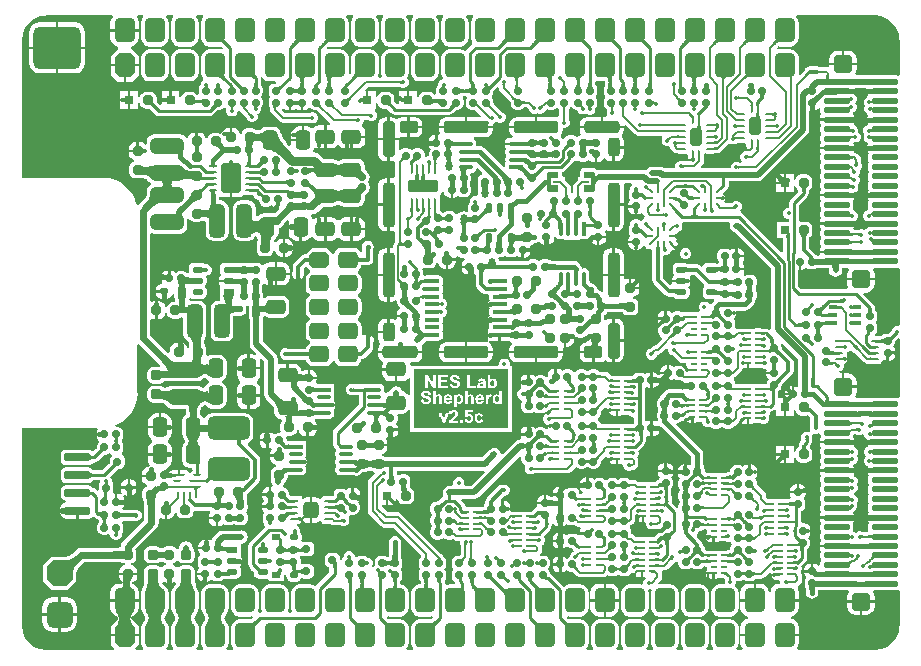
<source format=gbr>
%TF.GenerationSoftware,Altium Limited,Altium Designer,25.3.3 (18)*%
G04 Layer_Physical_Order=1*
G04 Layer_Color=255*
%FSLAX45Y45*%
%MOMM*%
%TF.SameCoordinates,5572F933-5C96-4131-A983-9EF7CB378A5A*%
%TF.FilePolarity,Positive*%
%TF.FileFunction,Copper,L1,Top,Signal*%
%TF.Part,Single*%
G01*
G75*
%TA.AperFunction,SMDPad,CuDef*%
G04:AMPARAMS|DCode=10|XSize=0.35mm|YSize=1.15mm|CornerRadius=0.0875mm|HoleSize=0mm|Usage=FLASHONLY|Rotation=90.000|XOffset=0mm|YOffset=0mm|HoleType=Round|Shape=RoundedRectangle|*
%AMROUNDEDRECTD10*
21,1,0.35000,0.97500,0,0,90.0*
21,1,0.17500,1.15000,0,0,90.0*
1,1,0.17500,0.48750,0.08750*
1,1,0.17500,0.48750,-0.08750*
1,1,0.17500,-0.48750,-0.08750*
1,1,0.17500,-0.48750,0.08750*
%
%ADD10ROUNDEDRECTD10*%
%ADD11R,1.15000X0.35000*%
%ADD12R,0.58000X0.22000*%
G04:AMPARAMS|DCode=13|XSize=0.22mm|YSize=0.58mm|CornerRadius=0.055mm|HoleSize=0mm|Usage=FLASHONLY|Rotation=90.000|XOffset=0mm|YOffset=0mm|HoleType=Round|Shape=RoundedRectangle|*
%AMROUNDEDRECTD13*
21,1,0.22000,0.47000,0,0,90.0*
21,1,0.11000,0.58000,0,0,90.0*
1,1,0.11000,0.23500,0.05500*
1,1,0.11000,0.23500,-0.05500*
1,1,0.11000,-0.23500,-0.05500*
1,1,0.11000,-0.23500,0.05500*
%
%ADD13ROUNDEDRECTD13*%
%ADD14R,1.20000X0.35000*%
G04:AMPARAMS|DCode=15|XSize=0.35mm|YSize=1.2mm|CornerRadius=0.0875mm|HoleSize=0mm|Usage=FLASHONLY|Rotation=270.000|XOffset=0mm|YOffset=0mm|HoleType=Round|Shape=RoundedRectangle|*
%AMROUNDEDRECTD15*
21,1,0.35000,1.02500,0,0,270.0*
21,1,0.17500,1.20000,0,0,270.0*
1,1,0.17500,-0.51250,-0.08750*
1,1,0.17500,-0.51250,0.08750*
1,1,0.17500,0.51250,0.08750*
1,1,0.17500,0.51250,-0.08750*
%
%ADD15ROUNDEDRECTD15*%
G04:AMPARAMS|DCode=16|XSize=0.33mm|YSize=0.7mm|CornerRadius=0.0825mm|HoleSize=0mm|Usage=FLASHONLY|Rotation=270.000|XOffset=0mm|YOffset=0mm|HoleType=Round|Shape=RoundedRectangle|*
%AMROUNDEDRECTD16*
21,1,0.33000,0.53500,0,0,270.0*
21,1,0.16500,0.70000,0,0,270.0*
1,1,0.16500,-0.26750,-0.08250*
1,1,0.16500,-0.26750,0.08250*
1,1,0.16500,0.26750,0.08250*
1,1,0.16500,0.26750,-0.08250*
%
%ADD16ROUNDEDRECTD16*%
%ADD17R,0.70000X0.33000*%
G04:AMPARAMS|DCode=18|XSize=0.6mm|YSize=0.6mm|CornerRadius=0.15mm|HoleSize=0mm|Usage=FLASHONLY|Rotation=90.000|XOffset=0mm|YOffset=0mm|HoleType=Round|Shape=RoundedRectangle|*
%AMROUNDEDRECTD18*
21,1,0.60000,0.30000,0,0,90.0*
21,1,0.30000,0.60000,0,0,90.0*
1,1,0.30000,0.15000,0.15000*
1,1,0.30000,0.15000,-0.15000*
1,1,0.30000,-0.15000,-0.15000*
1,1,0.30000,-0.15000,0.15000*
%
%ADD18ROUNDEDRECTD18*%
G04:AMPARAMS|DCode=19|XSize=0.54mm|YSize=0.22mm|CornerRadius=0mm|HoleSize=0mm|Usage=FLASHONLY|Rotation=135.000|XOffset=0mm|YOffset=0mm|HoleType=Round|Shape=Round|*
%AMOVALD19*
21,1,0.32000,0.22000,0.00000,0.00000,135.0*
1,1,0.22000,0.11314,-0.11314*
1,1,0.22000,-0.11314,0.11314*
%
%ADD19OVALD19*%

%ADD20O,0.22000X0.45000*%
G04:AMPARAMS|DCode=21|XSize=0.54mm|YSize=0.22mm|CornerRadius=0mm|HoleSize=0mm|Usage=FLASHONLY|Rotation=45.000|XOffset=0mm|YOffset=0mm|HoleType=Round|Shape=Round|*
%AMOVALD21*
21,1,0.32000,0.22000,0.00000,0.00000,45.0*
1,1,0.22000,-0.11314,-0.11314*
1,1,0.22000,0.11314,0.11314*
%
%ADD21OVALD21*%

%ADD22O,0.45000X0.22000*%
%ADD23R,0.80000X0.80000*%
G04:AMPARAMS|DCode=24|XSize=0.8mm|YSize=0.8mm|CornerRadius=0.2mm|HoleSize=0mm|Usage=FLASHONLY|Rotation=90.000|XOffset=0mm|YOffset=0mm|HoleType=Round|Shape=RoundedRectangle|*
%AMROUNDEDRECTD24*
21,1,0.80000,0.40000,0,0,90.0*
21,1,0.40000,0.80000,0,0,90.0*
1,1,0.40000,0.20000,0.20000*
1,1,0.40000,0.20000,-0.20000*
1,1,0.40000,-0.20000,-0.20000*
1,1,0.40000,-0.20000,0.20000*
%
%ADD24ROUNDEDRECTD24*%
G04:AMPARAMS|DCode=25|XSize=0.6mm|YSize=0.6mm|CornerRadius=0.15mm|HoleSize=0mm|Usage=FLASHONLY|Rotation=0.000|XOffset=0mm|YOffset=0mm|HoleType=Round|Shape=RoundedRectangle|*
%AMROUNDEDRECTD25*
21,1,0.60000,0.30000,0,0,0.0*
21,1,0.30000,0.60000,0,0,0.0*
1,1,0.30000,0.15000,-0.15000*
1,1,0.30000,-0.15000,-0.15000*
1,1,0.30000,-0.15000,0.15000*
1,1,0.30000,0.15000,0.15000*
%
%ADD25ROUNDEDRECTD25*%
G04:AMPARAMS|DCode=26|XSize=1.6mm|YSize=1mm|CornerRadius=0.25mm|HoleSize=0mm|Usage=FLASHONLY|Rotation=270.000|XOffset=0mm|YOffset=0mm|HoleType=Round|Shape=RoundedRectangle|*
%AMROUNDEDRECTD26*
21,1,1.60000,0.50000,0,0,270.0*
21,1,1.10000,1.00000,0,0,270.0*
1,1,0.50000,-0.25000,-0.55000*
1,1,0.50000,-0.25000,0.55000*
1,1,0.50000,0.25000,0.55000*
1,1,0.50000,0.25000,-0.55000*
%
%ADD26ROUNDEDRECTD26*%
%TA.AperFunction,SMDPad,SMDef*%
G04:AMPARAMS|DCode=27|XSize=3.8mm|YSize=1mm|CornerRadius=0.25mm|HoleSize=0mm|Usage=FLASHONLY|Rotation=180.000|XOffset=0mm|YOffset=0mm|HoleType=Round|Shape=RoundedRectangle|*
%AMROUNDEDRECTD27*
21,1,3.80000,0.50000,0,0,180.0*
21,1,3.30000,1.00000,0,0,180.0*
1,1,0.50000,-1.65000,0.25000*
1,1,0.50000,1.65000,0.25000*
1,1,0.50000,1.65000,-0.25000*
1,1,0.50000,-1.65000,-0.25000*
%
%ADD27ROUNDEDRECTD27*%
%TA.AperFunction,SMDPad,CuDef*%
G04:AMPARAMS|DCode=28|XSize=3mm|YSize=1mm|CornerRadius=0.25mm|HoleSize=0mm|Usage=FLASHONLY|Rotation=180.000|XOffset=0mm|YOffset=0mm|HoleType=Round|Shape=RoundedRectangle|*
%AMROUNDEDRECTD28*
21,1,3.00000,0.50000,0,0,180.0*
21,1,2.50000,1.00000,0,0,180.0*
1,1,0.50000,-1.25000,0.25000*
1,1,0.50000,1.25000,0.25000*
1,1,0.50000,1.25000,-0.25000*
1,1,0.50000,-1.25000,-0.25000*
%
%ADD28ROUNDEDRECTD28*%
G04:AMPARAMS|DCode=29|XSize=1.6mm|YSize=1mm|CornerRadius=0.25mm|HoleSize=0mm|Usage=FLASHONLY|Rotation=0.000|XOffset=0mm|YOffset=0mm|HoleType=Round|Shape=RoundedRectangle|*
%AMROUNDEDRECTD29*
21,1,1.60000,0.50000,0,0,0.0*
21,1,1.10000,1.00000,0,0,0.0*
1,1,0.50000,0.55000,-0.25000*
1,1,0.50000,-0.55000,-0.25000*
1,1,0.50000,-0.55000,0.25000*
1,1,0.50000,0.55000,0.25000*
%
%ADD29ROUNDEDRECTD29*%
%TA.AperFunction,SMDPad,SMDef*%
G04:AMPARAMS|DCode=30|XSize=3.8mm|YSize=1mm|CornerRadius=0.25mm|HoleSize=0mm|Usage=FLASHONLY|Rotation=270.000|XOffset=0mm|YOffset=0mm|HoleType=Round|Shape=RoundedRectangle|*
%AMROUNDEDRECTD30*
21,1,3.80000,0.50000,0,0,270.0*
21,1,3.30000,1.00000,0,0,270.0*
1,1,0.50000,-0.25000,-1.65000*
1,1,0.50000,-0.25000,1.65000*
1,1,0.50000,0.25000,1.65000*
1,1,0.50000,0.25000,-1.65000*
%
%ADD30ROUNDEDRECTD30*%
%TA.AperFunction,SMDPad,CuDef*%
G04:AMPARAMS|DCode=31|XSize=3mm|YSize=1mm|CornerRadius=0.25mm|HoleSize=0mm|Usage=FLASHONLY|Rotation=270.000|XOffset=0mm|YOffset=0mm|HoleType=Round|Shape=RoundedRectangle|*
%AMROUNDEDRECTD31*
21,1,3.00000,0.50000,0,0,270.0*
21,1,2.50000,1.00000,0,0,270.0*
1,1,0.50000,-0.25000,-1.25000*
1,1,0.50000,-0.25000,1.25000*
1,1,0.50000,0.25000,1.25000*
1,1,0.50000,0.25000,-1.25000*
%
%ADD31ROUNDEDRECTD31*%
G04:AMPARAMS|DCode=32|XSize=0.8mm|YSize=0.8mm|CornerRadius=0.2mm|HoleSize=0mm|Usage=FLASHONLY|Rotation=180.000|XOffset=0mm|YOffset=0mm|HoleType=Round|Shape=RoundedRectangle|*
%AMROUNDEDRECTD32*
21,1,0.80000,0.40000,0,0,180.0*
21,1,0.40000,0.80000,0,0,180.0*
1,1,0.40000,-0.20000,0.20000*
1,1,0.40000,0.20000,0.20000*
1,1,0.40000,0.20000,-0.20000*
1,1,0.40000,-0.20000,-0.20000*
%
%ADD32ROUNDEDRECTD32*%
%ADD33O,0.60000X0.80000*%
%ADD34R,0.70000X0.24000*%
%ADD35O,0.30000X1.70000*%
G04:AMPARAMS|DCode=36|XSize=0.35mm|YSize=1.15mm|CornerRadius=0.0875mm|HoleSize=0mm|Usage=FLASHONLY|Rotation=0.000|XOffset=0mm|YOffset=0mm|HoleType=Round|Shape=RoundedRectangle|*
%AMROUNDEDRECTD36*
21,1,0.35000,0.97500,0,0,0.0*
21,1,0.17500,1.15000,0,0,0.0*
1,1,0.17500,0.08750,-0.48750*
1,1,0.17500,-0.08750,-0.48750*
1,1,0.17500,-0.08750,0.48750*
1,1,0.17500,0.08750,0.48750*
%
%ADD36ROUNDEDRECTD36*%
%ADD37R,0.35000X1.15000*%
G04:AMPARAMS|DCode=38|XSize=0.55mm|YSize=0.8mm|CornerRadius=0.1375mm|HoleSize=0mm|Usage=FLASHONLY|Rotation=0.000|XOffset=0mm|YOffset=0mm|HoleType=Round|Shape=RoundedRectangle|*
%AMROUNDEDRECTD38*
21,1,0.55000,0.52500,0,0,0.0*
21,1,0.27500,0.80000,0,0,0.0*
1,1,0.27500,0.13750,-0.26250*
1,1,0.27500,-0.13750,-0.26250*
1,1,0.27500,-0.13750,0.26250*
1,1,0.27500,0.13750,0.26250*
%
%ADD38ROUNDEDRECTD38*%
%ADD39R,0.23000X0.85000*%
G04:AMPARAMS|DCode=40|XSize=0.23mm|YSize=0.85mm|CornerRadius=0.0575mm|HoleSize=0mm|Usage=FLASHONLY|Rotation=0.000|XOffset=0mm|YOffset=0mm|HoleType=Round|Shape=RoundedRectangle|*
%AMROUNDEDRECTD40*
21,1,0.23000,0.73500,0,0,0.0*
21,1,0.11500,0.85000,0,0,0.0*
1,1,0.11500,0.05750,-0.36750*
1,1,0.11500,-0.05750,-0.36750*
1,1,0.11500,-0.05750,0.36750*
1,1,0.11500,0.05750,0.36750*
%
%ADD40ROUNDEDRECTD40*%
G04:AMPARAMS|DCode=41|XSize=2.55mm|YSize=1.1mm|CornerRadius=0.275mm|HoleSize=0mm|Usage=FLASHONLY|Rotation=0.000|XOffset=0mm|YOffset=0mm|HoleType=Round|Shape=RoundedRectangle|*
%AMROUNDEDRECTD41*
21,1,2.55000,0.55000,0,0,0.0*
21,1,2.00000,1.10000,0,0,0.0*
1,1,0.55000,1.00000,-0.27500*
1,1,0.55000,-1.00000,-0.27500*
1,1,0.55000,-1.00000,0.27500*
1,1,0.55000,1.00000,0.27500*
%
%ADD41ROUNDEDRECTD41*%
G04:AMPARAMS|DCode=42|XSize=2.8mm|YSize=1.3mm|CornerRadius=0.325mm|HoleSize=0mm|Usage=FLASHONLY|Rotation=180.000|XOffset=0mm|YOffset=0mm|HoleType=Round|Shape=RoundedRectangle|*
%AMROUNDEDRECTD42*
21,1,2.80000,0.65000,0,0,180.0*
21,1,2.15000,1.30000,0,0,180.0*
1,1,0.65000,-1.07500,0.32500*
1,1,0.65000,1.07500,0.32500*
1,1,0.65000,1.07500,-0.32500*
1,1,0.65000,-1.07500,-0.32500*
%
%ADD42ROUNDEDRECTD42*%
G04:AMPARAMS|DCode=43|XSize=1.65mm|YSize=1.25mm|CornerRadius=0.3125mm|HoleSize=0mm|Usage=FLASHONLY|Rotation=270.000|XOffset=0mm|YOffset=0mm|HoleType=Round|Shape=RoundedRectangle|*
%AMROUNDEDRECTD43*
21,1,1.65000,0.62500,0,0,270.0*
21,1,1.02500,1.25000,0,0,270.0*
1,1,0.62500,-0.31250,-0.51250*
1,1,0.62500,-0.31250,0.51250*
1,1,0.62500,0.31250,0.51250*
1,1,0.62500,0.31250,-0.51250*
%
%ADD43ROUNDEDRECTD43*%
G04:AMPARAMS|DCode=44|XSize=0.55mm|YSize=0.8mm|CornerRadius=0.1375mm|HoleSize=0mm|Usage=FLASHONLY|Rotation=90.000|XOffset=0mm|YOffset=0mm|HoleType=Round|Shape=RoundedRectangle|*
%AMROUNDEDRECTD44*
21,1,0.55000,0.52500,0,0,90.0*
21,1,0.27500,0.80000,0,0,90.0*
1,1,0.27500,0.26250,0.13750*
1,1,0.27500,0.26250,-0.13750*
1,1,0.27500,-0.26250,-0.13750*
1,1,0.27500,-0.26250,0.13750*
%
%ADD44ROUNDEDRECTD44*%
G04:AMPARAMS|DCode=45|XSize=2.2mm|YSize=0.5mm|CornerRadius=0.125mm|HoleSize=0mm|Usage=FLASHONLY|Rotation=0.000|XOffset=0mm|YOffset=0mm|HoleType=Round|Shape=RoundedRectangle|*
%AMROUNDEDRECTD45*
21,1,2.20000,0.25000,0,0,0.0*
21,1,1.95000,0.50000,0,0,0.0*
1,1,0.25000,0.97500,-0.12500*
1,1,0.25000,-0.97500,-0.12500*
1,1,0.25000,-0.97500,0.12500*
1,1,0.25000,0.97500,0.12500*
%
%ADD45ROUNDEDRECTD45*%
G04:AMPARAMS|DCode=46|XSize=0.2mm|YSize=0.65mm|CornerRadius=0.05mm|HoleSize=0mm|Usage=FLASHONLY|Rotation=270.000|XOffset=0mm|YOffset=0mm|HoleType=Round|Shape=RoundedRectangle|*
%AMROUNDEDRECTD46*
21,1,0.20000,0.55000,0,0,270.0*
21,1,0.10000,0.65000,0,0,270.0*
1,1,0.10000,-0.27500,-0.05000*
1,1,0.10000,-0.27500,0.05000*
1,1,0.10000,0.27500,0.05000*
1,1,0.10000,0.27500,-0.05000*
%
%ADD46ROUNDEDRECTD46*%
G04:AMPARAMS|DCode=47|XSize=0.2mm|YSize=1mm|CornerRadius=0.05mm|HoleSize=0mm|Usage=FLASHONLY|Rotation=270.000|XOffset=0mm|YOffset=0mm|HoleType=Round|Shape=RoundedRectangle|*
%AMROUNDEDRECTD47*
21,1,0.20000,0.90000,0,0,270.0*
21,1,0.10000,1.00000,0,0,270.0*
1,1,0.10000,-0.45000,-0.05000*
1,1,0.10000,-0.45000,0.05000*
1,1,0.10000,0.45000,0.05000*
1,1,0.10000,0.45000,-0.05000*
%
%ADD47ROUNDEDRECTD47*%
G04:AMPARAMS|DCode=48|XSize=0.22mm|YSize=0.55mm|CornerRadius=0.055mm|HoleSize=0mm|Usage=FLASHONLY|Rotation=180.000|XOffset=0mm|YOffset=0mm|HoleType=Round|Shape=RoundedRectangle|*
%AMROUNDEDRECTD48*
21,1,0.22000,0.44000,0,0,180.0*
21,1,0.11000,0.55000,0,0,180.0*
1,1,0.11000,-0.05500,0.22000*
1,1,0.11000,0.05500,0.22000*
1,1,0.11000,0.05500,-0.22000*
1,1,0.11000,-0.05500,-0.22000*
%
%ADD48ROUNDEDRECTD48*%
%TA.AperFunction,SMDPad,SMDef*%
%ADD49C,0.30000*%
%TA.AperFunction,SMDPad,CuDef*%
G04:AMPARAMS|DCode=50|XSize=2.2mm|YSize=0.7mm|CornerRadius=0.175mm|HoleSize=0mm|Usage=FLASHONLY|Rotation=180.000|XOffset=0mm|YOffset=0mm|HoleType=Round|Shape=RoundedRectangle|*
%AMROUNDEDRECTD50*
21,1,2.20000,0.35000,0,0,180.0*
21,1,1.85000,0.70000,0,0,180.0*
1,1,0.35000,-0.92500,0.17500*
1,1,0.35000,0.92500,0.17500*
1,1,0.35000,0.92500,-0.17500*
1,1,0.35000,-0.92500,-0.17500*
%
%ADD50ROUNDEDRECTD50*%
G04:AMPARAMS|DCode=51|XSize=0.9mm|YSize=0.8mm|CornerRadius=0.2mm|HoleSize=0mm|Usage=FLASHONLY|Rotation=180.000|XOffset=0mm|YOffset=0mm|HoleType=Round|Shape=RoundedRectangle|*
%AMROUNDEDRECTD51*
21,1,0.90000,0.40000,0,0,180.0*
21,1,0.50000,0.80000,0,0,180.0*
1,1,0.40000,-0.25000,0.20000*
1,1,0.40000,0.25000,0.20000*
1,1,0.40000,0.25000,-0.20000*
1,1,0.40000,-0.25000,-0.20000*
%
%ADD51ROUNDEDRECTD51*%
G04:AMPARAMS|DCode=52|XSize=3.6mm|YSize=2mm|CornerRadius=0.5mm|HoleSize=0mm|Usage=FLASHONLY|Rotation=180.000|XOffset=0mm|YOffset=0mm|HoleType=Round|Shape=RoundedRectangle|*
%AMROUNDEDRECTD52*
21,1,3.60000,1.00000,0,0,180.0*
21,1,2.60000,2.00000,0,0,180.0*
1,1,1.00000,-1.30000,0.50000*
1,1,1.00000,1.30000,0.50000*
1,1,1.00000,1.30000,-0.50000*
1,1,1.00000,-1.30000,-0.50000*
%
%ADD52ROUNDEDRECTD52*%
G04:AMPARAMS|DCode=53|XSize=2.8mm|YSize=1.3mm|CornerRadius=0.325mm|HoleSize=0mm|Usage=FLASHONLY|Rotation=90.000|XOffset=0mm|YOffset=0mm|HoleType=Round|Shape=RoundedRectangle|*
%AMROUNDEDRECTD53*
21,1,2.80000,0.65000,0,0,90.0*
21,1,2.15000,1.30000,0,0,90.0*
1,1,0.65000,0.32500,1.07500*
1,1,0.65000,0.32500,-1.07500*
1,1,0.65000,-0.32500,-1.07500*
1,1,0.65000,-0.32500,1.07500*
%
%ADD53ROUNDEDRECTD53*%
G04:AMPARAMS|DCode=54|XSize=1.65mm|YSize=1.25mm|CornerRadius=0.3125mm|HoleSize=0mm|Usage=FLASHONLY|Rotation=0.000|XOffset=0mm|YOffset=0mm|HoleType=Round|Shape=RoundedRectangle|*
%AMROUNDEDRECTD54*
21,1,1.65000,0.62500,0,0,0.0*
21,1,1.02500,1.25000,0,0,0.0*
1,1,0.62500,0.51250,-0.31250*
1,1,0.62500,-0.51250,-0.31250*
1,1,0.62500,-0.51250,0.31250*
1,1,0.62500,0.51250,0.31250*
%
%ADD54ROUNDEDRECTD54*%
G04:AMPARAMS|DCode=55|XSize=0.23mm|YSize=0.67mm|CornerRadius=0.0575mm|HoleSize=0mm|Usage=FLASHONLY|Rotation=90.000|XOffset=0mm|YOffset=0mm|HoleType=Round|Shape=RoundedRectangle|*
%AMROUNDEDRECTD55*
21,1,0.23000,0.55500,0,0,90.0*
21,1,0.11500,0.67000,0,0,90.0*
1,1,0.11500,0.27750,0.05750*
1,1,0.11500,0.27750,-0.05750*
1,1,0.11500,-0.27750,-0.05750*
1,1,0.11500,-0.27750,0.05750*
%
%ADD55ROUNDEDRECTD55*%
G04:AMPARAMS|DCode=56|XSize=0.23mm|YSize=0.67mm|CornerRadius=0.0575mm|HoleSize=0mm|Usage=FLASHONLY|Rotation=0.000|XOffset=0mm|YOffset=0mm|HoleType=Round|Shape=RoundedRectangle|*
%AMROUNDEDRECTD56*
21,1,0.23000,0.55500,0,0,0.0*
21,1,0.11500,0.67000,0,0,0.0*
1,1,0.11500,0.05750,-0.27750*
1,1,0.11500,-0.05750,-0.27750*
1,1,0.11500,-0.05750,0.27750*
1,1,0.11500,0.05750,0.27750*
%
%ADD56ROUNDEDRECTD56*%
G04:AMPARAMS|DCode=57|XSize=1mm|YSize=1.5mm|CornerRadius=0.25mm|HoleSize=0mm|Usage=FLASHONLY|Rotation=0.000|XOffset=0mm|YOffset=0mm|HoleType=Round|Shape=RoundedRectangle|*
%AMROUNDEDRECTD57*
21,1,1.00000,1.00000,0,0,0.0*
21,1,0.50000,1.50000,0,0,0.0*
1,1,0.50000,0.25000,-0.50000*
1,1,0.50000,-0.25000,-0.50000*
1,1,0.50000,-0.25000,0.50000*
1,1,0.50000,0.25000,0.50000*
%
%ADD57ROUNDEDRECTD57*%
G04:AMPARAMS|DCode=58|XSize=0.23mm|YSize=0.7mm|CornerRadius=0.0575mm|HoleSize=0mm|Usage=FLASHONLY|Rotation=90.000|XOffset=0mm|YOffset=0mm|HoleType=Round|Shape=RoundedRectangle|*
%AMROUNDEDRECTD58*
21,1,0.23000,0.58500,0,0,90.0*
21,1,0.11500,0.70000,0,0,90.0*
1,1,0.11500,0.29250,0.05750*
1,1,0.11500,0.29250,-0.05750*
1,1,0.11500,-0.29250,-0.05750*
1,1,0.11500,-0.29250,0.05750*
%
%ADD58ROUNDEDRECTD58*%
G04:AMPARAMS|DCode=59|XSize=2.5mm|YSize=1.65mm|CornerRadius=0.165mm|HoleSize=0mm|Usage=FLASHONLY|Rotation=90.000|XOffset=0mm|YOffset=0mm|HoleType=Round|Shape=RoundedRectangle|*
%AMROUNDEDRECTD59*
21,1,2.50000,1.32000,0,0,90.0*
21,1,2.17000,1.65000,0,0,90.0*
1,1,0.33000,0.66000,1.08500*
1,1,0.33000,0.66000,-1.08500*
1,1,0.33000,-0.66000,-1.08500*
1,1,0.33000,-0.66000,1.08500*
%
%ADD59ROUNDEDRECTD59*%
%ADD60R,0.70000X0.23000*%
G04:AMPARAMS|DCode=61|XSize=0.55mm|YSize=0.9mm|CornerRadius=0.1375mm|HoleSize=0mm|Usage=FLASHONLY|Rotation=270.000|XOffset=0mm|YOffset=0mm|HoleType=Round|Shape=RoundedRectangle|*
%AMROUNDEDRECTD61*
21,1,0.55000,0.62500,0,0,270.0*
21,1,0.27500,0.90000,0,0,270.0*
1,1,0.27500,-0.31250,-0.13750*
1,1,0.27500,-0.31250,0.13750*
1,1,0.27500,0.31250,0.13750*
1,1,0.27500,0.31250,-0.13750*
%
%ADD61ROUNDEDRECTD61*%
%ADD62R,0.90000X0.55000*%
G04:AMPARAMS|DCode=63|XSize=1.4mm|YSize=1.3mm|CornerRadius=0.325mm|HoleSize=0mm|Usage=FLASHONLY|Rotation=90.000|XOffset=0mm|YOffset=0mm|HoleType=Round|Shape=RoundedRectangle|*
%AMROUNDEDRECTD63*
21,1,1.40000,0.65000,0,0,90.0*
21,1,0.75000,1.30000,0,0,90.0*
1,1,0.65000,0.32500,0.37500*
1,1,0.65000,0.32500,-0.37500*
1,1,0.65000,-0.32500,-0.37500*
1,1,0.65000,-0.32500,0.37500*
%
%ADD63ROUNDEDRECTD63*%
%ADD64R,0.70000X0.25000*%
G04:AMPARAMS|DCode=65|XSize=0.25mm|YSize=0.7mm|CornerRadius=0.0625mm|HoleSize=0mm|Usage=FLASHONLY|Rotation=90.000|XOffset=0mm|YOffset=0mm|HoleType=Round|Shape=RoundedRectangle|*
%AMROUNDEDRECTD65*
21,1,0.25000,0.57500,0,0,90.0*
21,1,0.12500,0.70000,0,0,90.0*
1,1,0.12500,0.28750,0.06250*
1,1,0.12500,0.28750,-0.06250*
1,1,0.12500,-0.28750,-0.06250*
1,1,0.12500,-0.28750,0.06250*
%
%ADD65ROUNDEDRECTD65*%
G04:AMPARAMS|DCode=66|XSize=0.6mm|YSize=0.7mm|CornerRadius=0.15mm|HoleSize=0mm|Usage=FLASHONLY|Rotation=180.000|XOffset=0mm|YOffset=0mm|HoleType=Round|Shape=RoundedRectangle|*
%AMROUNDEDRECTD66*
21,1,0.60000,0.40000,0,0,180.0*
21,1,0.30000,0.70000,0,0,180.0*
1,1,0.30000,-0.15000,0.20000*
1,1,0.30000,0.15000,0.20000*
1,1,0.30000,0.15000,-0.20000*
1,1,0.30000,-0.15000,-0.20000*
%
%ADD66ROUNDEDRECTD66*%
G04:AMPARAMS|DCode=67|XSize=0.6mm|YSize=0.7mm|CornerRadius=0.15mm|HoleSize=0mm|Usage=FLASHONLY|Rotation=90.000|XOffset=0mm|YOffset=0mm|HoleType=Round|Shape=RoundedRectangle|*
%AMROUNDEDRECTD67*
21,1,0.60000,0.40000,0,0,90.0*
21,1,0.30000,0.70000,0,0,90.0*
1,1,0.30000,0.20000,0.15000*
1,1,0.30000,0.20000,-0.15000*
1,1,0.30000,-0.20000,-0.15000*
1,1,0.30000,-0.20000,0.15000*
%
%ADD67ROUNDEDRECTD67*%
%ADD68R,0.70000X0.50000*%
G04:AMPARAMS|DCode=69|XSize=0.5mm|YSize=0.7mm|CornerRadius=0.125mm|HoleSize=0mm|Usage=FLASHONLY|Rotation=90.000|XOffset=0mm|YOffset=0mm|HoleType=Round|Shape=RoundedRectangle|*
%AMROUNDEDRECTD69*
21,1,0.50000,0.45000,0,0,90.0*
21,1,0.25000,0.70000,0,0,90.0*
1,1,0.25000,0.22500,0.12500*
1,1,0.25000,0.22500,-0.12500*
1,1,0.25000,-0.22500,-0.12500*
1,1,0.25000,-0.22500,0.12500*
%
%ADD69ROUNDEDRECTD69*%
%TA.AperFunction,Conductor*%
%ADD70C,0.40000*%
%ADD71C,0.20000*%
%ADD72C,0.25000*%
%ADD73C,0.50000*%
%ADD74C,0.30000*%
%ADD75C,0.35000*%
%ADD76C,0.60000*%
%ADD77C,0.80000*%
%ADD78C,0.22000*%
%ADD79C,0.23000*%
%ADD80C,0.16000*%
%ADD81C,0.15000*%
%ADD82C,0.70000*%
%TA.AperFunction,NonConductor*%
%ADD83C,0.30000*%
%TA.AperFunction,ComponentPad*%
G04:AMPARAMS|DCode=84|XSize=1.4mm|YSize=1.7mm|CornerRadius=0.35mm|HoleSize=0mm|Usage=FLASHONLY|Rotation=270.000|XOffset=0mm|YOffset=0mm|HoleType=Round|Shape=RoundedRectangle|*
%AMROUNDEDRECTD84*
21,1,1.40000,1.00000,0,0,270.0*
21,1,0.70000,1.70000,0,0,270.0*
1,1,0.70000,-0.50000,-0.35000*
1,1,0.70000,-0.50000,0.35000*
1,1,0.70000,0.50000,0.35000*
1,1,0.70000,0.50000,-0.35000*
%
%ADD84ROUNDEDRECTD84*%
G04:AMPARAMS|DCode=85|XSize=1.4mm|YSize=1.7mm|CornerRadius=0mm|HoleSize=0mm|Usage=FLASHONLY|Rotation=270.000|XOffset=0mm|YOffset=0mm|HoleType=Round|Shape=Octagon|*
%AMOCTAGOND85*
4,1,8,0.85000,0.35000,0.85000,-0.35000,0.50000,-0.70000,-0.50000,-0.70000,-0.85000,-0.35000,-0.85000,0.35000,-0.50000,0.70000,0.50000,0.70000,0.85000,0.35000,0.0*
%
%ADD85OCTAGOND85*%

G04:AMPARAMS|DCode=86|XSize=1.55mm|YSize=1.6mm|CornerRadius=0.3875mm|HoleSize=0mm|Usage=FLASHONLY|Rotation=270.000|XOffset=0mm|YOffset=0mm|HoleType=Round|Shape=RoundedRectangle|*
%AMROUNDEDRECTD86*
21,1,1.55000,0.82500,0,0,270.0*
21,1,0.77500,1.60000,0,0,270.0*
1,1,0.77500,-0.41250,-0.38750*
1,1,0.77500,-0.41250,0.38750*
1,1,0.77500,0.41250,0.38750*
1,1,0.77500,0.41250,-0.38750*
%
%ADD86ROUNDEDRECTD86*%
G04:AMPARAMS|DCode=87|XSize=1.7mm|YSize=2.1mm|CornerRadius=0mm|HoleSize=0mm|Usage=FLASHONLY|Rotation=0.000|XOffset=0mm|YOffset=0mm|HoleType=Round|Shape=Octagon|*
%AMOCTAGOND87*
4,1,8,-0.42500,1.05000,0.42500,1.05000,0.85000,0.62500,0.85000,-0.62500,0.42500,-1.05000,-0.42500,-1.05000,-0.85000,-0.62500,-0.85000,0.62500,-0.42500,1.05000,0.0*
%
%ADD87OCTAGOND87*%

G04:AMPARAMS|DCode=88|XSize=1.7mm|YSize=2.1mm|CornerRadius=0.425mm|HoleSize=0mm|Usage=FLASHONLY|Rotation=0.000|XOffset=0mm|YOffset=0mm|HoleType=Round|Shape=RoundedRectangle|*
%AMROUNDEDRECTD88*
21,1,1.70000,1.25001,0,0,0.0*
21,1,0.85000,2.10000,0,0,0.0*
1,1,0.85000,0.42500,-0.62500*
1,1,0.85000,-0.42500,-0.62500*
1,1,0.85000,-0.42500,0.62500*
1,1,0.85000,0.42500,0.62500*
%
%ADD88ROUNDEDRECTD88*%
G04:AMPARAMS|DCode=89|XSize=4mm|YSize=3.6mm|CornerRadius=0.54mm|HoleSize=0mm|Usage=FLASHONLY|Rotation=0.000|XOffset=0mm|YOffset=0mm|HoleType=Round|Shape=RoundedRectangle|*
%AMROUNDEDRECTD89*
21,1,4.00000,2.52000,0,0,0.0*
21,1,2.92000,3.60000,0,0,0.0*
1,1,1.08000,1.46000,-1.26000*
1,1,1.08000,-1.46000,-1.26000*
1,1,1.08000,-1.46000,1.26000*
1,1,1.08000,1.46000,1.26000*
%
%ADD89ROUNDEDRECTD89*%
G04:AMPARAMS|DCode=90|XSize=2.2mm|YSize=2.2mm|CornerRadius=0.55mm|HoleSize=0mm|Usage=FLASHONLY|Rotation=270.000|XOffset=0mm|YOffset=0mm|HoleType=Round|Shape=RoundedRectangle|*
%AMROUNDEDRECTD90*
21,1,2.20000,1.10000,0,0,270.0*
21,1,1.10000,2.20000,0,0,270.0*
1,1,1.10000,-0.55000,-0.55000*
1,1,1.10000,-0.55000,0.55000*
1,1,1.10000,0.55000,0.55000*
1,1,1.10000,0.55000,-0.55000*
%
%ADD90ROUNDEDRECTD90*%
G04:AMPARAMS|DCode=91|XSize=2.2mm|YSize=2.2mm|CornerRadius=0mm|HoleSize=0mm|Usage=FLASHONLY|Rotation=270.000|XOffset=0mm|YOffset=0mm|HoleType=Round|Shape=Octagon|*
%AMOCTAGOND91*
4,1,8,-0.55000,-1.10000,0.55000,-1.10000,1.10000,-0.55000,1.10000,0.55000,0.55000,1.10000,-0.55000,1.10000,-1.10000,0.55000,-1.10000,-0.55000,-0.55000,-1.10000,0.0*
%
%ADD91OCTAGOND91*%

%TA.AperFunction,ViaPad*%
%ADD92C,0.35000*%
%ADD93C,0.60000*%
G36*
X5274707Y5189477D02*
X5272233Y5190338D01*
X5269478Y5190567D01*
X5266441Y5190163D01*
X5263123Y5189126D01*
X5259523Y5187457D01*
X5255641Y5185155D01*
X5251477Y5182220D01*
X5247032Y5178653D01*
X5237297Y5169620D01*
X5223896Y5191574D01*
X5228688Y5196539D01*
X5236778Y5206019D01*
X5240076Y5210533D01*
X5242876Y5214897D01*
X5245178Y5219110D01*
X5246982Y5223172D01*
X5248288Y5227084D01*
X5249096Y5230845D01*
X5249406Y5234456D01*
X5274707Y5189477D01*
D02*
G37*
G36*
X7565458Y5187877D02*
X7563178Y5188245D01*
X7560713Y5188149D01*
X7558062Y5187590D01*
X7555226Y5186566D01*
X7552205Y5185078D01*
X7548999Y5183127D01*
X7545608Y5180711D01*
X7542032Y5177832D01*
X7534324Y5170682D01*
X7520182Y5184824D01*
X7523989Y5188770D01*
X7530212Y5196108D01*
X7532627Y5199499D01*
X7534578Y5202705D01*
X7536066Y5205726D01*
X7537090Y5208562D01*
X7537649Y5211212D01*
X7537745Y5213678D01*
X7537377Y5215958D01*
X7565458Y5187877D01*
D02*
G37*
G36*
X7311458D02*
X7309178Y5188245D01*
X7306713Y5188149D01*
X7304062Y5187590D01*
X7301226Y5186566D01*
X7298205Y5185078D01*
X7294999Y5183127D01*
X7291608Y5180711D01*
X7288032Y5177832D01*
X7280324Y5170682D01*
X7266182Y5184824D01*
X7269989Y5188770D01*
X7276212Y5196108D01*
X7278627Y5199499D01*
X7280578Y5202705D01*
X7282066Y5205726D01*
X7283090Y5208562D01*
X7283649Y5211212D01*
X7283745Y5213678D01*
X7283377Y5215958D01*
X7311458Y5187877D01*
D02*
G37*
G36*
X7057458D02*
X7055178Y5188245D01*
X7052713Y5188149D01*
X7050062Y5187590D01*
X7047226Y5186566D01*
X7044205Y5185078D01*
X7040999Y5183127D01*
X7037608Y5180711D01*
X7034032Y5177832D01*
X7026324Y5170682D01*
X7012182Y5184824D01*
X7015989Y5188770D01*
X7022212Y5196108D01*
X7024627Y5199499D01*
X7026578Y5202705D01*
X7028066Y5205726D01*
X7029090Y5208562D01*
X7029649Y5211212D01*
X7029745Y5213678D01*
X7029377Y5215958D01*
X7057458Y5187877D01*
D02*
G37*
G36*
X6809117Y5186535D02*
X6805817Y5186542D01*
X6802366Y5186050D01*
X6798764Y5185058D01*
X6795012Y5183568D01*
X6791108Y5181579D01*
X6787053Y5179090D01*
X6782847Y5176103D01*
X6778491Y5172617D01*
X6769325Y5164147D01*
X6751647Y5181824D01*
X6756132Y5186483D01*
X6763603Y5195347D01*
X6766591Y5199553D01*
X6769079Y5203608D01*
X6771068Y5207511D01*
X6772559Y5211264D01*
X6773550Y5214866D01*
X6774042Y5218317D01*
X6774035Y5221617D01*
X6809117Y5186535D01*
D02*
G37*
G36*
X5539117D02*
X5535817Y5186542D01*
X5532366Y5186050D01*
X5528764Y5185058D01*
X5525012Y5183568D01*
X5521108Y5181579D01*
X5517053Y5179090D01*
X5512847Y5176103D01*
X5508491Y5172617D01*
X5499325Y5164147D01*
X5481647Y5181824D01*
X5486132Y5186483D01*
X5493603Y5195347D01*
X5496591Y5199553D01*
X5499079Y5203608D01*
X5501068Y5207511D01*
X5502559Y5211264D01*
X5503550Y5214866D01*
X5504042Y5218317D01*
X5504035Y5221617D01*
X5539117Y5186535D01*
D02*
G37*
G36*
X3761117D02*
X3757817Y5186542D01*
X3754366Y5186050D01*
X3750764Y5185058D01*
X3747012Y5183568D01*
X3743108Y5181579D01*
X3739053Y5179090D01*
X3734847Y5176103D01*
X3730491Y5172617D01*
X3721325Y5164147D01*
X3703647Y5181824D01*
X3708132Y5186483D01*
X3715603Y5195347D01*
X3718591Y5199553D01*
X3721079Y5203608D01*
X3723069Y5207511D01*
X3724559Y5211264D01*
X3725550Y5214866D01*
X3726042Y5218317D01*
X3726035Y5221617D01*
X3761117Y5186535D01*
D02*
G37*
G36*
X3507117D02*
X3503817Y5186542D01*
X3500366Y5186050D01*
X3496764Y5185058D01*
X3493012Y5183568D01*
X3489108Y5181579D01*
X3485053Y5179090D01*
X3480847Y5176103D01*
X3476491Y5172617D01*
X3467325Y5164147D01*
X3449647Y5181824D01*
X3454132Y5186483D01*
X3461603Y5195347D01*
X3464591Y5199553D01*
X3467079Y5203608D01*
X3469068Y5207511D01*
X3470559Y5211264D01*
X3471550Y5214866D01*
X3472042Y5218317D01*
X3472035Y5221617D01*
X3507117Y5186535D01*
D02*
G37*
G36*
X6433958Y5218317D02*
X6434450Y5214866D01*
X6435441Y5211264D01*
X6436932Y5207511D01*
X6438921Y5203608D01*
X6441409Y5199553D01*
X6444397Y5195347D01*
X6447883Y5190990D01*
X6456353Y5181824D01*
X6438675Y5164147D01*
X6434017Y5168631D01*
X6425153Y5176103D01*
X6420947Y5179090D01*
X6416892Y5181579D01*
X6412988Y5183568D01*
X6409236Y5185058D01*
X6405634Y5186050D01*
X6402183Y5186542D01*
X6398883Y5186535D01*
X6433965Y5221617D01*
X6433958Y5218317D01*
D02*
G37*
G36*
X6179958D02*
X6180450Y5214866D01*
X6181441Y5211264D01*
X6182932Y5207511D01*
X6184921Y5203608D01*
X6187409Y5199553D01*
X6190397Y5195347D01*
X6193883Y5190990D01*
X6202353Y5181824D01*
X6184675Y5164147D01*
X6180017Y5168631D01*
X6171153Y5176103D01*
X6166947Y5179090D01*
X6162892Y5181579D01*
X6158988Y5183568D01*
X6155236Y5185058D01*
X6151634Y5186050D01*
X6148183Y5186542D01*
X6144883Y5186535D01*
X6179965Y5221617D01*
X6179958Y5218317D01*
D02*
G37*
G36*
X5925958D02*
X5926450Y5214866D01*
X5927441Y5211264D01*
X5928932Y5207511D01*
X5930921Y5203608D01*
X5933409Y5199553D01*
X5936397Y5195347D01*
X5939883Y5190990D01*
X5948353Y5181824D01*
X5930675Y5164147D01*
X5926017Y5168631D01*
X5917153Y5176103D01*
X5912947Y5179090D01*
X5908892Y5181579D01*
X5904988Y5183568D01*
X5901236Y5185058D01*
X5897634Y5186050D01*
X5894183Y5186542D01*
X5890883Y5186535D01*
X5925965Y5221617D01*
X5925958Y5218317D01*
D02*
G37*
G36*
X2877958D02*
X2878450Y5214866D01*
X2879441Y5211264D01*
X2880931Y5207511D01*
X2882921Y5203608D01*
X2885409Y5199553D01*
X2888397Y5195347D01*
X2891883Y5190990D01*
X2900353Y5181824D01*
X2882675Y5164147D01*
X2878017Y5168631D01*
X2869153Y5176103D01*
X2864947Y5179090D01*
X2860892Y5181579D01*
X2856988Y5183568D01*
X2853236Y5185058D01*
X2849634Y5186050D01*
X2846183Y5186542D01*
X2842883Y5186535D01*
X2877965Y5221617D01*
X2877958Y5218317D01*
D02*
G37*
G36*
X8434462Y5410484D02*
X8485651Y5389281D01*
X8529609Y5355551D01*
X8563338Y5311594D01*
X8584542Y5260404D01*
X8589867Y5219955D01*
X8591113Y5205471D01*
X8591116Y5205460D01*
X8591116Y5190471D01*
X8591124Y4916824D01*
X8576124Y4908321D01*
X8563500Y4910832D01*
X8477231D01*
X8476000Y4911077D01*
X8224123D01*
X8216105Y4926077D01*
X8223720Y4937474D01*
X8229444Y4966250D01*
Y4995000D01*
X8113000D01*
X7996555D01*
Y4987031D01*
X7984185Y4978956D01*
X7981555Y4978485D01*
X7970000Y4980784D01*
X7969999Y4980784D01*
X7909961D01*
X7907558Y4982389D01*
X7903126Y4983271D01*
X7898951Y4985000D01*
X7894432D01*
X7890000Y4985882D01*
X7830000D01*
X7825568Y4985000D01*
X7821049D01*
X7816874Y4983271D01*
X7812442Y4982389D01*
X7808684Y4979878D01*
X7804510Y4978149D01*
X7801315Y4974954D01*
X7797557Y4972443D01*
X7795046Y4968686D01*
X7791851Y4965490D01*
X7790122Y4961316D01*
X7787611Y4957558D01*
X7787133Y4955153D01*
X7778733Y4946409D01*
X7748087Y4915763D01*
X7734262Y4923152D01*
X7736420Y4934000D01*
Y5059000D01*
X7730793Y5087288D01*
X7714769Y5111270D01*
X7690788Y5127294D01*
X7662500Y5132920D01*
X7577500D01*
X7557290Y5128900D01*
X7549901Y5142725D01*
X7559374Y5152197D01*
X7562048Y5154678D01*
X7564088Y5156320D01*
X7564557Y5156654D01*
X7577500Y5154080D01*
X7662500D01*
X7690788Y5159706D01*
X7714769Y5175730D01*
X7730793Y5199712D01*
X7736420Y5228000D01*
Y5353000D01*
X7730793Y5381288D01*
X7716917Y5402056D01*
X7722074Y5417056D01*
X8379531D01*
X8381527Y5417453D01*
X8434462Y5410484D01*
D02*
G37*
G36*
X4983083Y5402056D02*
X4969207Y5381288D01*
X4963580Y5353000D01*
Y5228000D01*
X4969207Y5199712D01*
X4974051Y5192462D01*
X4972859Y5174141D01*
X4924356Y5125637D01*
X4916612Y5114047D01*
X4896788Y5127294D01*
X4868500Y5132920D01*
X4783500D01*
X4755212Y5127294D01*
X4731231Y5111270D01*
X4715207Y5087288D01*
X4709580Y5059000D01*
Y4934000D01*
X4715207Y4905712D01*
X4725675Y4890046D01*
X4724305Y4884799D01*
X4718546Y4873715D01*
X4704301Y4867814D01*
X4690939Y4854452D01*
X4683707Y4836994D01*
Y4828212D01*
X4682557Y4827443D01*
X4672611Y4812558D01*
X4669119Y4795000D01*
Y4765000D01*
X4670100Y4760068D01*
X4660818Y4746380D01*
X4657265Y4745453D01*
X4651982Y4747168D01*
X4646048Y4756048D01*
X4629509Y4767099D01*
X4610000Y4770980D01*
X4570000D01*
X4550491Y4767099D01*
X4533952Y4756048D01*
X4522901Y4739509D01*
X4520000Y4724923D01*
X4505000Y4726400D01*
Y4775000D01*
X4440000D01*
Y4700000D01*
X4430000D01*
Y4690000D01*
X4355000D01*
Y4663332D01*
X4337949D01*
X4322540Y4678741D01*
X4316645Y4685609D01*
X4314414Y4688630D01*
X4312566Y4691467D01*
X4311294Y4693755D01*
X4310980Y4694446D01*
Y4720000D01*
X4307099Y4739509D01*
X4296048Y4756048D01*
X4279509Y4767099D01*
X4260000Y4770980D01*
X4220000D01*
X4200491Y4767099D01*
X4183952Y4756048D01*
X4172901Y4739509D01*
X4170000Y4724923D01*
X4155000Y4726400D01*
Y4775000D01*
X4090000D01*
Y4700000D01*
X4070000D01*
Y4780492D01*
X4066534Y4788858D01*
X4086893Y4809216D01*
X4364337D01*
X4367626Y4807854D01*
X4367786Y4807747D01*
X4367975Y4807710D01*
X4380552Y4802500D01*
X4399448D01*
X4416907Y4809732D01*
X4430269Y4823093D01*
X4437500Y4840552D01*
Y4859448D01*
X4430269Y4876906D01*
X4417846Y4889329D01*
X4428793Y4905712D01*
X4434420Y4934000D01*
Y5059000D01*
X4428793Y5087288D01*
X4412769Y5111270D01*
X4388788Y5127294D01*
X4360500Y5132920D01*
X4275500D01*
X4247212Y5127294D01*
X4223231Y5111270D01*
X4207207Y5087288D01*
X4201580Y5059000D01*
Y4934000D01*
X4207207Y4905712D01*
X4208342Y4904012D01*
X4201272Y4890783D01*
X4180728D01*
X4173658Y4904012D01*
X4174793Y4905712D01*
X4180420Y4934000D01*
Y5059000D01*
X4174793Y5087288D01*
X4158769Y5111270D01*
X4134788Y5127294D01*
X4106500Y5132920D01*
X4021500D01*
X3993212Y5127294D01*
X3969231Y5111270D01*
X3953207Y5087288D01*
X3947580Y5059000D01*
Y4934000D01*
X3947843Y4932676D01*
X3947806Y4932589D01*
X3946743Y4930593D01*
X3945189Y4928121D01*
X3943334Y4925542D01*
X3939017Y4920439D01*
X3937163Y4920187D01*
X3925158Y4927652D01*
X3926420Y4934000D01*
Y5059000D01*
X3920793Y5087288D01*
X3904769Y5111270D01*
X3880788Y5127294D01*
X3852500Y5132920D01*
X3767500D01*
X3751790Y5129795D01*
X3744401Y5143620D01*
X3747079Y5146298D01*
X3750450Y5149413D01*
X3753275Y5151674D01*
X3755928Y5153558D01*
X3758075Y5154876D01*
X3759597Y5155652D01*
X3767500Y5154080D01*
X3852500D01*
X3880788Y5159706D01*
X3904769Y5175730D01*
X3920793Y5199712D01*
X3926420Y5228000D01*
Y5353000D01*
X3920793Y5381288D01*
X3906917Y5402056D01*
X3912074Y5417056D01*
X3961926D01*
X3967083Y5402056D01*
X3953207Y5381288D01*
X3947580Y5353000D01*
Y5228000D01*
X3953207Y5199712D01*
X3969231Y5175730D01*
X3993212Y5159706D01*
X4021500Y5154080D01*
X4106500D01*
X4134788Y5159706D01*
X4158769Y5175730D01*
X4174793Y5199712D01*
X4180420Y5228000D01*
Y5353000D01*
X4174793Y5381288D01*
X4160917Y5402056D01*
X4166074Y5417056D01*
X4215926D01*
X4221083Y5402056D01*
X4207207Y5381288D01*
X4201580Y5353000D01*
Y5228000D01*
X4207207Y5199712D01*
X4223231Y5175730D01*
X4247212Y5159706D01*
X4275500Y5154080D01*
X4360500D01*
X4388788Y5159706D01*
X4412769Y5175730D01*
X4428793Y5199712D01*
X4434420Y5228000D01*
Y5353000D01*
X4428793Y5381288D01*
X4414917Y5402056D01*
X4420074Y5417056D01*
X4469926D01*
X4475083Y5402056D01*
X4461207Y5381288D01*
X4455580Y5353000D01*
Y5228000D01*
X4461207Y5199712D01*
X4477231Y5175730D01*
X4501212Y5159706D01*
X4529500Y5154080D01*
X4614500D01*
X4642788Y5159706D01*
X4666769Y5175730D01*
X4682793Y5199712D01*
X4688420Y5228000D01*
Y5353000D01*
X4682793Y5381288D01*
X4668917Y5402056D01*
X4674074Y5417056D01*
X4723926D01*
X4729083Y5402056D01*
X4715207Y5381288D01*
X4709580Y5353000D01*
Y5228000D01*
X4715207Y5199712D01*
X4731231Y5175730D01*
X4755212Y5159706D01*
X4783500Y5154080D01*
X4868500D01*
X4896788Y5159706D01*
X4920769Y5175730D01*
X4936793Y5199712D01*
X4942420Y5228000D01*
Y5353000D01*
X4936793Y5381288D01*
X4922917Y5402056D01*
X4928074Y5417056D01*
X4977926D01*
X4983083Y5402056D01*
D02*
G37*
G36*
X2697083D02*
X2683207Y5381288D01*
X2677580Y5353000D01*
Y5228000D01*
X2683207Y5199712D01*
X2699231Y5175730D01*
X2723212Y5159706D01*
X2751500Y5154080D01*
X2836500D01*
X2844403Y5155652D01*
X2845923Y5154877D01*
X2848074Y5153557D01*
X2850407Y5151900D01*
X2856215Y5147004D01*
X2859599Y5143620D01*
X2852210Y5129795D01*
X2836500Y5132920D01*
X2751500D01*
X2723212Y5127294D01*
X2699231Y5111270D01*
X2683207Y5087288D01*
X2677580Y5059000D01*
Y4934000D01*
X2683207Y4905712D01*
X2696907Y4885208D01*
X2694831Y4868859D01*
X2693868Y4867273D01*
X2681257Y4854662D01*
X2674026Y4837204D01*
Y4828425D01*
X2672557Y4827443D01*
X2662611Y4812558D01*
X2659118Y4795000D01*
Y4765000D01*
X2660348Y4758820D01*
X2648284Y4744590D01*
X2643491Y4744909D01*
X2636048Y4756048D01*
X2619509Y4767099D01*
X2600000Y4770980D01*
X2560000D01*
X2540491Y4767099D01*
X2523952Y4756048D01*
X2512901Y4739509D01*
X2510000Y4724923D01*
X2495000Y4726400D01*
Y4775000D01*
X2429999D01*
Y4700000D01*
X2419999D01*
Y4690000D01*
X2380609D01*
Y4684336D01*
X2380317Y4684462D01*
X2379560Y4684575D01*
X2378339Y4684675D01*
X2368819Y4684940D01*
X2356808Y4685000D01*
Y4690000D01*
X2345000D01*
Y4667495D01*
X2330000Y4661282D01*
X2312540Y4678741D01*
X2306645Y4685609D01*
X2304413Y4688630D01*
X2302566Y4691467D01*
X2301294Y4693755D01*
X2300980Y4694446D01*
Y4720000D01*
X2297099Y4739509D01*
X2286048Y4756048D01*
X2269509Y4767099D01*
X2250000Y4770980D01*
X2210000D01*
X2190491Y4767099D01*
X2173952Y4756048D01*
X2162901Y4739509D01*
X2160000Y4724923D01*
X2145000Y4726400D01*
Y4775000D01*
X2080000D01*
Y4700000D01*
Y4625000D01*
X2145000D01*
Y4673600D01*
X2160000Y4675077D01*
X2162901Y4660491D01*
X2173952Y4643952D01*
X2190491Y4632901D01*
X2210000Y4629020D01*
X2235554D01*
X2236244Y4628707D01*
X2238533Y4627433D01*
X2241370Y4625587D01*
X2244391Y4623355D01*
X2251259Y4617460D01*
X2289360Y4579359D01*
X2303418Y4569966D01*
X2320000Y4566668D01*
X2750000D01*
X2766582Y4569966D01*
X2780640Y4579359D01*
X2808594Y4607313D01*
X2815550Y4613293D01*
X2818615Y4615562D01*
X2821489Y4617439D01*
X2823809Y4618735D01*
X2824649Y4619119D01*
X2835000D01*
X2852558Y4622611D01*
X2867443Y4632557D01*
X2869504Y4635641D01*
X2884710Y4635840D01*
X2893037Y4624514D01*
X2890864Y4619267D01*
Y4600371D01*
X2898096Y4582913D01*
X2911457Y4569551D01*
X2928916Y4562319D01*
X2947812D01*
X2965270Y4569551D01*
X2978632Y4582913D01*
X2985864Y4600371D01*
Y4603757D01*
X3000864Y4614840D01*
X3001905Y4614520D01*
X3002902Y4613523D01*
X3011162Y4601161D01*
X3063015Y4549308D01*
X3064377Y4546021D01*
X3064415Y4545830D01*
X3064523Y4545669D01*
X3069731Y4533094D01*
X3083093Y4519732D01*
X3100552Y4512500D01*
X3119448D01*
X3136906Y4519732D01*
X3150268Y4533094D01*
X3157500Y4550552D01*
Y4569448D01*
X3153744Y4578516D01*
X3166382Y4583751D01*
X3179744Y4597113D01*
X3186975Y4614571D01*
Y4632244D01*
X3187443Y4632557D01*
X3197389Y4647442D01*
X3200882Y4665000D01*
Y4695000D01*
X3197389Y4712558D01*
X3193415Y4718506D01*
X3188530Y4730000D01*
X3193415Y4741494D01*
X3197389Y4747442D01*
X3200882Y4765000D01*
Y4795000D01*
X3197389Y4812558D01*
X3187443Y4827443D01*
X3185168Y4828963D01*
X3184926Y4829669D01*
X3184393Y4831780D01*
X3183955Y4834236D01*
X3183332Y4841178D01*
Y4884500D01*
X3181634Y4893039D01*
X3195764Y4898892D01*
X3207231Y4881730D01*
X3231212Y4865707D01*
X3259500Y4860080D01*
X3306034D01*
X3314008Y4846344D01*
X3310522Y4840881D01*
X3295000D01*
X3277442Y4837389D01*
X3262557Y4827443D01*
X3252611Y4812558D01*
X3249118Y4795000D01*
Y4765000D01*
X3252611Y4747442D01*
X3256585Y4741494D01*
X3261470Y4730000D01*
X3256585Y4718506D01*
X3252611Y4712558D01*
X3249118Y4695000D01*
Y4665000D01*
X3252611Y4647442D01*
X3259016Y4637857D01*
X3259398Y4637178D01*
X3259891Y4636121D01*
X3260389Y4634809D01*
X3260876Y4633203D01*
X3261325Y4631291D01*
X3261645Y4629445D01*
X3262086Y4624655D01*
Y4620001D01*
X3262086Y4620000D01*
X3265191Y4604393D01*
X3274032Y4591162D01*
X3344031Y4521162D01*
X3357263Y4512321D01*
X3372870Y4509217D01*
X3594337D01*
X3597626Y4507854D01*
X3597786Y4507747D01*
X3597975Y4507710D01*
X3610552Y4502500D01*
X3629448D01*
X3646907Y4509732D01*
X3660269Y4523094D01*
X3667500Y4540552D01*
Y4559448D01*
X3660269Y4576907D01*
X3646907Y4590268D01*
X3629448Y4597500D01*
X3610552D01*
X3597975Y4592290D01*
X3597786Y4592253D01*
X3597626Y4592146D01*
X3594337Y4590784D01*
X3389763D01*
X3362197Y4618350D01*
X3364416Y4623708D01*
X3369321Y4625477D01*
X3381985Y4626926D01*
X3395491Y4617901D01*
X3415000Y4614020D01*
X3420000D01*
Y4680000D01*
X3440000D01*
Y4614020D01*
X3445000D01*
X3464509Y4617901D01*
X3480000Y4628252D01*
X3495491Y4617901D01*
X3515000Y4614020D01*
X3520000D01*
Y4680000D01*
X3540000D01*
Y4614020D01*
X3545000D01*
X3564509Y4617901D01*
X3581048Y4628952D01*
X3583986Y4633350D01*
X3602027Y4633350D01*
X3602557Y4632557D01*
X3617442Y4622611D01*
X3635000Y4619119D01*
X3650990D01*
X3651569Y4618795D01*
X3653537Y4617508D01*
X3655661Y4615934D01*
X3660854Y4611470D01*
X3768526Y4503798D01*
X3765976Y4493534D01*
X3762756Y4488798D01*
X3740000D01*
Y4390000D01*
Y4291202D01*
X3781250D01*
X3807099Y4296344D01*
X3829013Y4310986D01*
X3832500Y4316204D01*
X3847500D01*
X3850986Y4310986D01*
X3872901Y4296344D01*
X3898750Y4291202D01*
X3940000D01*
Y4390000D01*
X3950000D01*
Y4400000D01*
X4068798D01*
Y4421250D01*
X4063656Y4447099D01*
X4049013Y4469013D01*
X4040239Y4474876D01*
X4039304Y4479044D01*
X4040151Y4492976D01*
X4050269Y4503094D01*
X4057500Y4520552D01*
Y4531717D01*
X4091108D01*
X4093093Y4529732D01*
X4110552Y4522500D01*
X4129448D01*
X4146906Y4529732D01*
X4160268Y4543094D01*
X4167500Y4560552D01*
Y4579448D01*
X4160268Y4596906D01*
X4147175Y4610000D01*
X4147213Y4611511D01*
X4150538Y4625000D01*
X4155000D01*
Y4673600D01*
X4170000Y4675077D01*
X4172901Y4660491D01*
X4183952Y4643952D01*
X4200491Y4632901D01*
X4220000Y4629020D01*
X4245554D01*
X4246244Y4628707D01*
X4248533Y4627433D01*
X4251370Y4625587D01*
X4254392Y4623355D01*
X4261259Y4617460D01*
X4289359Y4589359D01*
X4303418Y4579966D01*
X4320000Y4576668D01*
X4780000D01*
X4796583Y4579966D01*
X4810641Y4589359D01*
X4828594Y4607313D01*
X4835551Y4613293D01*
X4838615Y4615562D01*
X4841489Y4617439D01*
X4843809Y4618735D01*
X4844649Y4619119D01*
X4855000D01*
X4872558Y4622611D01*
X4887443Y4632557D01*
X4897389Y4647442D01*
X4900882Y4665000D01*
Y4695000D01*
X4897389Y4712558D01*
X4893415Y4718506D01*
X4891911Y4722044D01*
X4891893Y4723959D01*
X4892115Y4725107D01*
X4898890Y4736462D01*
X4901178Y4736667D01*
X4917942D01*
X4921214Y4736532D01*
X4923787Y4733447D01*
X4927430Y4726733D01*
X4928105Y4723674D01*
X4928089Y4722045D01*
X4926585Y4718506D01*
X4922611Y4712558D01*
X4919118Y4695000D01*
Y4665000D01*
X4922611Y4647442D01*
X4932557Y4632557D01*
X4947442Y4622611D01*
X4965000Y4619119D01*
X4995000D01*
X4997858Y4619687D01*
X5047512Y4570033D01*
X5041771Y4556175D01*
X4930000D01*
Y4480000D01*
X5146176D01*
Y4495000D01*
X5145933Y4496219D01*
X5150856Y4502218D01*
X5168314Y4509449D01*
X5178324Y4519459D01*
X5183033Y4514750D01*
X5200491Y4507519D01*
X5219388D01*
X5236846Y4514750D01*
X5250208Y4528112D01*
X5257439Y4545570D01*
Y4564467D01*
X5250208Y4581925D01*
X5236846Y4595287D01*
X5228000Y4598951D01*
X5227499Y4599349D01*
X5226005Y4599777D01*
X5224935Y4600221D01*
X5158315Y4666841D01*
X5153950Y4671928D01*
X5152420Y4674000D01*
X5151171Y4675920D01*
X5150881Y4676440D01*
Y4695000D01*
X5147389Y4712558D01*
X5143415Y4718506D01*
X5138530Y4730000D01*
X5143415Y4741494D01*
X5147389Y4747442D01*
X5150881Y4765000D01*
Y4775351D01*
X5151265Y4776192D01*
X5152562Y4778512D01*
X5154436Y4781382D01*
X5156708Y4784450D01*
X5162687Y4791405D01*
X5184216Y4812935D01*
X5199216Y4806722D01*
Y4800001D01*
X5199216Y4800000D01*
X5202321Y4784393D01*
X5211162Y4771162D01*
X5291470Y4690853D01*
X5295933Y4685662D01*
X5297506Y4683539D01*
X5298794Y4681570D01*
X5299118Y4680990D01*
Y4665000D01*
X5302611Y4647442D01*
X5312557Y4632557D01*
X5327442Y4622611D01*
X5345000Y4619119D01*
X5375000D01*
X5392558Y4622611D01*
X5407443Y4632557D01*
X5411702Y4638931D01*
X5414928Y4639217D01*
X5433106D01*
X5454376Y4617947D01*
X5454955Y4616550D01*
X5455313Y4615233D01*
X5455716Y4614712D01*
X5459594Y4605349D01*
X5472956Y4591988D01*
X5490414Y4584756D01*
X5509311D01*
X5522575Y4590250D01*
X5523094Y4589731D01*
X5540552Y4582500D01*
X5559448D01*
X5576907Y4589731D01*
X5590268Y4603093D01*
X5594545Y4613417D01*
X5607442Y4622611D01*
X5625000Y4619119D01*
X5655000D01*
X5672558Y4622611D01*
X5687443Y4632557D01*
X5701059Y4629771D01*
X5709216Y4623453D01*
Y4564307D01*
X5694216Y4553348D01*
X5680000Y4556175D01*
X5525000D01*
Y4470000D01*
X5515000D01*
Y4460000D01*
X5288825D01*
Y4445000D01*
X5293481Y4421589D01*
X5306743Y4401743D01*
X5315551Y4395857D01*
X5311001Y4380857D01*
X5293750D01*
X5276680Y4377461D01*
X5262208Y4367792D01*
X5252539Y4353320D01*
X5249392Y4337500D01*
X5342500D01*
Y4317500D01*
X5249392D01*
X5252539Y4301680D01*
X5260009Y4290500D01*
X5257249Y4286369D01*
X5254241Y4271250D01*
Y4253750D01*
X5257249Y4238631D01*
X5263015Y4230000D01*
X5257249Y4221370D01*
X5254241Y4206250D01*
Y4188750D01*
X5255790Y4180962D01*
X5255000Y4180000D01*
X5255000D01*
Y4136376D01*
X5241142Y4130636D01*
X5073230Y4298548D01*
X5056691Y4309599D01*
X5037182Y4313480D01*
X5024367Y4310930D01*
X5012177D01*
X5005760Y4318750D01*
Y4336250D01*
X5002752Y4351370D01*
X4994188Y4364187D01*
X4987247Y4368825D01*
X4991798Y4383825D01*
X5085000D01*
X5108411Y4388481D01*
X5128258Y4401743D01*
X5141519Y4421589D01*
X5146176Y4445000D01*
Y4460000D01*
X4693825D01*
Y4445000D01*
X4698482Y4421589D01*
X4700791Y4418132D01*
X4691771Y4404633D01*
X4685000Y4405980D01*
X4680000D01*
Y4340000D01*
X4670000D01*
Y4330000D01*
X4604021D01*
Y4325000D01*
X4607901Y4305491D01*
X4618952Y4288952D01*
X4622142Y4286821D01*
X4612611Y4272558D01*
X4609119Y4255000D01*
Y4227500D01*
X4600552D01*
X4585882Y4221423D01*
X4575902Y4225569D01*
X4570882Y4229270D01*
Y4245000D01*
X4567389Y4262558D01*
X4557443Y4277443D01*
X4542558Y4287389D01*
X4525000Y4290881D01*
X4495000D01*
X4477442Y4287389D01*
X4471494Y4283415D01*
X4460000Y4278530D01*
X4448506Y4283415D01*
X4442558Y4287389D01*
X4425000Y4290881D01*
X4395000D01*
X4377442Y4287389D01*
X4366175Y4279861D01*
X4353854Y4284372D01*
X4351175Y4286505D01*
Y4360000D01*
X4275000D01*
Y4183825D01*
X4290000D01*
X4305288Y4186865D01*
X4310061Y4184512D01*
X4319069Y4175834D01*
X4319216Y4175506D01*
Y4049307D01*
X4304216Y4038348D01*
X4290000Y4041175D01*
X4275000D01*
Y3815000D01*
Y3588825D01*
X4290000D01*
X4304216Y3591652D01*
X4319216Y3580693D01*
Y3500913D01*
X4319172Y3500456D01*
X4318934Y3499034D01*
X4318648Y3497866D01*
X4318336Y3496921D01*
X4318005Y3496142D01*
X4317657Y3495484D01*
X4317386Y3495063D01*
X4316162Y3493839D01*
X4315551Y3492925D01*
X4315417Y3492779D01*
X4315036Y3492154D01*
X4307321Y3480608D01*
X4304217Y3465001D01*
X4304217Y3464999D01*
Y3455170D01*
X4292622Y3445654D01*
X4290000Y3446175D01*
X4275000D01*
Y3220000D01*
Y2993825D01*
X4290000D01*
X4313411Y2998481D01*
X4324119Y3005636D01*
X4339119Y2997619D01*
Y2985000D01*
X4342611Y2967442D01*
X4352557Y2952557D01*
X4361861Y2946341D01*
X4363160Y2941246D01*
X4363338Y2938890D01*
X4363309Y2937091D01*
X4361767Y2929610D01*
X4348952Y2921048D01*
X4337901Y2904509D01*
X4334021Y2885000D01*
Y2880000D01*
X4400000D01*
Y2860000D01*
X4334021D01*
Y2855000D01*
X4334987Y2850142D01*
X4321487Y2841122D01*
X4313411Y2846519D01*
X4290000Y2851175D01*
X4275000D01*
Y2735000D01*
X4265000D01*
Y2725000D01*
X4178825D01*
Y2680000D01*
X4183481Y2656589D01*
X4196743Y2636743D01*
Y2633257D01*
X4183481Y2613411D01*
X4178825Y2590000D01*
Y2575000D01*
X4365000D01*
X4551176D01*
Y2590000D01*
X4546519Y2613411D01*
X4545555Y2614853D01*
X4548482Y2629565D01*
X4549653Y2630347D01*
X4583375Y2664070D01*
X4635000D01*
X4635862Y2664241D01*
X4686250D01*
X4701370Y2667248D01*
X4714187Y2675813D01*
X4722752Y2688631D01*
X4725759Y2703750D01*
Y2721250D01*
X4722752Y2736369D01*
X4716985Y2745000D01*
X4722752Y2753631D01*
X4725759Y2768750D01*
Y2786250D01*
X4722752Y2801370D01*
X4716985Y2810000D01*
X4722752Y2818631D01*
X4725759Y2833750D01*
Y2851250D01*
X4723677Y2861717D01*
X4736442Y2867004D01*
X4749804Y2880366D01*
X4757036Y2897825D01*
Y2916721D01*
X4749804Y2934179D01*
X4745855Y2938128D01*
X4753866Y2946140D01*
X4761098Y2963598D01*
Y2982494D01*
X4753866Y2999953D01*
X4740504Y3013315D01*
X4724045Y3020132D01*
X4725759Y3028750D01*
Y3046250D01*
X4722752Y3061370D01*
X4716985Y3070000D01*
X4722752Y3078631D01*
X4725759Y3093750D01*
Y3111250D01*
X4722752Y3126369D01*
X4716985Y3135000D01*
X4722752Y3143631D01*
X4725759Y3158750D01*
Y3176250D01*
X4722752Y3191370D01*
X4714187Y3204187D01*
X4701370Y3212752D01*
X4686250Y3215759D01*
X4583750D01*
X4578201Y3214655D01*
X4577919Y3214688D01*
X4576917Y3214400D01*
X4575518Y3214122D01*
X4562779Y3222930D01*
X4560882Y3226834D01*
Y3245000D01*
X4557389Y3262558D01*
X4552108Y3270462D01*
X4558034Y3279255D01*
X4562043Y3282592D01*
X4580000Y3279020D01*
X4620000D01*
X4639509Y3282901D01*
X4656048Y3293952D01*
X4667099Y3310491D01*
X4669804Y3324091D01*
X4685098D01*
X4688192Y3308540D01*
X4700347Y3290347D01*
X4718540Y3278191D01*
X4740000Y3273923D01*
X4750000D01*
Y3350000D01*
X4760000D01*
Y3360000D01*
X4836077D01*
Y3370000D01*
X4835731Y3371740D01*
X4846550Y3377641D01*
X4849689Y3378461D01*
X4865491Y3367901D01*
X4885000Y3364021D01*
X4906334D01*
X4910885Y3349021D01*
X4898953Y3341048D01*
X4887902Y3324509D01*
X4884021Y3305000D01*
Y3300000D01*
X4950001D01*
Y3290000D01*
X4960001D01*
Y3224020D01*
X4965000D01*
X4984509Y3227901D01*
X4988393Y3230496D01*
X4989001Y3230529D01*
X5004118Y3222963D01*
X5004119Y3222952D01*
Y3140000D01*
X5007611Y3122442D01*
X5017557Y3107557D01*
X5055057Y3070057D01*
X5069942Y3060111D01*
X5087500Y3056618D01*
X5105732D01*
X5114241Y3046250D01*
Y3028750D01*
X5117249Y3013631D01*
X5120009Y3009500D01*
X5112539Y2998320D01*
X5109392Y2982500D01*
X5205001D01*
Y2962500D01*
X5109392D01*
X5112539Y2946680D01*
X5120009Y2935500D01*
X5117249Y2931370D01*
X5114241Y2916250D01*
Y2898750D01*
X5117249Y2883631D01*
X5120009Y2879500D01*
X5112539Y2868320D01*
X5109392Y2852500D01*
X5205001D01*
Y2832500D01*
X5109392D01*
X5112539Y2816680D01*
X5120009Y2805500D01*
X5117249Y2801370D01*
X5114241Y2786250D01*
Y2768750D01*
X5111163Y2765000D01*
X5110000D01*
Y2722500D01*
X5205001D01*
Y2712500D01*
X5215000D01*
Y2660000D01*
X5288252D01*
X5288953Y2658952D01*
X5303575Y2649181D01*
X5307048Y2633462D01*
X5306743Y2633257D01*
X5293481Y2613411D01*
X5288825Y2590000D01*
Y2575000D01*
X5515001D01*
X5741175D01*
Y2590000D01*
X5739347Y2599193D01*
X5749999Y2611884D01*
Y2690000D01*
X5769999D01*
Y2613923D01*
X5780000D01*
X5801460Y2618191D01*
X5819653Y2630347D01*
X5831809Y2648540D01*
X5836077Y2670000D01*
Y2688846D01*
X5851077Y2696864D01*
X5857442Y2692611D01*
X5875000Y2689119D01*
X5905000D01*
X5922558Y2692611D01*
X5928923Y2696864D01*
X5943923Y2688846D01*
Y2670000D01*
X5944850Y2665335D01*
X5932854Y2648759D01*
X5921589Y2646519D01*
X5901743Y2633257D01*
X5888481Y2613411D01*
X5883825Y2590000D01*
Y2575000D01*
X6000000D01*
Y2565000D01*
X6010000D01*
Y2478825D01*
X6055000D01*
X6078411Y2483481D01*
X6098257Y2496743D01*
X6101743D01*
X6121589Y2483481D01*
X6145000Y2478825D01*
X6160000D01*
Y2665000D01*
Y2851175D01*
X6145000D01*
X6121589Y2846519D01*
X6105979Y2836089D01*
X6092312Y2841560D01*
X6090979Y2842733D01*
Y2869999D01*
X6090980Y2870000D01*
Y2877889D01*
X6093987Y2879134D01*
X6110865Y2896013D01*
X6116253Y2909020D01*
X6221003D01*
X6224837Y2908753D01*
X6230907Y2907990D01*
X6236079Y2907000D01*
X6240318Y2905857D01*
X6243623Y2904653D01*
X6246019Y2903497D01*
X6247595Y2902502D01*
X6248504Y2901750D01*
X6249392Y2900777D01*
X6253952Y2893952D01*
X6270491Y2882901D01*
X6290000Y2879020D01*
X6330000D01*
X6349509Y2882901D01*
X6366048Y2893952D01*
X6377099Y2910491D01*
X6380980Y2930000D01*
Y2970000D01*
X6377099Y2989509D01*
X6366048Y3006048D01*
X6349509Y3017099D01*
X6335909Y3019804D01*
Y3035098D01*
X6351460Y3038192D01*
X6369653Y3050347D01*
X6381809Y3068540D01*
X6386077Y3090000D01*
Y3100000D01*
X6310000D01*
Y3110000D01*
X6300000D01*
Y3186077D01*
X6290000D01*
X6271176Y3182333D01*
X6256175Y3190214D01*
Y3210000D01*
X6170000D01*
X6083825D01*
Y3077870D01*
X6069967Y3072129D01*
X6056048Y3086048D01*
X6039509Y3097099D01*
X6030980Y3098796D01*
Y3100000D01*
X6027099Y3119509D01*
X6016048Y3136048D01*
X5999509Y3147099D01*
X5980000Y3150979D01*
X5978687Y3150718D01*
X5972122Y3158459D01*
X5969087Y3162527D01*
X5966778Y3166008D01*
X5965931Y3167505D01*
Y3187500D01*
X5965759Y3188362D01*
Y3236250D01*
X5962752Y3251370D01*
X5954187Y3264187D01*
X5941370Y3272752D01*
X5926250Y3275759D01*
X5908750D01*
X5902391Y3274494D01*
X5899599Y3288531D01*
X5888548Y3305070D01*
X5867570Y3326048D01*
X5851031Y3337099D01*
X5831522Y3340980D01*
X5665158D01*
X5647452Y3341979D01*
X5641935Y3342617D01*
X5630793Y3344534D01*
X5626871Y3345487D01*
X5624196Y3346295D01*
X5622558Y3347389D01*
X5605000Y3350882D01*
X5575000D01*
X5557442Y3347389D01*
X5542557Y3337443D01*
X5537443D01*
X5522558Y3347389D01*
X5505000Y3350882D01*
X5475000D01*
X5457442Y3347389D01*
X5452125Y3343836D01*
X5450220Y3343014D01*
X5447885Y3341403D01*
X5446409Y3340580D01*
X5444426Y3339691D01*
X5441901Y3338789D01*
X5438813Y3337926D01*
X5435170Y3337152D01*
X5431311Y3336555D01*
X5422952Y3335882D01*
X5200006D01*
X5196519Y3353411D01*
X5194863Y3355890D01*
X5201934Y3369118D01*
X5215000D01*
X5232558Y3372611D01*
X5247443Y3382557D01*
X5252557D01*
X5267442Y3372611D01*
X5285000Y3369118D01*
X5315000D01*
X5332558Y3372611D01*
X5346821Y3382141D01*
X5348952Y3378952D01*
X5365491Y3367901D01*
X5385000Y3364020D01*
X5390000D01*
Y3430000D01*
X5400000D01*
Y3440000D01*
X5429513D01*
Y3445012D01*
X5452400Y3445000D01*
Y3440000D01*
X5465980D01*
Y3445000D01*
X5462099Y3464509D01*
X5474748Y3471954D01*
X5479509Y3472901D01*
X5496048Y3483952D01*
X5500231Y3490212D01*
X5513748Y3492901D01*
X5524739Y3500245D01*
X5531968Y3503126D01*
X5539581Y3499384D01*
X5543767Y3496713D01*
X5548952Y3488952D01*
X5565491Y3477901D01*
X5585000Y3474020D01*
X5590000D01*
Y3540000D01*
X5610000D01*
Y3474020D01*
X5615000D01*
X5634509Y3477901D01*
X5651048Y3488952D01*
X5662099Y3505491D01*
X5665980Y3525000D01*
Y3538496D01*
X5680980Y3543046D01*
X5685813Y3535813D01*
X5698631Y3527248D01*
X5713750Y3524241D01*
X5731250D01*
X5745801Y3527135D01*
X5759729Y3517829D01*
X5778750Y3514045D01*
X5796250D01*
X5815272Y3517829D01*
X5820000Y3520988D01*
X5824729Y3517829D01*
X5843750Y3514045D01*
X5861250D01*
X5880271Y3517829D01*
X5891004Y3525000D01*
X5965000D01*
X5975961Y3515248D01*
X5977901Y3505491D01*
X5988952Y3488952D01*
X6005491Y3477901D01*
X6025000Y3474020D01*
X6030000D01*
Y3540000D01*
X6040000D01*
Y3550000D01*
X6105980D01*
Y3555000D01*
X6102099Y3574509D01*
X6096082Y3583514D01*
X6099612Y3592035D01*
X6116701Y3596748D01*
X6121589Y3593481D01*
X6145000Y3588825D01*
X6160000D01*
Y3815000D01*
X6170000D01*
Y3825000D01*
X6256175D01*
Y3980000D01*
X6255171Y3985049D01*
X6264687Y3996645D01*
X6316711D01*
X6322924Y3981645D01*
X6317712Y3976432D01*
X6310481Y3958974D01*
Y3944336D01*
X6302611Y3932558D01*
X6299118Y3915000D01*
Y3885000D01*
X6302611Y3867442D01*
X6312141Y3853179D01*
X6308952Y3851048D01*
X6297901Y3834509D01*
X6294020Y3815000D01*
Y3810000D01*
X6360000D01*
Y3800000D01*
X6370000D01*
Y3773330D01*
X6372500Y3773162D01*
X6372510Y3771177D01*
X6372978Y3763044D01*
X6373125Y3762318D01*
X6373291Y3761771D01*
X6373476Y3761405D01*
X6370000Y3761536D01*
Y3734020D01*
X6375000D01*
X6394509Y3737901D01*
X6404942Y3744872D01*
X6421048Y3739484D01*
X6421368Y3739181D01*
X6422321Y3734393D01*
X6431162Y3721161D01*
X6437173Y3715150D01*
X6431063Y3700047D01*
X6416612Y3694061D01*
X6403250Y3680699D01*
X6388406Y3684060D01*
X6385203Y3687263D01*
X6367745Y3694494D01*
X6348848D01*
X6331390Y3687263D01*
X6318028Y3673901D01*
X6310797Y3656443D01*
Y3644809D01*
X6302611Y3632558D01*
X6299118Y3615000D01*
Y3585000D01*
X6302611Y3567442D01*
X6312141Y3553179D01*
X6308952Y3551048D01*
X6297901Y3534509D01*
X6294020Y3515000D01*
Y3510000D01*
X6360000D01*
Y3500000D01*
X6370000D01*
Y3473352D01*
X6371586Y3473233D01*
X6371596Y3471247D01*
X6372172Y3462426D01*
X6372328Y3461892D01*
X6372502Y3461540D01*
X6370000Y3461646D01*
Y3434021D01*
X6375000D01*
X6394509Y3437901D01*
X6411048Y3448952D01*
X6419642Y3461814D01*
X6429132Y3462203D01*
X6433643Y3461702D01*
X6435769Y3461005D01*
X6443874Y3448874D01*
X6457436Y3439812D01*
X6473433Y3436630D01*
X6484118Y3438756D01*
X6496770Y3431049D01*
X6499119Y3428245D01*
Y3175000D01*
X6502611Y3157441D01*
X6512557Y3142557D01*
X6604764Y3050350D01*
X6619649Y3040404D01*
X6637207Y3036911D01*
X6665880D01*
X6668451Y3036737D01*
X6672759Y3036212D01*
X6676303Y3035553D01*
X6679056Y3034831D01*
X6680992Y3034144D01*
X6682090Y3033626D01*
X6684708Y3029708D01*
X6699180Y3020039D01*
X6716250Y3016643D01*
X6768750D01*
X6785820Y3020039D01*
X6800292Y3029708D01*
X6809961Y3044180D01*
X6813357Y3061250D01*
Y3088750D01*
X6809961Y3105820D01*
X6801030Y3119188D01*
X6803896Y3121103D01*
X6814671Y3137229D01*
X6818455Y3156250D01*
Y3160000D01*
X6790390D01*
X6790279Y3155779D01*
X6789770Y3156106D01*
X6789099Y3156399D01*
X6788267Y3156657D01*
X6787273Y3156880D01*
X6786119Y3157070D01*
X6783325Y3157345D01*
X6779887Y3157483D01*
X6777926Y3157500D01*
X6778043Y3160000D01*
X6742500D01*
X6666545D01*
Y3156250D01*
X6667021Y3153854D01*
X6655967Y3138305D01*
X6647647Y3137239D01*
X6590882Y3194005D01*
Y3380500D01*
X6599917Y3386538D01*
X6618814D01*
X6636272Y3393769D01*
X6649634Y3407131D01*
X6656865Y3424589D01*
X6665568Y3431731D01*
X6666567Y3431532D01*
X6684515Y3435103D01*
X6691253Y3439605D01*
X6677906Y3452952D01*
X6662394Y3468359D01*
X6662446Y3468411D01*
X6648182Y3482676D01*
X6662324Y3496818D01*
X6676589Y3482554D01*
X6676641Y3482606D01*
X6676800Y3482427D01*
X6682209Y3476950D01*
X6692071Y3467071D01*
X6692071Y3467071D01*
X6705395Y3453747D01*
X6709898Y3460485D01*
X6713468Y3478433D01*
X6709898Y3496382D01*
X6699731Y3511597D01*
X6699200Y3512128D01*
X6699664Y3516836D01*
X6705335Y3525323D01*
X6704350Y3526286D01*
X6700645Y3529528D01*
X6699570Y3530326D01*
X6698574Y3530983D01*
X6697658Y3531498D01*
X6696821Y3531872D01*
X6696064Y3532105D01*
X6695386Y3532196D01*
X6701916Y3540000D01*
X6695639D01*
D01*
X6685261Y3539969D01*
X6685203Y3535877D01*
X6684107Y3536660D01*
X6682935Y3537361D01*
X6681689Y3537980D01*
X6680368Y3538516D01*
X6678973Y3538969D01*
X6677503Y3539340D01*
X6675959Y3539629D01*
X6674340Y3539835D01*
X6673010Y3539932D01*
X6670673Y3539925D01*
Y3540000D01*
X6655000D01*
Y3559331D01*
X6658363Y3560000D01*
X6670673D01*
Y3560075D01*
X6673411Y3560067D01*
X6676426Y3560342D01*
X6677973Y3560608D01*
X6679441Y3560949D01*
X6680830Y3561367D01*
X6682141Y3561861D01*
X6683373Y3562430D01*
X6684526Y3563076D01*
X6685601Y3563797D01*
X6685547Y3560030D01*
X6695638Y3560000D01*
X6711412D01*
X6709831Y3567948D01*
X6706840Y3572424D01*
X6714858Y3587424D01*
X6715159D01*
X6732617Y3594656D01*
X6745979Y3608018D01*
X6753211Y3625476D01*
Y3644372D01*
X6750189Y3651667D01*
X6760212Y3666668D01*
X7147130D01*
X7155968Y3651667D01*
X7152630Y3634883D01*
X7156898Y3613423D01*
X7169054Y3595230D01*
X7187247Y3583074D01*
X7200196Y3580498D01*
X7503923Y3276772D01*
Y2765112D01*
X7498217Y2760510D01*
X7492832Y2758149D01*
X7489308Y2757560D01*
X7478123Y2765034D01*
X7461540Y2768332D01*
X7448726Y2765784D01*
X7424513D01*
X7421155Y2765827D01*
X7420978Y2765839D01*
X7420911Y2765830D01*
X7420847Y2765831D01*
X7416500Y2766696D01*
X7369500D01*
X7366001Y2766000D01*
X7366000Y2766000D01*
Y2766000D01*
X7279728D01*
X7278305Y2766283D01*
X7277952Y2766213D01*
X7277597Y2766275D01*
X7265737Y2766000D01*
X7248000D01*
Y2765784D01*
X7225002D01*
X7225000Y2765784D01*
X7211101Y2763019D01*
X7204443Y2767642D01*
X7198595Y2773505D01*
X7200882Y2785000D01*
Y2815000D01*
X7197389Y2832558D01*
X7187859Y2846821D01*
X7191048Y2848952D01*
X7202099Y2865491D01*
X7205980Y2885000D01*
Y2890000D01*
X7185323D01*
D01*
X7175005Y2889782D01*
X7174920Y2885819D01*
X7173827Y2886613D01*
X7172660Y2887324D01*
X7171417Y2887951D01*
X7170099Y2888495D01*
X7168705Y2888955D01*
X7167237Y2889331D01*
X7165694Y2889624D01*
X7164076Y2889833D01*
X7162383Y2889958D01*
X7160614Y2890000D01*
D01*
X7140000D01*
Y2910000D01*
X7161263D01*
X7163052Y2910037D01*
X7166388Y2910333D01*
X7167935Y2910592D01*
X7169400Y2910925D01*
X7170785Y2911332D01*
X7172089Y2911813D01*
X7173312Y2912369D01*
X7174454Y2912998D01*
X7175514Y2913701D01*
X7175438Y2910091D01*
X7185323Y2910000D01*
X7205980D01*
Y2915000D01*
X7209279Y2919020D01*
X7280000D01*
X7299509Y2922901D01*
X7316048Y2933952D01*
X7356048Y2973952D01*
X7367099Y2990491D01*
X7370370Y3006938D01*
X7377389Y3017442D01*
X7380881Y3035000D01*
Y3065000D01*
X7377389Y3082558D01*
X7376295Y3084195D01*
X7375596Y3086511D01*
X7373449Y3096386D01*
X7372756Y3100948D01*
X7372394Y3106133D01*
X7372617Y3108064D01*
X7374534Y3119207D01*
X7375487Y3123129D01*
X7376295Y3125804D01*
X7377389Y3127442D01*
X7380881Y3145000D01*
Y3175000D01*
X7377389Y3192558D01*
X7367443Y3207443D01*
X7352558Y3217389D01*
X7335000Y3220881D01*
X7305000D01*
X7287442Y3217389D01*
X7282017Y3213764D01*
X7276250Y3216578D01*
X7271728Y3234936D01*
X7272099Y3235491D01*
X7275979Y3255000D01*
Y3260000D01*
X7210000D01*
Y3280000D01*
X7275979D01*
Y3285000D01*
X7272099Y3304509D01*
X7265730Y3314040D01*
X7262289Y3325000D01*
X7265730Y3335960D01*
X7272099Y3345491D01*
X7275979Y3365000D01*
Y3370000D01*
X7210000D01*
Y3380000D01*
X7200000D01*
Y3445979D01*
X7195000D01*
X7175491Y3442099D01*
X7158952Y3431048D01*
X7156821Y3427859D01*
X7142558Y3437389D01*
X7125000Y3440881D01*
X7095000D01*
X7077442Y3437389D01*
X7062557Y3427443D01*
X7052611Y3412558D01*
X7049118Y3395000D01*
Y3365000D01*
X7052611Y3347442D01*
X7062500Y3332642D01*
Y3325045D01*
X7055747Y3319719D01*
X7048434Y3315721D01*
X7048025Y3315822D01*
X7047349Y3316047D01*
X7046950Y3316301D01*
X7045393Y3316906D01*
X7040820Y3319961D01*
X7023750Y3323357D01*
X6971250D01*
X6954180Y3319961D01*
X6939708Y3310292D01*
X6930038Y3295820D01*
X6913803Y3291084D01*
X6907443Y3297443D01*
X6892558Y3307389D01*
X6875000Y3310881D01*
X6816385D01*
X6815207Y3310935D01*
X6804876Y3311996D01*
X6801408Y3312602D01*
X6798352Y3313320D01*
X6796099Y3314013D01*
X6794670Y3314582D01*
X6794072Y3314890D01*
X6792550Y3315910D01*
X6790789Y3316641D01*
X6785820Y3319961D01*
X6768750Y3323357D01*
X6716250D01*
X6699180Y3319961D01*
X6684708Y3310292D01*
X6675038Y3295820D01*
X6671643Y3278750D01*
Y3251250D01*
X6675038Y3234180D01*
X6683970Y3220812D01*
X6681103Y3218896D01*
X6670329Y3202771D01*
X6666545Y3183750D01*
Y3179999D01*
X6742500D01*
X6778976D01*
X6779092Y3182500D01*
X6781073Y3182511D01*
X6789273Y3183056D01*
X6790027Y3183226D01*
X6790605Y3183419D01*
X6791008Y3183634D01*
X6790913Y3179999D01*
X6818455D01*
Y3183750D01*
X6814671Y3202771D01*
X6814063Y3203681D01*
X6816967Y3213222D01*
X6821788Y3219118D01*
X6855995D01*
X6937954Y3137160D01*
X6939708Y3120291D01*
X6930038Y3105820D01*
X6926643Y3088750D01*
Y3061250D01*
X6930038Y3044180D01*
X6939708Y3029708D01*
X6954180Y3020039D01*
X6971250Y3016643D01*
X7016766D01*
X7022980Y3001643D01*
X7003953Y2982616D01*
X6997255Y2972593D01*
X6980377Y2974145D01*
X6980268Y2974407D01*
X6966907Y2987768D01*
X6949448Y2995000D01*
X6930552D01*
X6913094Y2987768D01*
X6899732Y2974407D01*
X6892500Y2956948D01*
Y2938052D01*
X6899732Y2920594D01*
X6893112Y2906000D01*
X6819728D01*
X6818305Y2906283D01*
X6817952Y2906213D01*
X6817597Y2906275D01*
X6805737Y2906000D01*
X6788001D01*
X6788001Y2906001D01*
Y2906000D01*
X6773284Y2906685D01*
X6765000Y2908332D01*
X6748418Y2905034D01*
X6747250Y2904254D01*
X6742559Y2907389D01*
X6725001Y2910882D01*
X6695001D01*
X6677443Y2907389D01*
X6663179Y2897859D01*
X6661049Y2901048D01*
X6644510Y2912099D01*
X6625001Y2915980D01*
X6620000D01*
Y2850000D01*
X6610000D01*
Y2840000D01*
X6544021D01*
Y2835000D01*
X6547902Y2815491D01*
X6558953Y2798952D01*
X6562142Y2796821D01*
X6552612Y2782558D01*
X6549119Y2765000D01*
Y2735000D01*
X6552612Y2717442D01*
X6562558Y2702557D01*
X6574540Y2694551D01*
X6579312Y2678109D01*
X6526594Y2625392D01*
X6524610D01*
X6524608Y2625392D01*
X6509001Y2622287D01*
X6495770Y2613447D01*
X6495769Y2613446D01*
X6479308Y2596985D01*
X6476021Y2595623D01*
X6475830Y2595585D01*
X6475669Y2595477D01*
X6463093Y2590268D01*
X6449732Y2576906D01*
X6442500Y2559448D01*
Y2540552D01*
X6449732Y2523094D01*
X6463093Y2509732D01*
X6480552Y2502500D01*
X6499448D01*
X6516906Y2509732D01*
X6530268Y2523094D01*
X6535477Y2535669D01*
X6535585Y2535830D01*
X6535623Y2536021D01*
X6536985Y2539308D01*
X6541501Y2543825D01*
X6543486D01*
X6543487Y2543824D01*
X6559095Y2546929D01*
X6572326Y2555770D01*
X6612353Y2595797D01*
X6630859Y2594719D01*
X6634971Y2590262D01*
Y2575801D01*
X6642202Y2558343D01*
X6655564Y2544981D01*
X6668140Y2539772D01*
X6668301Y2539664D01*
X6668492Y2539626D01*
X6671778Y2538265D01*
X6723881Y2486162D01*
X6737112Y2477321D01*
X6752720Y2474217D01*
X6752721Y2474217D01*
X6784255D01*
X6787305Y2470500D01*
Y2459500D01*
X6789619Y2447865D01*
X6782436Y2442469D01*
X6783520Y2441433D01*
X6786091Y2439314D01*
X6787382Y2438418D01*
X6788677Y2437631D01*
X6789977Y2436953D01*
X6791280Y2436384D01*
X6792587Y2435924D01*
X6793898Y2435573D01*
X6795213Y2435332D01*
X6775423Y2415542D01*
X6775181Y2416856D01*
X6774830Y2418167D01*
X6774370Y2419474D01*
X6773801Y2420778D01*
X6773123Y2422077D01*
X6772336Y2423372D01*
X6771440Y2424664D01*
X6770435Y2425951D01*
X6768098Y2428514D01*
X6780895Y2441312D01*
X6779953Y2440604D01*
X6777207Y2439233D01*
X6771914Y2441138D01*
X6762558Y2447389D01*
X6745000Y2450882D01*
X6715001D01*
X6697443Y2447389D01*
X6683179Y2437859D01*
X6681049Y2441048D01*
X6664510Y2452099D01*
X6645001Y2455980D01*
X6640000D01*
Y2390000D01*
Y2375736D01*
X6644143Y2375858D01*
X6641413Y2372562D01*
X6640000Y2369853D01*
Y2355061D01*
X6641004Y2352355D01*
X6643571Y2347568D01*
X6647021Y2342533D01*
X6651354Y2337249D01*
X6656569Y2331716D01*
X6649835Y2324982D01*
X6664510Y2327901D01*
X6681049Y2338952D01*
X6683179Y2342141D01*
X6697443Y2332611D01*
X6715001Y2329119D01*
X6736926D01*
X6747099Y2322321D01*
X6755013Y2320747D01*
X6763220Y2316775D01*
X6765854Y2304216D01*
X6765240Y2301129D01*
X6782419Y2302330D01*
X6789169Y2303355D01*
X6801167Y2305963D01*
X6806416Y2307547D01*
X6811164Y2309317D01*
Y2290001D01*
X6830001D01*
Y2270001D01*
X6811164D01*
Y2250684D01*
X6806416Y2252454D01*
X6801167Y2254038D01*
X6795418Y2255435D01*
X6782419Y2257671D01*
X6775169Y2258510D01*
X6763310Y2259179D01*
X6754262Y2250132D01*
X6750000Y2250979D01*
X6640000D01*
X6620491Y2247099D01*
X6603952Y2236048D01*
X6573952Y2206048D01*
X6562901Y2189509D01*
X6561719Y2183565D01*
X6552557Y2177444D01*
X6542612Y2162559D01*
X6539119Y2145001D01*
Y2115001D01*
X6542612Y2097443D01*
X6543706Y2095805D01*
X6544404Y2093489D01*
X6546552Y2083615D01*
X6547077Y2080155D01*
X6545466Y2070793D01*
X6544513Y2066872D01*
X6543706Y2064196D01*
X6542612Y2062558D01*
X6539119Y2045000D01*
Y2015001D01*
X6542612Y1997443D01*
X6547179Y1990606D01*
X6544521Y1985501D01*
X6526558Y1980730D01*
X6524509Y1982099D01*
X6505000Y1985980D01*
X6500001D01*
Y1930000D01*
X6555980D01*
Y1930711D01*
X6566823Y1936732D01*
X6570573Y1937331D01*
X6829020Y1678884D01*
Y1625158D01*
X6828764Y1620615D01*
X6815161Y1612489D01*
X6813273Y1612345D01*
X6795000Y1615980D01*
X6790000D01*
Y1550000D01*
X6780000D01*
Y1540000D01*
X6755292D01*
X6754392Y1525186D01*
X6751785Y1528000D01*
X6748664Y1530519D01*
X6745028Y1532741D01*
X6740878Y1534667D01*
X6736214Y1536297D01*
X6731035Y1537630D01*
X6725342Y1538667D01*
X6719135Y1539408D01*
X6714021Y1539746D01*
Y1535000D01*
X6717901Y1515491D01*
X6728952Y1498952D01*
X6732141Y1496821D01*
X6722611Y1482558D01*
X6719119Y1465000D01*
Y1435000D01*
X6722611Y1417442D01*
X6726164Y1412125D01*
X6726986Y1410220D01*
X6728597Y1407885D01*
X6729420Y1406409D01*
X6730309Y1404426D01*
X6731211Y1401901D01*
X6731742Y1400000D01*
X6731210Y1398097D01*
X6730309Y1395574D01*
X6729420Y1393592D01*
X6728596Y1392114D01*
X6726986Y1389780D01*
X6726164Y1387875D01*
X6722611Y1382558D01*
X6719119Y1365000D01*
Y1335000D01*
X6722611Y1317442D01*
X6726164Y1312125D01*
X6726986Y1310220D01*
X6728597Y1307885D01*
X6729420Y1306409D01*
X6730309Y1304426D01*
X6731211Y1301901D01*
X6731742Y1300000D01*
X6731210Y1298097D01*
X6730309Y1295574D01*
X6729420Y1293592D01*
X6728596Y1292114D01*
X6726986Y1289780D01*
X6726164Y1287875D01*
X6722611Y1282558D01*
X6719119Y1265000D01*
Y1253207D01*
X6704119Y1247162D01*
X6663422Y1287859D01*
X6664291Y1289160D01*
X6667589Y1305743D01*
X6664291Y1322325D01*
X6660987Y1327270D01*
X6662500Y1330922D01*
Y1349818D01*
X6658332Y1359879D01*
Y1399796D01*
X6658853Y1406743D01*
X6659306Y1409865D01*
X6659888Y1412767D01*
X6660509Y1415103D01*
X6661113Y1416871D01*
X6661631Y1418065D01*
X6661989Y1418721D01*
X6663081Y1420318D01*
X6663883Y1422195D01*
X6667389Y1427442D01*
X6670882Y1445000D01*
Y1475000D01*
X6667389Y1492558D01*
X6657859Y1506821D01*
X6661048Y1508952D01*
X6672099Y1525491D01*
X6674955Y1539852D01*
X6650374Y1538041D01*
X6645541Y1537179D01*
X6641329Y1536161D01*
X6637736Y1534985D01*
X6634764Y1533653D01*
X6632411Y1532164D01*
X6633494Y1550000D01*
X6544020D01*
Y1545000D01*
X6547901Y1525491D01*
X6558952Y1508952D01*
X6562141Y1506821D01*
X6552611Y1492558D01*
X6551859Y1488780D01*
X6544868Y1487389D01*
X6529983Y1477443D01*
X6522802Y1466696D01*
X6479499D01*
X6476000Y1466000D01*
X6475999Y1466000D01*
Y1466000D01*
X6389726D01*
X6388304Y1466283D01*
X6387849Y1466193D01*
X6387392Y1466269D01*
X6381581Y1466096D01*
X6378838Y1468839D01*
X6365607Y1477679D01*
X6350000Y1480784D01*
X6349998Y1480784D01*
X6314104D01*
X6312713Y1480872D01*
X6311760Y1480983D01*
X6307443Y1487443D01*
X6292558Y1497389D01*
X6275000Y1500882D01*
X6245000D01*
X6227442Y1497389D01*
X6212557Y1487443D01*
X6207442D01*
X6192558Y1497389D01*
X6175000Y1500882D01*
X6145000D01*
X6127442Y1497389D01*
X6112556Y1487443D01*
X6112500Y1487358D01*
X6097500D01*
X6097443Y1487443D01*
X6082558Y1497389D01*
X6065000Y1500882D01*
X6035000D01*
X6017442Y1497389D01*
X6003178Y1487859D01*
X6001048Y1491048D01*
X5984509Y1502099D01*
X5965000Y1505980D01*
X5960000D01*
Y1440000D01*
X5950000D01*
Y1430000D01*
X5931164D01*
Y1410683D01*
X5926415Y1412453D01*
X5921166Y1414037D01*
X5915417Y1415435D01*
X5902418Y1417671D01*
X5895168Y1418509D01*
X5885199Y1419072D01*
X5887901Y1405491D01*
X5898952Y1388952D01*
X5910853Y1381000D01*
X5906302Y1366000D01*
X5898000D01*
Y1365784D01*
X5880881D01*
Y1375000D01*
X5877389Y1392558D01*
X5867443Y1407443D01*
X5852558Y1417389D01*
X5835000Y1420882D01*
X5805000D01*
X5787442Y1417389D01*
X5773178Y1407859D01*
X5771048Y1411048D01*
X5754509Y1422099D01*
X5735000Y1425980D01*
X5730000D01*
Y1360000D01*
X5720000D01*
Y1350000D01*
X5654020D01*
Y1348633D01*
X5644792Y1343237D01*
X5639332Y1342194D01*
X5624509Y1352099D01*
X5605000Y1355980D01*
X5600000D01*
Y1290000D01*
X5590000D01*
Y1280000D01*
X5524020D01*
Y1275000D01*
X5526145Y1264318D01*
X5516797Y1247164D01*
X5515016Y1246810D01*
X5500131Y1236864D01*
X5480070Y1216804D01*
X5453000D01*
X5452458Y1216696D01*
X5429500D01*
X5426001Y1216000D01*
X5426000Y1216001D01*
Y1216000D01*
X5339727D01*
X5338305Y1216283D01*
X5337951Y1216213D01*
X5337596Y1216275D01*
X5325736Y1216000D01*
X5309483D01*
X5305898Y1217396D01*
X5301722Y1220598D01*
X5295980Y1229304D01*
Y1230000D01*
X5265163D01*
X5265383Y1227028D01*
X5264440Y1227593D01*
X5263397Y1228098D01*
X5262255Y1228544D01*
X5261013Y1228930D01*
X5259671Y1229257D01*
X5258230Y1229525D01*
X5255050Y1229881D01*
X5253311Y1229971D01*
X5251472Y1230000D01*
D01*
X5230000D01*
Y1240000D01*
X5220000D01*
Y1311000D01*
X5215866Y1320980D01*
X5245494Y1350608D01*
X5254478D01*
X5271936Y1357839D01*
X5285298Y1371201D01*
X5292530Y1388659D01*
Y1407556D01*
X5285298Y1425014D01*
X5271936Y1438376D01*
X5254478Y1445607D01*
X5235582D01*
X5231675Y1443989D01*
X5228108D01*
X5210550Y1440497D01*
X5195665Y1430551D01*
X5097557Y1332443D01*
X5087611Y1317558D01*
X5084119Y1300000D01*
Y1289199D01*
X5084066Y1288451D01*
X5082557Y1287443D01*
X5072611Y1272558D01*
X5069478Y1256803D01*
X5003000D01*
X5002459Y1256696D01*
X4979501D01*
X4976001Y1256000D01*
X4976000Y1256001D01*
Y1256000D01*
X4921038D01*
X4917001Y1256803D01*
X4916576D01*
X4913289Y1273327D01*
X4903896Y1287385D01*
X4881216Y1310065D01*
X4886956Y1323923D01*
X4989009D01*
X5010469Y1328191D01*
X5028662Y1340347D01*
X5374688Y1686373D01*
X5389119Y1679591D01*
Y1655000D01*
X5392612Y1637442D01*
X5402557Y1622557D01*
X5417442Y1612611D01*
X5418873Y1610596D01*
X5422835Y1596245D01*
X5422374Y1595554D01*
X5421152Y1589411D01*
X5420671Y1588250D01*
Y1586993D01*
X5419269Y1579947D01*
X5420671Y1572901D01*
Y1569353D01*
X5422029Y1566075D01*
X5422374Y1564340D01*
X5423356Y1562869D01*
X5427902Y1551895D01*
X5441264Y1538533D01*
X5458722Y1531302D01*
X5477619D01*
X5495077Y1538533D01*
X5495707Y1539164D01*
X5667987D01*
X5667988Y1539163D01*
X5668255Y1539216D01*
X5779999D01*
X5780000Y1539216D01*
X5795607Y1542321D01*
X5808838Y1551161D01*
X5841173Y1583496D01*
X5852558Y1592557D01*
X5867442Y1582611D01*
X5885000Y1579119D01*
X5915000D01*
X5932558Y1582611D01*
X5947443Y1592557D01*
X5952558D01*
X5967442Y1582611D01*
X5985000Y1579119D01*
X6015000D01*
X6032558Y1582611D01*
X6047444Y1592557D01*
X6057389Y1607442D01*
X6060882Y1625000D01*
Y1640990D01*
X6061206Y1641569D01*
X6062493Y1643537D01*
X6064067Y1645662D01*
X6068531Y1650854D01*
X6098247Y1680570D01*
X6118266Y1679376D01*
X6123905Y1673738D01*
X6132185Y1670308D01*
Y1659494D01*
X6135328Y1643692D01*
X6144280Y1630295D01*
X6157676Y1621344D01*
X6173478Y1618201D01*
X6186978D01*
Y1664994D01*
X6206978D01*
Y1618201D01*
X6220478D01*
X6236280Y1621344D01*
X6238642Y1622922D01*
X6239946Y1622595D01*
X6252500Y1614142D01*
Y1600552D01*
X6259732Y1583094D01*
X6273094Y1569732D01*
X6290552Y1562500D01*
X6309448D01*
X6322025Y1567710D01*
X6322214Y1567747D01*
X6322374Y1567854D01*
X6325663Y1569217D01*
X6328283D01*
X6328284Y1569216D01*
X6343892Y1572321D01*
X6357123Y1581162D01*
X6368838Y1592877D01*
X6368838Y1592877D01*
X6377679Y1606109D01*
X6380784Y1621716D01*
X6380784Y1621717D01*
Y1649999D01*
X6380784Y1650000D01*
X6377679Y1665607D01*
X6368838Y1678838D01*
X6376247Y1688210D01*
X6383478Y1705668D01*
Y1724564D01*
X6380770Y1731103D01*
X6385635Y1734354D01*
X6430641Y1779359D01*
X6440034Y1793417D01*
X6443332Y1810000D01*
Y1847985D01*
X6448174Y1851933D01*
X6458333Y1857336D01*
X6475001Y1854021D01*
X6480001D01*
Y1920000D01*
Y1985980D01*
X6475001D01*
X6455492Y1982099D01*
X6453230Y1980588D01*
X6446939Y1983192D01*
X6439372Y1989369D01*
Y2005220D01*
X6437754Y2009127D01*
Y2261713D01*
X6452754Y2269730D01*
X6455492Y2267901D01*
X6475001Y2264021D01*
X6480001D01*
Y2330000D01*
Y2395980D01*
X6475001D01*
X6455492Y2392099D01*
X6438953Y2381048D01*
X6436822Y2377859D01*
X6422559Y2387389D01*
X6405001Y2390882D01*
X6375001D01*
X6357443Y2387389D01*
X6342558Y2377443D01*
X6335584Y2367007D01*
X6333187Y2366803D01*
X6283000D01*
X6282459Y2366696D01*
X6259501D01*
X6256001Y2366000D01*
X6256000Y2366000D01*
Y2366000D01*
X6169728D01*
X6168305Y2366283D01*
X6167952Y2366213D01*
X6167597Y2366275D01*
X6155737Y2366000D01*
X6151677D01*
X6128838Y2388839D01*
X6115607Y2397680D01*
X6100000Y2400784D01*
X6099998Y2400784D01*
X6054104D01*
X6052713Y2400872D01*
X6051760Y2400983D01*
X6047443Y2407444D01*
X6032558Y2417390D01*
X6015000Y2420882D01*
X5985000D01*
X5967442Y2417390D01*
X5952557Y2407444D01*
X5947443D01*
X5932558Y2417390D01*
X5915000Y2420882D01*
X5885000D01*
X5867442Y2417390D01*
X5852556Y2407444D01*
X5849020Y2402151D01*
X5830980D01*
X5827444Y2407443D01*
X5812558Y2417389D01*
X5795000Y2420882D01*
X5765000D01*
X5747442Y2417389D01*
X5733179Y2407859D01*
X5731048Y2411048D01*
X5714510Y2422099D01*
X5695001Y2425980D01*
X5690001D01*
Y2360000D01*
X5670001D01*
Y2425980D01*
X5665001D01*
X5645492Y2422099D01*
X5628953Y2411048D01*
X5617902Y2394509D01*
X5614021Y2375000D01*
Y2359633D01*
X5599021Y2355082D01*
X5597443Y2357444D01*
X5582558Y2367389D01*
X5565000Y2370882D01*
X5535000D01*
X5517442Y2367389D01*
X5503179Y2357859D01*
X5501048Y2361048D01*
X5484509Y2372099D01*
X5465000Y2375980D01*
X5460000D01*
Y2310000D01*
X5450000D01*
Y2300000D01*
X5384021D01*
Y2295000D01*
X5387901Y2275492D01*
X5390020Y2272321D01*
X5390133Y2271319D01*
X5383741Y2254719D01*
X5374176Y2250757D01*
X5360814Y2237396D01*
X5353583Y2219937D01*
Y2201041D01*
X5360814Y2183583D01*
X5374176Y2170221D01*
X5388962Y2164096D01*
X5394405Y2153967D01*
X5396240Y2147989D01*
X5392611Y2142558D01*
X5389119Y2125000D01*
Y2095000D01*
X5392611Y2077442D01*
X5402557Y2062557D01*
X5417442Y2052611D01*
X5435000Y2049119D01*
X5465000D01*
X5482558Y2052611D01*
X5497443Y2062557D01*
X5502557D01*
X5517442Y2052611D01*
X5535000Y2049119D01*
X5565000D01*
X5582558Y2052611D01*
X5597443Y2062557D01*
X5597812Y2063109D01*
X5612553Y2063829D01*
X5613178Y2062500D01*
X5612634Y2059392D01*
X5604781Y2045109D01*
X5593093Y2040268D01*
X5579732Y2026907D01*
X5572500Y2009448D01*
Y1990552D01*
X5579732Y1973094D01*
X5593093Y1959732D01*
X5610552Y1952500D01*
X5614021D01*
Y1950000D01*
X5634570D01*
Y1951810D01*
X5644282Y1952058D01*
X5644652Y1956459D01*
X5645696Y1955576D01*
X5646821Y1954786D01*
X5648027Y1954088D01*
X5649313Y1953484D01*
X5650680Y1952972D01*
X5652128Y1952554D01*
X5653656Y1952229D01*
X5655265Y1951996D01*
X5656955Y1951857D01*
X5658726Y1951810D01*
X5658495Y1950000D01*
X5680001D01*
Y1930000D01*
X5644291D01*
X5644282Y1929996D01*
X5643260Y1929515D01*
X5642342Y1928976D01*
X5642428Y1930000D01*
X5614021D01*
Y1925000D01*
X5615541Y1917357D01*
X5601411Y1911505D01*
X5597443Y1917443D01*
X5582558Y1927389D01*
X5565000Y1930882D01*
X5535000D01*
X5517442Y1927389D01*
X5503179Y1917859D01*
X5501048Y1921048D01*
X5484509Y1932099D01*
X5465000Y1935980D01*
X5460001D01*
Y1906138D01*
X5475810Y1904015D01*
X5474868Y1903024D01*
X5474025Y1901946D01*
X5473281Y1900781D01*
X5472637Y1899529D01*
X5472091Y1898189D01*
X5471645Y1896763D01*
X5471298Y1895250D01*
X5471050Y1893649D01*
X5470901Y1891962D01*
X5470852Y1890187D01*
X5460001Y1892424D01*
Y1870000D01*
X5450001D01*
Y1860000D01*
X5384021D01*
Y1855000D01*
X5386621Y1841928D01*
X5383253Y1834456D01*
X5378570Y1828136D01*
X5376085Y1826177D01*
X5358399Y1822659D01*
X5340206Y1810503D01*
X5230332Y1700629D01*
X5214819Y1706328D01*
X5211809Y1721460D01*
X5199653Y1739653D01*
X5181460Y1751809D01*
X5160000Y1756077D01*
X5138540Y1751809D01*
X5120347Y1739653D01*
X5056772Y1676077D01*
X4270118D01*
X4258186Y1676612D01*
X4242249Y1678346D01*
X4236666Y1679342D01*
X4232181Y1680427D01*
X4229268Y1681380D01*
X4228104Y1681902D01*
X4226291Y1683049D01*
X4224586Y1683706D01*
X4219509Y1687098D01*
X4205909Y1689804D01*
Y1705098D01*
X4221460Y1708191D01*
X4239653Y1720347D01*
X4251809Y1738540D01*
X4256077Y1760000D01*
Y1770000D01*
X4180000D01*
Y1790000D01*
X4256077D01*
Y1800000D01*
X4251809Y1821460D01*
X4244187Y1832867D01*
X4253207Y1846366D01*
X4265000Y1844020D01*
X4270000D01*
Y1910000D01*
X4280000D01*
Y1920000D01*
X4345980D01*
Y1925000D01*
X4342099Y1944509D01*
X4331048Y1961048D01*
X4327859Y1963179D01*
X4337389Y1977442D01*
X4340882Y1995000D01*
Y2025000D01*
X4339628Y2031300D01*
X4351556Y2046300D01*
X4381250D01*
X4405148Y2051054D01*
X4425409Y2064591D01*
X4435000Y2078946D01*
X4450000Y2074395D01*
Y1890000D01*
X5310000D01*
Y2450000D01*
X5297363D01*
X5293625Y2455593D01*
Y2474489D01*
X5286394Y2491948D01*
X5273032Y2505309D01*
X5255574Y2512541D01*
X5236677D01*
X5219219Y2505309D01*
X5205857Y2491948D01*
X5198626Y2474489D01*
Y2463452D01*
X5185942Y2450000D01*
X4462678D01*
X4451684Y2450990D01*
X4447186Y2464908D01*
X4458607Y2478825D01*
X4490000D01*
X4513411Y2483481D01*
X4533258Y2496743D01*
X4546519Y2516589D01*
X4551176Y2540000D01*
Y2555000D01*
X4365000D01*
X4178825D01*
Y2540000D01*
X4183481Y2516589D01*
X4196743Y2496743D01*
X4216589Y2483481D01*
X4214648Y2468573D01*
X4211202Y2451250D01*
Y2430000D01*
X4330000D01*
Y2420000D01*
X4340000D01*
Y2321202D01*
X4381250D01*
X4407099Y2326344D01*
X4429013Y2340986D01*
X4435000Y2349946D01*
X4450000Y2345396D01*
Y2205605D01*
X4435000Y2201055D01*
X4425409Y2215409D01*
X4405148Y2228946D01*
X4383439Y2233265D01*
X4381809Y2241460D01*
X4369653Y2259653D01*
X4351460Y2271809D01*
X4330000Y2276077D01*
X4308540Y2271809D01*
X4290347Y2259653D01*
X4278191Y2241460D01*
X4276561Y2233265D01*
X4254852Y2228946D01*
X4242422Y2220641D01*
X4228956Y2229684D01*
X4230760Y2238751D01*
Y2256251D01*
X4227753Y2271370D01*
X4219188Y2284188D01*
X4206370Y2292752D01*
X4191251Y2295760D01*
X4093751D01*
X4088629Y2294741D01*
X4059354Y2293332D01*
X3969509D01*
X3959448Y2297500D01*
X3940552D01*
X3923093Y2290268D01*
X3909732Y2276907D01*
X3902500Y2259448D01*
Y2240552D01*
X3909732Y2223094D01*
X3923093Y2209732D01*
X3940552Y2202500D01*
X3959448D01*
X3969509Y2206668D01*
X4012424D01*
Y2123706D01*
X3804262Y1915543D01*
X3794869Y1901485D01*
X3791570Y1884903D01*
Y1795097D01*
X3794869Y1778514D01*
X3804262Y1764456D01*
X3815301Y1753417D01*
X3817248Y1743630D01*
X3823015Y1735000D01*
X3817248Y1726369D01*
X3814241Y1711250D01*
Y1693749D01*
X3817248Y1678630D01*
X3823015Y1670000D01*
X3817248Y1661369D01*
X3814241Y1646250D01*
Y1628750D01*
X3817248Y1613630D01*
X3823015Y1605000D01*
X3817248Y1596369D01*
X3814241Y1581250D01*
Y1563749D01*
X3817248Y1548630D01*
X3825813Y1535813D01*
X3838630Y1527248D01*
X3853749Y1524241D01*
X3901638D01*
X3902500Y1524069D01*
X3979684D01*
X3992500Y1521520D01*
X4012009Y1525401D01*
X4028548Y1536452D01*
X4041116Y1549020D01*
X4060000D01*
X4079509Y1552901D01*
X4084505Y1556239D01*
X4086158Y1556867D01*
X4087945Y1557985D01*
X4089138Y1558505D01*
X4092257Y1559489D01*
X4097069Y1560603D01*
X4102582Y1561539D01*
X4111632Y1562169D01*
X4116916Y1561625D01*
X4122934Y1560602D01*
X4127743Y1559489D01*
X4130862Y1558505D01*
X4132055Y1557985D01*
X4133841Y1556867D01*
X4135494Y1556239D01*
X4140491Y1552901D01*
X4143427Y1552317D01*
X4148364Y1536041D01*
X4101162Y1488839D01*
X4092321Y1475607D01*
X4089216Y1460000D01*
X4089217Y1459999D01*
Y1220001D01*
X4089216Y1220000D01*
X4092321Y1204393D01*
X4101162Y1191162D01*
X4201161Y1091162D01*
X4201162Y1091162D01*
X4214393Y1082321D01*
X4230000Y1079217D01*
X4303107D01*
X4536862Y845461D01*
X4535718Y829556D01*
X4532557Y827443D01*
X4522611Y812558D01*
X4519118Y795000D01*
Y765000D01*
X4522611Y747442D01*
X4532557Y732557D01*
Y727443D01*
X4522611Y712558D01*
X4519118Y695000D01*
Y665000D01*
X4522611Y647442D01*
X4532557Y632557D01*
X4534832Y631037D01*
X4535074Y630331D01*
X4535607Y628220D01*
X4536045Y625764D01*
X4536668Y618822D01*
Y600920D01*
X4529500D01*
X4501212Y595293D01*
X4477231Y579270D01*
X4461207Y555288D01*
X4455580Y527000D01*
Y402000D01*
X4461207Y373712D01*
X4477231Y349730D01*
X4501212Y333706D01*
X4529500Y328080D01*
X4614500D01*
X4630210Y331205D01*
X4637599Y317380D01*
X4634918Y314700D01*
X4631550Y311587D01*
X4628725Y309326D01*
X4626072Y307442D01*
X4623925Y306124D01*
X4622403Y305348D01*
X4614500Y306920D01*
X4529500D01*
X4501212Y301294D01*
X4477231Y285270D01*
X4461207Y261288D01*
X4455580Y233000D01*
Y108000D01*
X4461207Y79712D01*
X4475083Y58944D01*
X4469926Y43944D01*
X4420074D01*
X4414917Y58944D01*
X4428793Y79712D01*
X4434420Y108000D01*
Y233000D01*
X4428793Y261288D01*
X4412769Y285270D01*
X4388788Y301294D01*
X4360500Y306920D01*
X4275500D01*
X4267597Y305348D01*
X4266077Y306123D01*
X4263926Y307443D01*
X4261593Y309100D01*
X4255785Y313996D01*
X4252401Y317380D01*
X4259790Y331205D01*
X4275500Y328080D01*
X4360500D01*
X4388788Y333706D01*
X4412769Y349730D01*
X4428793Y373712D01*
X4434420Y402000D01*
Y527000D01*
X4428793Y555288D01*
X4412769Y579270D01*
X4388788Y595293D01*
X4363332Y600357D01*
Y618945D01*
X4363506Y623135D01*
X4363883Y626361D01*
X4364393Y629220D01*
X4364925Y631330D01*
X4365168Y632037D01*
X4367443Y633557D01*
X4377389Y648442D01*
X4380882Y666000D01*
Y696000D01*
X4377389Y713558D01*
X4373415Y719506D01*
X4367443Y733557D01*
X4377389Y748442D01*
X4380882Y766000D01*
Y796000D01*
X4377389Y813558D01*
X4375392Y816547D01*
X4375310Y816857D01*
X4374482Y817943D01*
X4374017Y819227D01*
X4373771Y819635D01*
X4373328Y821198D01*
X4372865Y823470D01*
X4370480Y856215D01*
Y959500D01*
X4366599Y979009D01*
X4355548Y995548D01*
X4339009Y1006599D01*
X4319500Y1010480D01*
X4299991Y1006599D01*
X4283452Y995548D01*
X4272401Y979009D01*
X4268521Y959500D01*
Y855259D01*
X4267815Y841915D01*
X4265929Y838382D01*
X4263260Y835471D01*
X4262433Y834858D01*
X4255222Y831751D01*
X4254979Y831679D01*
X4251875Y831577D01*
X4249711Y833061D01*
X4247826Y833869D01*
X4242558Y837389D01*
X4225000Y840881D01*
X4195000D01*
X4177442Y837389D01*
X4162557Y827443D01*
X4152611Y812558D01*
X4149118Y795000D01*
Y765000D01*
X4150303Y759046D01*
X4148964Y758491D01*
X4135602Y745130D01*
X4123780Y752906D01*
X4131001Y770340D01*
Y789236D01*
X4123770Y806694D01*
X4110408Y820056D01*
X4092950Y827288D01*
X4087547D01*
X4087443Y827443D01*
X4072558Y837389D01*
X4055000Y840881D01*
X4025000D01*
X4007442Y837389D01*
X3995042Y829104D01*
X3992703Y828679D01*
X3987357Y829980D01*
X3978952Y834081D01*
Y842021D01*
X3971721Y859480D01*
X3958359Y872842D01*
X3940900Y880073D01*
X3922004D01*
X3904546Y872842D01*
X3891184Y859480D01*
X3883952Y842021D01*
Y829376D01*
X3882557Y828443D01*
X3872611Y813558D01*
X3870882Y804863D01*
X3855882Y806341D01*
Y820000D01*
X3852389Y837558D01*
X3842443Y852443D01*
X3827558Y862389D01*
X3810000Y865881D01*
X3770000D01*
X3752442Y862389D01*
X3737557Y852443D01*
X3727611Y837558D01*
X3724119Y820000D01*
Y790000D01*
X3727611Y772442D01*
X3737557Y757557D01*
X3752442Y747611D01*
X3764809Y745151D01*
X3764823Y744974D01*
Y704819D01*
X3654356Y594351D01*
X3646282Y582268D01*
X3626788Y595293D01*
X3598500Y600920D01*
X3513500D01*
X3485212Y595293D01*
X3461231Y579270D01*
X3445207Y555288D01*
X3439580Y527000D01*
Y402000D01*
X3445013Y374686D01*
X3444942Y371422D01*
X3438669Y359686D01*
X3419331D01*
X3413058Y371422D01*
X3412987Y374686D01*
X3418420Y402000D01*
Y527000D01*
X3412793Y555288D01*
X3396769Y579270D01*
X3372788Y595293D01*
X3344500Y600920D01*
X3259500D01*
X3231212Y595293D01*
X3207231Y579270D01*
X3191207Y555288D01*
X3185580Y527000D01*
Y402000D01*
X3191013Y374686D01*
X3190942Y371422D01*
X3184669Y359686D01*
X3173853D01*
X3166482Y358220D01*
X3157462Y371719D01*
X3158793Y373712D01*
X3164420Y402000D01*
Y527000D01*
X3158793Y555288D01*
X3142769Y579270D01*
X3118788Y595293D01*
X3090500Y600920D01*
X3005500D01*
X2977212Y595293D01*
X2953231Y579270D01*
X2937207Y555288D01*
X2931580Y527000D01*
Y402000D01*
X2937207Y373712D01*
X2953231Y349730D01*
X2977212Y333706D01*
X3005500Y328080D01*
X3090500D01*
X3106210Y331205D01*
X3113599Y317380D01*
X3110918Y314700D01*
X3107550Y311587D01*
X3104725Y309326D01*
X3102072Y307442D01*
X3099925Y306124D01*
X3098403Y305348D01*
X3090500Y306920D01*
X3005500D01*
X2977212Y301294D01*
X2953231Y285270D01*
X2937207Y261288D01*
X2931580Y233000D01*
Y108000D01*
X2937207Y79712D01*
X2951083Y58944D01*
X2945926Y43944D01*
X2896074D01*
X2890917Y58944D01*
X2904793Y79712D01*
X2910420Y108000D01*
Y233000D01*
X2904793Y261288D01*
X2897633Y272005D01*
X2896320Y274780D01*
X2890869Y282127D01*
X2889181Y284653D01*
X2885029Y291514D01*
X2880509Y300728D01*
X2876475Y310986D01*
X2874458Y317500D01*
X2876475Y324013D01*
X2880509Y334272D01*
X2885029Y343486D01*
X2889181Y350347D01*
X2890868Y352871D01*
X2896320Y360220D01*
X2897633Y362995D01*
X2904793Y373712D01*
X2910420Y402000D01*
Y527000D01*
X2904793Y555288D01*
X2888769Y579270D01*
X2864788Y595293D01*
X2836500Y600920D01*
X2751500D01*
X2723212Y595293D01*
X2699231Y579270D01*
X2683207Y555288D01*
X2677580Y527000D01*
Y402000D01*
X2683207Y373712D01*
X2690367Y362995D01*
X2691680Y360220D01*
X2697131Y352873D01*
X2698819Y350347D01*
X2702971Y343486D01*
X2707491Y334272D01*
X2711525Y324014D01*
X2713542Y317500D01*
X2711525Y310987D01*
X2707491Y300728D01*
X2702971Y291514D01*
X2698819Y284653D01*
X2697132Y282129D01*
X2691680Y274780D01*
X2690367Y272005D01*
X2683207Y261288D01*
X2677580Y233000D01*
Y108000D01*
X2683207Y79712D01*
X2697083Y58944D01*
X2691926Y43944D01*
X2642074D01*
X2636917Y58944D01*
X2650793Y79712D01*
X2656420Y108000D01*
Y233000D01*
X2650793Y261288D01*
X2643633Y272005D01*
X2642320Y274780D01*
X2636869Y282127D01*
X2635181Y284653D01*
X2631029Y291514D01*
X2626509Y300728D01*
X2622475Y310986D01*
X2620458Y317500D01*
X2622475Y324013D01*
X2626509Y334272D01*
X2631029Y343486D01*
X2635181Y350347D01*
X2636868Y352871D01*
X2642320Y360220D01*
X2643633Y362995D01*
X2650793Y373712D01*
X2656420Y402000D01*
Y527000D01*
X2650793Y555288D01*
X2647057Y560880D01*
X2643450Y568144D01*
X2638756Y579179D01*
X2634580Y590780D01*
X2631039Y602594D01*
X2625186Y629469D01*
X2623267Y642760D01*
X2622800Y648707D01*
X2623125Y653397D01*
X2623462Y655878D01*
X2623813Y657246D01*
X2623956Y659827D01*
X2625980Y670000D01*
Y710000D01*
X2622099Y729509D01*
X2611048Y746048D01*
X2594509Y757099D01*
X2575000Y760979D01*
X2551969D01*
X2550000Y761371D01*
X2548031Y760979D01*
X2525000D01*
X2505491Y757099D01*
X2489747Y746579D01*
X2485574Y744633D01*
X2473007D01*
X2469653Y749653D01*
X2451460Y761808D01*
X2435909Y764902D01*
Y780196D01*
X2449509Y782901D01*
X2466048Y793952D01*
X2468480Y797592D01*
X2486520D01*
X2488952Y793952D01*
X2505491Y782901D01*
X2525000Y779021D01*
X2575000D01*
X2594509Y782901D01*
X2611048Y793952D01*
X2622099Y810491D01*
X2625980Y830000D01*
Y870000D01*
X2622099Y889509D01*
X2611048Y906048D01*
X2606182Y909299D01*
X2606509Y910944D01*
X2602240Y932403D01*
X2590084Y950596D01*
X2571891Y962752D01*
X2550432Y967021D01*
X2528972Y962752D01*
X2510779Y950596D01*
X2510347Y950165D01*
X2498191Y931972D01*
X2493923Y910512D01*
Y909369D01*
X2488952Y906048D01*
X2486520Y902408D01*
X2468480D01*
X2466048Y906048D01*
X2449509Y917099D01*
X2430000Y920980D01*
X2390000D01*
X2370491Y917099D01*
X2356666Y907862D01*
X2351504Y910000D01*
X2327635D01*
X2326091Y909360D01*
X2314509Y917099D01*
X2295000Y920980D01*
X2245000D01*
X2225491Y917099D01*
X2208952Y906048D01*
X2197901Y889509D01*
X2194021Y870000D01*
Y830000D01*
X2197901Y810491D01*
X2208952Y793952D01*
X2225491Y782901D01*
X2245000Y779021D01*
X2295000D01*
X2314509Y782901D01*
X2326091Y790640D01*
X2327635Y790000D01*
X2351504D01*
X2356666Y792139D01*
X2370491Y782901D01*
X2384091Y780196D01*
Y764902D01*
X2368540Y761808D01*
X2350347Y749653D01*
X2346993Y744633D01*
X2334426D01*
X2330253Y746579D01*
X2314509Y757099D01*
X2295000Y760979D01*
X2272573D01*
X2270604Y761371D01*
X2268635Y760979D01*
X2245000D01*
X2225491Y757099D01*
X2208952Y746048D01*
X2197901Y729509D01*
X2194021Y710000D01*
Y670000D01*
X2195256Y663786D01*
X2195246Y663718D01*
X2196607Y627233D01*
X2196133Y623169D01*
X2191263Y596488D01*
X2188367Y585447D01*
X2185008Y575123D01*
X2181319Y565874D01*
X2178771Y560623D01*
X2175207Y555288D01*
X2169580Y527000D01*
Y402000D01*
X2175207Y373712D01*
X2182367Y362995D01*
X2183680Y360220D01*
X2189131Y352873D01*
X2190819Y350347D01*
X2194971Y343486D01*
X2199491Y334272D01*
X2203525Y324014D01*
X2205542Y317500D01*
X2203525Y310987D01*
X2199491Y300728D01*
X2194971Y291514D01*
X2190819Y284653D01*
X2189132Y282129D01*
X2183680Y274780D01*
X2182367Y272005D01*
X2175207Y261288D01*
X2169580Y233000D01*
Y108000D01*
X2175207Y79712D01*
X2189083Y58944D01*
X2183926Y43944D01*
X2125042D01*
X2119302Y57802D01*
X2152000Y90500D01*
Y160500D01*
X1912000D01*
Y90500D01*
X1944698Y57802D01*
X1938958Y43944D01*
X1371600D01*
X1369643Y43555D01*
X1317066Y50477D01*
X1266249Y71526D01*
X1222611Y105011D01*
X1189126Y148649D01*
X1168077Y199466D01*
X1161155Y252043D01*
X1161544Y254000D01*
Y1924556D01*
X1793255D01*
X1801273Y1909556D01*
X1797901Y1904509D01*
X1794020Y1885000D01*
Y1880000D01*
X1860000D01*
Y1860000D01*
X1794020D01*
Y1855000D01*
X1797901Y1835491D01*
X1807047Y1821803D01*
X1812557Y1807443D01*
X1802611Y1792558D01*
X1799118Y1775000D01*
Y1764649D01*
X1798735Y1763808D01*
X1797438Y1761488D01*
X1795563Y1758618D01*
X1793292Y1755550D01*
X1787312Y1748594D01*
X1764683Y1725964D01*
X1756745Y1726746D01*
X1741034Y1737244D01*
X1722500Y1740930D01*
X1537500D01*
X1518966Y1737244D01*
X1503255Y1726745D01*
X1492756Y1711033D01*
X1489069Y1692500D01*
Y1657500D01*
X1492756Y1638966D01*
X1503255Y1623255D01*
X1518966Y1612756D01*
X1537500Y1609069D01*
X1722500D01*
X1741034Y1612756D01*
X1756746Y1623255D01*
X1762003Y1631123D01*
X1762149Y1631148D01*
X1768493Y1631668D01*
X1775000D01*
X1791582Y1634966D01*
X1805640Y1644359D01*
X1848593Y1687313D01*
X1855550Y1693293D01*
X1858615Y1695562D01*
X1861489Y1697439D01*
X1863809Y1698735D01*
X1864649Y1699119D01*
X1875000D01*
X1892558Y1702611D01*
X1905592Y1711320D01*
X1917328Y1706735D01*
X1921998Y1692026D01*
X1921062Y1690206D01*
X1912611Y1677558D01*
X1909119Y1660000D01*
Y1639649D01*
X1908735Y1638808D01*
X1907438Y1636488D01*
X1905564Y1633618D01*
X1903292Y1630550D01*
X1897312Y1623593D01*
X1842052Y1568332D01*
X1771769D01*
X1767179Y1568514D01*
X1763882Y1568892D01*
X1761735Y1569278D01*
X1756746Y1576745D01*
X1741034Y1587244D01*
X1722500Y1590931D01*
X1537500D01*
X1518966Y1587244D01*
X1503255Y1576745D01*
X1492756Y1561033D01*
X1489069Y1542500D01*
Y1507500D01*
X1492756Y1488967D01*
X1503255Y1473255D01*
X1518966Y1462756D01*
X1537500Y1459069D01*
X1722500D01*
X1741034Y1462756D01*
X1756746Y1473255D01*
X1761735Y1480722D01*
X1763473Y1481034D01*
X1770740Y1481668D01*
X1820084D01*
X1823698Y1466668D01*
X1817611Y1457558D01*
X1814119Y1440000D01*
Y1400000D01*
X1814522Y1397973D01*
X1800698Y1390584D01*
X1785641Y1405641D01*
X1771583Y1415034D01*
X1763496Y1416643D01*
X1756746Y1426745D01*
X1741034Y1437244D01*
X1722500Y1440931D01*
X1537500D01*
X1518966Y1437244D01*
X1503255Y1426745D01*
X1492756Y1411034D01*
X1489069Y1392500D01*
Y1357500D01*
X1492756Y1338967D01*
X1503255Y1323255D01*
X1518966Y1312756D01*
X1531837Y1310196D01*
Y1294902D01*
X1517016Y1291954D01*
X1499650Y1280350D01*
X1488046Y1262984D01*
X1483972Y1242500D01*
Y1235000D01*
X1630000D01*
Y1225000D01*
X1640000D01*
Y1153972D01*
X1722500D01*
X1742984Y1158046D01*
X1760350Y1169650D01*
X1772516Y1170848D01*
X1776860Y1166504D01*
X1790918Y1157110D01*
X1804659Y1154377D01*
X1812507Y1142631D01*
X1812557Y1142314D01*
Y1127443D01*
X1802611Y1112558D01*
X1799119Y1095000D01*
Y1065000D01*
X1802611Y1047442D01*
X1812557Y1032557D01*
X1827442Y1022611D01*
X1845000Y1019119D01*
X1875000D01*
X1892558Y1022611D01*
X1894283Y1023764D01*
X1909283Y1015746D01*
Y1012021D01*
X1916514Y994563D01*
X1929876Y981201D01*
X1947334Y973969D01*
X1966231D01*
X1983689Y981201D01*
X1997051Y994563D01*
X2004282Y1012021D01*
Y1030445D01*
X2007443Y1032557D01*
X2017389Y1047442D01*
X2020881Y1065000D01*
Y1095000D01*
X2017389Y1112558D01*
X2010856Y1122336D01*
X2016781Y1137320D01*
X2017209Y1137772D01*
X2022789Y1138129D01*
X2111415D01*
X2117632Y1135554D01*
X2136528D01*
X2153986Y1142785D01*
X2167348Y1156147D01*
X2174580Y1173605D01*
Y1192502D01*
X2167348Y1209960D01*
X2153986Y1223322D01*
X2136528Y1230554D01*
X2117632D01*
X2116034Y1229892D01*
X2026598D01*
X2024016Y1230066D01*
X2019681Y1230593D01*
X2017595Y1230980D01*
X2013430Y1238193D01*
X2010933Y1244632D01*
X2010690Y1245905D01*
X2012953Y1251802D01*
X2022099Y1265491D01*
X2025979Y1285000D01*
Y1290000D01*
X1960000D01*
Y1300000D01*
X1950000D01*
Y1365979D01*
X1945000D01*
X1938576Y1364702D01*
X1929556Y1378201D01*
X1932389Y1382442D01*
X1935882Y1400000D01*
Y1440000D01*
X1932389Y1457558D01*
X1922443Y1472443D01*
X1919600Y1474343D01*
Y1484223D01*
X1912369Y1501681D01*
X1905166Y1508884D01*
X1958597Y1562315D01*
X1965551Y1568293D01*
X1968615Y1570562D01*
X1971489Y1572439D01*
X1973809Y1573735D01*
X1974649Y1574119D01*
X1985000D01*
X2002558Y1577611D01*
X2017443Y1587557D01*
X2027389Y1602442D01*
X2030882Y1620000D01*
Y1660000D01*
X2027389Y1677558D01*
X2017443Y1692443D01*
X2010892Y1696821D01*
X2007546Y1712088D01*
X2008937Y1714794D01*
X2017389Y1727442D01*
X2020881Y1745000D01*
Y1775000D01*
X2017389Y1792558D01*
X2007443Y1807443D01*
X2007325Y1807522D01*
X2007499Y1807943D01*
Y1822642D01*
X2017389Y1837442D01*
X2020881Y1855000D01*
Y1885000D01*
X2017389Y1902558D01*
X2007443Y1917443D01*
X1992558Y1927389D01*
X1975000Y1930882D01*
X1955315D01*
X1953090Y1945882D01*
X1955745Y1946687D01*
X2007359Y1974275D01*
X2052598Y2011402D01*
X2089725Y2056641D01*
X2117313Y2108255D01*
X2134301Y2164258D01*
X2140038Y2222500D01*
X2139444D01*
Y2627835D01*
X2154444Y2634049D01*
X2328633Y2459860D01*
X2332971Y2454805D01*
X2326707Y2441175D01*
X2310000D01*
X2309015Y2440980D01*
X2275000D01*
X2255491Y2437099D01*
X2238952Y2426048D01*
X2227901Y2409509D01*
X2224020Y2390000D01*
Y2350000D01*
X2227901Y2330491D01*
X2238952Y2313952D01*
X2255491Y2302901D01*
X2275000Y2299021D01*
X2325000D01*
X2344509Y2302901D01*
X2361048Y2313952D01*
X2364304Y2318825D01*
X2370000D01*
X2377758Y2320368D01*
X2424496D01*
X2432500Y2318776D01*
X2647500D01*
X2671886Y2323626D01*
X2692560Y2337440D01*
X2696905Y2343942D01*
X2698558Y2345661D01*
X2701171Y2347730D01*
X2716672Y2346394D01*
X2717378Y2345363D01*
X2717423Y2345318D01*
X2724591Y2334591D01*
X2741439Y2323334D01*
X2742519Y2318780D01*
Y2311220D01*
X2741439Y2306666D01*
X2724591Y2295409D01*
X2711054Y2275149D01*
X2706080Y2270372D01*
X2693862Y2265609D01*
X2690515Y2266842D01*
X2682258Y2270406D01*
X2676569Y2273245D01*
X2671886Y2276374D01*
X2647500Y2281224D01*
X2432500D01*
X2408114Y2276374D01*
X2403813Y2273500D01*
X2401155Y2272233D01*
X2395540Y2270099D01*
X2389189Y2268178D01*
X2373865Y2264947D01*
X2368658Y2265991D01*
X2362454Y2267655D01*
X2357850Y2269296D01*
X2354939Y2270684D01*
X2351589Y2272859D01*
X2349862Y2273547D01*
X2348384Y2274675D01*
X2347975Y2274783D01*
X2344509Y2277099D01*
X2325000Y2280979D01*
X2275000D01*
X2255491Y2277099D01*
X2238952Y2266048D01*
X2227901Y2249509D01*
X2224020Y2230000D01*
Y2190000D01*
X2227901Y2170491D01*
X2238952Y2153952D01*
X2255491Y2142901D01*
X2275000Y2139020D01*
X2309014D01*
X2310000Y2138824D01*
X2328190D01*
X2335477Y2138340D01*
X2345944Y2137069D01*
X2354855Y2135389D01*
X2362144Y2133407D01*
X2367767Y2131278D01*
X2371729Y2129221D01*
X2373942Y2127640D01*
X2387440Y2107440D01*
X2408114Y2093626D01*
X2432500Y2088776D01*
X2545258D01*
X2546313Y2084487D01*
X2547643Y2076287D01*
X2549103Y2056914D01*
Y2039056D01*
X2548824Y2037656D01*
Y2034919D01*
X2534591Y2025409D01*
X2521054Y2005148D01*
X2516300Y1981250D01*
Y1878750D01*
X2521054Y1854852D01*
X2527142Y1845740D01*
X2528278Y1843321D01*
X2532534Y1837549D01*
X2535662Y1832296D01*
X2538584Y1826190D01*
X2541254Y1819183D01*
X2542500Y1815000D01*
X2541254Y1810818D01*
X2538584Y1803808D01*
X2535662Y1797705D01*
X2532533Y1792450D01*
X2528278Y1786679D01*
X2527141Y1784259D01*
X2521054Y1775148D01*
X2516300Y1751250D01*
Y1648750D01*
X2521054Y1624851D01*
X2534591Y1604591D01*
X2554851Y1591054D01*
X2578750Y1586300D01*
X2604904D01*
X2605940Y1562699D01*
X2594766Y1555234D01*
X2588056Y1545190D01*
X2581183Y1544681D01*
X2572252Y1546246D01*
X2563838Y1558838D01*
X2550607Y1567679D01*
X2535000Y1570783D01*
X2500000D01*
Y1525000D01*
X2490000D01*
Y1515000D01*
X2432239Y1512982D01*
Y1514216D01*
X2431761Y1514111D01*
X2430384Y1513720D01*
X2429091Y1513257D01*
X2427882Y1512724D01*
X2426758Y1512119D01*
X2425718Y1511444D01*
X2426606Y1539266D01*
X2427692Y1538456D01*
X2428854Y1537730D01*
X2430092Y1537090D01*
X2431406Y1536536D01*
X2432239Y1536254D01*
Y1537018D01*
X2433090Y1536634D01*
X2435035Y1536292D01*
X2438075Y1535989D01*
X2453761Y1535323D01*
X2480000Y1535089D01*
Y1570783D01*
X2445000D01*
X2429392Y1567679D01*
X2423673Y1563857D01*
X2422099Y1564509D01*
X2419573Y1568289D01*
X2415593Y1564171D01*
X2405386Y1552291D01*
X2401228Y1546670D01*
X2397701Y1541260D01*
X2394803Y1536063D01*
X2392536Y1531078D01*
X2390899Y1526305D01*
X2389893Y1521744D01*
X2389517Y1517395D01*
X2347395Y1559517D01*
X2351744Y1559893D01*
X2356305Y1560900D01*
X2361078Y1562536D01*
X2366063Y1564803D01*
X2371260Y1567701D01*
X2376670Y1571228D01*
X2382291Y1575386D01*
X2394170Y1585593D01*
X2400428Y1591642D01*
X2406335Y1585735D01*
Y1599197D01*
X2409013Y1600986D01*
X2423656Y1622900D01*
X2428798Y1648750D01*
Y1690000D01*
X2330000D01*
X2231202D01*
Y1648750D01*
X2236344Y1622900D01*
X2244244Y1611077D01*
X2236226Y1596077D01*
X2230000D01*
X2208540Y1591809D01*
X2190347Y1579653D01*
X2178191Y1561460D01*
X2173923Y1540000D01*
Y1530000D01*
X2250000D01*
Y1510000D01*
X2173923D01*
Y1500000D01*
X2178191Y1478540D01*
X2190347Y1460347D01*
X2208540Y1448191D01*
X2224091Y1445098D01*
Y1429804D01*
X2210491Y1427099D01*
X2193952Y1416048D01*
X2182901Y1399509D01*
X2179020Y1380000D01*
Y1340000D01*
X2182901Y1320491D01*
X2185217Y1317025D01*
X2185325Y1316616D01*
X2186332Y1315297D01*
X2186927Y1313746D01*
X2188591Y1311109D01*
X2189582Y1308882D01*
X2190958Y1304630D01*
X2192410Y1298553D01*
X2193627Y1291639D01*
X2196588Y1250786D01*
Y1143954D01*
X2016742Y964109D01*
X2003481Y944262D01*
X1998825Y920851D01*
Y914018D01*
X1954909Y911175D01*
X1660000D01*
X1636589Y906519D01*
X1616742Y893258D01*
X1584540Y861056D01*
X1580077Y857226D01*
X1572704Y851605D01*
X1565615Y846888D01*
X1558843Y843047D01*
X1552399Y840031D01*
X1546293Y837785D01*
X1540496Y836242D01*
X1534967Y835338D01*
X1529297Y835000D01*
X1410000D01*
X1340000Y765000D01*
Y625000D01*
X1410000Y555000D01*
X1550000D01*
X1620000Y625000D01*
Y693899D01*
X1620414Y699088D01*
X1621582Y704522D01*
X1623772Y710998D01*
X1627134Y718456D01*
X1631763Y726808D01*
X1637711Y735965D01*
X1644797Y745568D01*
X1661212Y764697D01*
X1685340Y788825D01*
X1962910D01*
X1974267Y788605D01*
X1995426Y787235D01*
X2011677Y785255D01*
X2017086Y784236D01*
X2019352Y783662D01*
X2020491Y782901D01*
X2024006Y782202D01*
X2024799Y781926D01*
X2026798Y781647D01*
X2034091Y780196D01*
Y764902D01*
X2018540Y761808D01*
X2000347Y749653D01*
X1988191Y731460D01*
X1983923Y710000D01*
Y700000D01*
X2060000D01*
X2136077D01*
Y710000D01*
X2131809Y731460D01*
X2119653Y749653D01*
X2101460Y761808D01*
X2085908Y764902D01*
Y780196D01*
X2099509Y782901D01*
X2116048Y793952D01*
X2127099Y810491D01*
X2130979Y830000D01*
Y870000D01*
X2127099Y889509D01*
X2122322Y896658D01*
X2301021Y1075357D01*
X2314282Y1095204D01*
X2318939Y1118614D01*
Y1153248D01*
X2333939Y1161266D01*
X2338540Y1158191D01*
X2360000Y1153923D01*
X2370000D01*
Y1230000D01*
X2390000D01*
Y1153923D01*
X2400000D01*
X2421460Y1158191D01*
X2439652Y1170347D01*
X2451808Y1188540D01*
X2454902Y1204092D01*
X2470196D01*
X2472901Y1190491D01*
X2483952Y1173952D01*
X2500491Y1162901D01*
X2520000Y1159021D01*
X2560000D01*
X2579509Y1162901D01*
X2596048Y1173952D01*
X2607099Y1190491D01*
X2610980Y1210000D01*
Y1212608D01*
X2625980Y1224918D01*
X2630000Y1224118D01*
X2744077D01*
X2746979Y1223932D01*
X2750607Y1223503D01*
X2754179Y1218331D01*
X2756942Y1211204D01*
X2757386Y1208704D01*
X2747901Y1194509D01*
X2744020Y1175000D01*
Y1170000D01*
X2810000D01*
Y1160000D01*
X2820000D01*
Y1094020D01*
X2825000D01*
X2844509Y1097901D01*
X2861048Y1108952D01*
X2863179Y1112141D01*
X2877442Y1102611D01*
X2895000Y1099118D01*
X2925000D01*
X2942558Y1102611D01*
X2947875Y1106164D01*
X2949780Y1106986D01*
X2952115Y1108597D01*
X2953592Y1109420D01*
X2955574Y1110309D01*
X2958099Y1111211D01*
X2960000Y1111742D01*
X2961903Y1111210D01*
X2964426Y1110309D01*
X2966408Y1109420D01*
X2967886Y1108596D01*
X2970220Y1106986D01*
X2972125Y1106163D01*
X2977442Y1102611D01*
X2995000Y1099118D01*
X3025000D01*
X3042558Y1102611D01*
X3057443Y1112557D01*
X3067389Y1127442D01*
X3070881Y1145000D01*
Y1175000D01*
X3067389Y1192558D01*
X3063414Y1198506D01*
X3058530Y1210000D01*
X3063414Y1221494D01*
X3067389Y1227442D01*
X3070881Y1245000D01*
Y1275000D01*
X3069834Y1280268D01*
X3069861Y1280460D01*
X3066077Y1351606D01*
Y1360000D01*
X3064904Y1365897D01*
X3070252Y1369470D01*
X3165776Y1464994D01*
X3175722Y1479879D01*
X3179214Y1497437D01*
Y1654431D01*
X3175722Y1671989D01*
X3165776Y1686874D01*
X3071984Y1780665D01*
X3076014Y1797849D01*
X3097676Y1812323D01*
X3115358Y1838786D01*
X3121567Y1870000D01*
Y1970000D01*
X3115358Y2001214D01*
X3097676Y2027677D01*
X3071214Y2045358D01*
X3040000Y2051567D01*
X2780000D01*
X2748785Y2045358D01*
X2722323Y2027677D01*
X2711744Y2011844D01*
X2694088Y2012419D01*
X2685409Y2025409D01*
X2671175Y2034919D01*
Y2036533D01*
X2671454Y2037934D01*
Y2053619D01*
X2671795Y2063043D01*
X2672829Y2072942D01*
X2674240Y2081594D01*
X2675899Y2088606D01*
X2677649Y2093872D01*
X2679240Y2097323D01*
X2680322Y2099001D01*
X2680524Y2099219D01*
X2682601Y2100687D01*
X2682856Y2100956D01*
X2692560Y2107440D01*
X2696905Y2113942D01*
X2698558Y2115661D01*
X2701170Y2117729D01*
X2716672Y2116394D01*
X2717379Y2115362D01*
X2717424Y2115318D01*
X2724591Y2104591D01*
X2744851Y2091054D01*
X2768750Y2086300D01*
X2831250D01*
X2855148Y2091054D01*
X2875409Y2104591D01*
X2888946Y2124852D01*
X2893700Y2148750D01*
Y2251250D01*
X2888946Y2275149D01*
X2875409Y2295409D01*
X2858560Y2306666D01*
X2857480Y2311220D01*
Y2318780D01*
X2858560Y2323334D01*
X2875409Y2334591D01*
X2888946Y2354852D01*
X2893700Y2378750D01*
Y2481250D01*
X2888946Y2505148D01*
X2875409Y2525409D01*
X2855148Y2538946D01*
X2831250Y2543700D01*
X2768750D01*
X2744851Y2538946D01*
X2732423Y2530642D01*
X2718923Y2539662D01*
X2720980Y2550000D01*
Y2590000D01*
X2717099Y2609509D01*
X2714783Y2612975D01*
X2714675Y2613384D01*
X2713547Y2614862D01*
X2712859Y2616589D01*
X2710684Y2619938D01*
X2709296Y2622850D01*
X2707829Y2626965D01*
X2704381Y2641817D01*
X2703190Y2649925D01*
X2703086Y2651476D01*
X2703122Y2651838D01*
X2706274Y2671311D01*
X2708061Y2678802D01*
X2710099Y2685541D01*
X2712233Y2691156D01*
X2713500Y2693812D01*
X2716374Y2698113D01*
X2721224Y2722500D01*
Y2937500D01*
X2716374Y2961886D01*
X2702560Y2982560D01*
X2681886Y2996374D01*
X2657500Y3001224D01*
X2592500D01*
X2590931Y3000912D01*
X2578253Y3011585D01*
X2578243Y3012320D01*
X2589295Y3024756D01*
X2594839Y3024610D01*
X2601680Y3020039D01*
X2618751Y3016644D01*
X2681250D01*
X2698321Y3020039D01*
X2712792Y3029709D01*
X2722462Y3044180D01*
X2725857Y3061251D01*
Y3088750D01*
X2722462Y3105821D01*
X2712792Y3120292D01*
Y3124709D01*
X2722462Y3139180D01*
X2725857Y3156251D01*
Y3183750D01*
X2722462Y3200821D01*
X2722254Y3201132D01*
X2730272Y3216132D01*
X2731524D01*
X2748982Y3223364D01*
X2762344Y3236726D01*
X2769575Y3254184D01*
Y3273080D01*
X2762344Y3290539D01*
X2748982Y3303900D01*
X2731524Y3311132D01*
X2712627D01*
X2711953Y3310853D01*
X2698321Y3319962D01*
X2681250Y3323357D01*
X2618751D01*
X2601680Y3319962D01*
X2587209Y3310292D01*
X2577539Y3295820D01*
X2574144Y3278750D01*
Y3251251D01*
X2575146Y3246212D01*
X2575140Y3246196D01*
X2568554Y3238733D01*
X2561984Y3235494D01*
X2559624Y3236633D01*
X2555127Y3239263D01*
X2549984Y3242872D01*
X2548689Y3243444D01*
X2547623Y3244373D01*
X2546515Y3244745D01*
X2542558Y3247389D01*
X2525000Y3250882D01*
X2495000D01*
X2477442Y3247389D01*
X2463179Y3237859D01*
X2461048Y3241048D01*
X2444509Y3252099D01*
X2425000Y3255980D01*
X2420000D01*
Y3190000D01*
X2410000D01*
Y3180000D01*
X2344021D01*
Y3175000D01*
X2347814Y3155931D01*
X2348306Y3152653D01*
X2339931Y3140420D01*
X2323966Y3137244D01*
X2308254Y3126746D01*
X2297756Y3111034D01*
X2294070Y3092500D01*
Y3090000D01*
X2365000D01*
Y3080000D01*
X2375000D01*
Y3019070D01*
X2387500D01*
X2406034Y3022756D01*
X2421746Y3033255D01*
X2432244Y3048966D01*
X2448895Y3055787D01*
X2449717Y3055305D01*
X2450000Y3053883D01*
Y3051832D01*
X2449970Y3051384D01*
X2450000Y3051148D01*
Y3025000D01*
X2453380D01*
X2456322Y3002245D01*
X2446419Y2990980D01*
X2440000D01*
X2420491Y2987099D01*
X2403952Y2976048D01*
X2392901Y2959509D01*
X2390196Y2945909D01*
X2374902D01*
X2371809Y2961460D01*
X2359653Y2979653D01*
X2341460Y2991809D01*
X2320000Y2996077D01*
X2310000D01*
Y2920000D01*
Y2843923D01*
X2320000D01*
X2341460Y2848191D01*
X2359653Y2860347D01*
X2371809Y2878540D01*
X2374902Y2894091D01*
X2390196D01*
X2392901Y2880491D01*
X2403952Y2863952D01*
X2420491Y2852901D01*
X2440000Y2849020D01*
X2480000D01*
X2499509Y2852901D01*
X2513776Y2862434D01*
X2528776Y2858093D01*
Y2722500D01*
X2533626Y2698113D01*
X2547440Y2677440D01*
X2567640Y2663943D01*
X2569222Y2661728D01*
X2571279Y2657767D01*
X2573407Y2652143D01*
X2575389Y2644855D01*
X2576988Y2636372D01*
X2578824Y2616556D01*
Y2602803D01*
X2563824Y2601325D01*
X2561808Y2611460D01*
X2549653Y2629653D01*
X2531460Y2641809D01*
X2510000Y2646077D01*
X2500000D01*
Y2570000D01*
X2480000D01*
Y2646077D01*
X2470000D01*
X2448540Y2641809D01*
X2430347Y2629653D01*
X2418191Y2611460D01*
X2413923Y2590000D01*
Y2567239D01*
X2413721Y2567104D01*
X2398923Y2562601D01*
X2246215Y2715308D01*
Y2839759D01*
X2261215Y2847659D01*
X2280000Y2843923D01*
X2290000D01*
Y2920000D01*
Y2996077D01*
X2280000D01*
X2261215Y2992341D01*
X2246215Y3000241D01*
Y3564909D01*
X2261215Y3573009D01*
X2282500Y3568776D01*
X2497500D01*
X2521886Y3573626D01*
X2542560Y3587440D01*
X2556374Y3608114D01*
X2561224Y3632500D01*
Y3690967D01*
X2576224Y3695517D01*
X2583952Y3683952D01*
X2600491Y3672901D01*
X2620000Y3669020D01*
X2660000D01*
X2679509Y3672901D01*
X2684506Y3676240D01*
X2686159Y3676867D01*
X2687945Y3677985D01*
X2689138Y3678506D01*
X2692257Y3679489D01*
X2697069Y3680603D01*
X2702583Y3681540D01*
X2704252Y3681656D01*
X2718776Y3670542D01*
Y3572500D01*
X2723626Y3548114D01*
X2737440Y3527440D01*
X2758114Y3513626D01*
X2782500Y3508776D01*
X2847500D01*
X2871886Y3513626D01*
X2892560Y3527440D01*
X2906374Y3548114D01*
X2911224Y3572500D01*
Y3787500D01*
X2906374Y3811886D01*
X2892560Y3832560D01*
X2871886Y3846374D01*
X2847500Y3851224D01*
X2825979D01*
Y3876926D01*
X2840979Y3884943D01*
X2843906Y3882988D01*
X2864000Y3878991D01*
X2920000D01*
Y4040000D01*
X2940000D01*
Y3878991D01*
X2996000D01*
X3016094Y3882988D01*
X3033129Y3894371D01*
X3036580Y3899536D01*
X3041801Y3900575D01*
X3055750Y3897800D01*
X3084433D01*
X3085000Y3897687D01*
X3121391D01*
Y3894155D01*
X3128622Y3876696D01*
X3141984Y3863334D01*
X3159442Y3856103D01*
X3167750D01*
X3168011Y3855730D01*
X3169119Y3853915D01*
Y3845000D01*
X3172611Y3827442D01*
X3182557Y3812557D01*
X3197442Y3802611D01*
X3215000Y3799118D01*
X3245000D01*
X3262558Y3802611D01*
X3276821Y3812141D01*
X3278952Y3808952D01*
X3295491Y3797901D01*
X3315000Y3794020D01*
X3335500D01*
X3341713Y3779020D01*
X3306466Y3743773D01*
X3267500D01*
X3267132Y3743700D01*
X3208750D01*
X3184852Y3738946D01*
X3164591Y3725409D01*
X3161719Y3721110D01*
X3152884Y3719799D01*
X3141224Y3729709D01*
Y3787500D01*
X3136374Y3811886D01*
X3122560Y3832560D01*
X3101886Y3846374D01*
X3077500Y3851224D01*
X3012500D01*
X2988114Y3846374D01*
X2967440Y3832560D01*
X2953626Y3811886D01*
X2948776Y3787500D01*
Y3572500D01*
X2953626Y3548114D01*
X2967440Y3527440D01*
X2988114Y3513626D01*
X3012500Y3508776D01*
X3077500D01*
X3101886Y3513626D01*
X3122560Y3527440D01*
X3135326Y3546546D01*
X3146699Y3546913D01*
X3154936Y3541430D01*
X3156706Y3513323D01*
X3155187Y3499205D01*
X3154129Y3493013D01*
X3153521Y3490437D01*
X3152901Y3489509D01*
X3152215Y3486061D01*
X3151836Y3484939D01*
X3151538Y3482657D01*
X3149020Y3470000D01*
Y3430000D01*
X3152901Y3410491D01*
X3163952Y3393952D01*
X3180491Y3382901D01*
X3200000Y3379020D01*
X3240000D01*
X3259509Y3382901D01*
X3276048Y3393952D01*
X3287099Y3410491D01*
X3289804Y3424091D01*
X3305098D01*
X3308192Y3408540D01*
X3320347Y3390347D01*
X3338540Y3378191D01*
X3360000Y3373923D01*
X3370000D01*
Y3450000D01*
Y3526077D01*
X3360000D01*
X3338540Y3521809D01*
X3320347Y3509653D01*
X3312809Y3498371D01*
X3295470Y3498538D01*
X3293834Y3501421D01*
X3294305Y3504394D01*
X3296165Y3512469D01*
X3298165Y3518643D01*
X3300051Y3522828D01*
X3301453Y3525045D01*
X3301953Y3525593D01*
X3302128Y3525717D01*
X3315409Y3534591D01*
X3328946Y3554852D01*
X3333700Y3578750D01*
Y3614052D01*
X3344860Y3616271D01*
X3366360Y3630638D01*
X3380727Y3652138D01*
X3382535Y3661232D01*
X3408782Y3687479D01*
X3421202Y3678685D01*
Y3640000D01*
X3520000D01*
Y3630000D01*
X3530000D01*
Y3511202D01*
X3551250D01*
X3577100Y3516344D01*
X3599014Y3530987D01*
X3605980Y3541412D01*
X3624020D01*
X3630986Y3530987D01*
X3652900Y3516344D01*
X3678750Y3511202D01*
X3720000D01*
Y3610000D01*
Y3708798D01*
X3678750D01*
X3652900Y3703656D01*
X3632364Y3689934D01*
X3624725Y3691127D01*
X3616266Y3693982D01*
X3613656Y3707100D01*
X3603950Y3721625D01*
X3612971Y3735125D01*
X3620000Y3733727D01*
X3645362Y3738772D01*
X3666862Y3753138D01*
X3710025Y3796300D01*
X3781250D01*
X3805148Y3801054D01*
X3809587Y3804020D01*
X3815414Y3806885D01*
X3823900Y3810399D01*
X3833080Y3813564D01*
X3840000Y3815523D01*
X3846923Y3813563D01*
X3856099Y3810399D01*
X3864586Y3806885D01*
X3870413Y3804020D01*
X3874852Y3801054D01*
X3898750Y3796300D01*
X4001250D01*
X4025148Y3801054D01*
X4045409Y3814591D01*
X4058946Y3834852D01*
X4063700Y3858750D01*
Y3889975D01*
X4086315Y3912591D01*
X4100681Y3934091D01*
X4105726Y3959453D01*
Y3961484D01*
X4100681Y3986846D01*
X4089047Y4004258D01*
X4100792Y4021836D01*
X4105837Y4047198D01*
X4100792Y4072560D01*
X4086426Y4094060D01*
X4063700Y4116786D01*
Y4141250D01*
X4058946Y4165148D01*
X4045409Y4185409D01*
X4025148Y4198946D01*
X4001250Y4203700D01*
X3898750D01*
X3874852Y4198946D01*
X3870413Y4195980D01*
X3864587Y4193115D01*
X3856099Y4189601D01*
X3846921Y4186436D01*
X3840000Y4184477D01*
X3833076Y4186437D01*
X3823904Y4189600D01*
X3815414Y4193115D01*
X3809587Y4195980D01*
X3805148Y4198946D01*
X3781250Y4203700D01*
X3717234D01*
X3681433Y4239501D01*
X3658278Y4254972D01*
X3635997Y4259404D01*
X3629345Y4270893D01*
X3628648Y4275405D01*
X3633656Y4282901D01*
X3635640Y4292877D01*
X3649498Y4298617D01*
X3652900Y4296344D01*
X3678750Y4291202D01*
X3720000D01*
Y4390000D01*
Y4488798D01*
X3678750D01*
X3652900Y4483656D01*
X3630986Y4469013D01*
X3629993Y4467526D01*
X3610199Y4464903D01*
X3597099Y4473656D01*
X3571250Y4478798D01*
X3550000D01*
Y4360000D01*
X3540000D01*
Y4350000D01*
X3441202D01*
Y4318766D01*
X3426202Y4313058D01*
X3408977Y4332418D01*
X3396357Y4348210D01*
X3374470Y4379437D01*
X3366145Y4393452D01*
X3359102Y4407068D01*
X3353497Y4419930D01*
X3349952Y4430089D01*
X3348946Y4435149D01*
X3335409Y4455409D01*
X3315148Y4468946D01*
X3291250Y4473700D01*
X3228750D01*
X3204851Y4468946D01*
X3184591Y4455409D01*
X3183933Y4454424D01*
X3180963Y4452608D01*
X3175780Y4450002D01*
X3170042Y4447661D01*
X3163714Y4445607D01*
X3158460Y4444291D01*
X3152259Y4445741D01*
X3147145Y4447310D01*
X3143180Y4448887D01*
X3140369Y4450332D01*
X3136944Y4452625D01*
X3135031Y4453419D01*
X3133384Y4454675D01*
X3132975Y4454783D01*
X3129509Y4457099D01*
X3110000Y4460980D01*
X3070000D01*
X3050491Y4457099D01*
X3033952Y4446048D01*
X3022901Y4429509D01*
X3020196Y4415909D01*
X3004902D01*
X3001809Y4431460D01*
X2989653Y4449653D01*
X2971460Y4461809D01*
X2950000Y4466077D01*
X2940000D01*
Y4390000D01*
X2920000D01*
Y4466077D01*
X2910000D01*
X2888540Y4461809D01*
X2870347Y4449653D01*
X2858191Y4431460D01*
X2856646Y4423689D01*
X2839978Y4416785D01*
X2839509Y4417099D01*
X2820000Y4420979D01*
X2780000D01*
X2760491Y4417099D01*
X2743952Y4406048D01*
X2732901Y4389509D01*
X2730196Y4375908D01*
X2714902D01*
X2711808Y4391460D01*
X2699652Y4409653D01*
X2681460Y4421809D01*
X2660000Y4426077D01*
X2650000D01*
Y4350000D01*
X2630000D01*
Y4426077D01*
X2620000D01*
X2598540Y4421809D01*
X2580347Y4409653D01*
X2568191Y4391460D01*
X2566618Y4383554D01*
X2550694Y4380386D01*
X2542560Y4392560D01*
X2521886Y4406374D01*
X2497500Y4411225D01*
X2282500D01*
X2258114Y4406374D01*
X2237440Y4392560D01*
X2223626Y4371887D01*
X2218776Y4347500D01*
Y4328033D01*
X2203776Y4323482D01*
X2199653Y4329653D01*
X2181460Y4341809D01*
X2160000Y4346077D01*
X2150000D01*
Y4270000D01*
X2140000D01*
Y4260000D01*
X2063923D01*
Y4250000D01*
X2068191Y4228540D01*
X2080347Y4210347D01*
X2098540Y4198192D01*
X2114092Y4195098D01*
Y4179804D01*
X2100491Y4177099D01*
X2083952Y4166048D01*
X2072901Y4149509D01*
X2069020Y4130000D01*
Y4090000D01*
X2072901Y4070491D01*
X2083952Y4053952D01*
X2100491Y4042901D01*
X2120000Y4039020D01*
X2149014D01*
X2150000Y4038824D01*
X2178190D01*
X2185477Y4038340D01*
X2195944Y4037069D01*
X2204856Y4035389D01*
X2212144Y4033407D01*
X2217768Y4031278D01*
X2221729Y4029222D01*
X2223943Y4027640D01*
X2237440Y4007440D01*
X2250182Y3998926D01*
Y3981074D01*
X2237440Y3972560D01*
X2223626Y3951886D01*
X2218775Y3927500D01*
Y3907712D01*
X2218262Y3905322D01*
X2216072Y3898847D01*
X2212710Y3891389D01*
X2208081Y3883037D01*
X2202133Y3873880D01*
X2195048Y3864276D01*
X2178630Y3845145D01*
X2147242Y3813757D01*
X2130662Y3817239D01*
X2130461Y3817400D01*
X2117313Y3860745D01*
X2089725Y3912359D01*
X2052598Y3957598D01*
X2007359Y3994725D01*
X1955745Y4022313D01*
X1899742Y4039301D01*
X1841500Y4045038D01*
Y4044444D01*
X1161544D01*
Y5207000D01*
X1161155Y5208958D01*
X1168077Y5261534D01*
X1189126Y5312351D01*
X1222610Y5355989D01*
X1266248Y5389474D01*
X1317066Y5410523D01*
X1357121Y5415796D01*
X1371600Y5417055D01*
X1371600Y5417056D01*
X1921052D01*
X1929070Y5402056D01*
X1916497Y5383239D01*
X1910482Y5353000D01*
Y5300500D01*
X2153518D01*
Y5353000D01*
X2147503Y5383239D01*
X2134930Y5402056D01*
X2142948Y5417056D01*
X2183926D01*
X2189083Y5402056D01*
X2175207Y5381288D01*
X2169580Y5353000D01*
Y5228000D01*
X2175207Y5199712D01*
X2191231Y5175730D01*
X2215212Y5159706D01*
X2243500Y5154080D01*
X2328500D01*
X2356788Y5159706D01*
X2380769Y5175730D01*
X2396793Y5199712D01*
X2402420Y5228000D01*
Y5353000D01*
X2396793Y5381288D01*
X2382917Y5402056D01*
X2388074Y5417056D01*
X2437926D01*
X2443083Y5402056D01*
X2429207Y5381288D01*
X2423580Y5353000D01*
Y5228000D01*
X2429207Y5199712D01*
X2445231Y5175730D01*
X2469212Y5159706D01*
X2497500Y5154080D01*
X2582500D01*
X2610788Y5159706D01*
X2634769Y5175730D01*
X2650793Y5199712D01*
X2656420Y5228000D01*
Y5353000D01*
X2650793Y5381288D01*
X2636917Y5402056D01*
X2642074Y5417056D01*
X2691926D01*
X2697083Y5402056D01*
D02*
G37*
G36*
X7901016Y4950497D02*
X7902020Y4950392D01*
X7905788Y4950221D01*
X7931180Y4950000D01*
Y4930000D01*
X7900600Y4929387D01*
Y4950613D01*
X7901016Y4950497D01*
D02*
G37*
G36*
X7830010Y4925000D02*
X7829633Y4924788D01*
X7828850Y4924152D01*
X7826064Y4921609D01*
X7807952Y4903810D01*
X7793810Y4917952D01*
X7815000Y4940010D01*
X7830010Y4925000D01*
D02*
G37*
G36*
X4009129Y4893977D02*
X4006287Y4894455D01*
X4003219Y4894358D01*
X3999927Y4893687D01*
X3996411Y4892442D01*
X3992669Y4890623D01*
X3988703Y4888230D01*
X3984512Y4885262D01*
X3980097Y4881720D01*
X3970593Y4872915D01*
X3955292Y4892970D01*
X3959819Y4897670D01*
X3967462Y4906703D01*
X3970579Y4911036D01*
X3973225Y4915246D01*
X3975401Y4919333D01*
X3977107Y4923297D01*
X3978344Y4927140D01*
X3979110Y4930859D01*
X3979406Y4934456D01*
X4009129Y4893977D01*
D02*
G37*
G36*
X7311458Y4893877D02*
X7309178Y4894245D01*
X7306713Y4894149D01*
X7304062Y4893590D01*
X7301226Y4892566D01*
X7298205Y4891078D01*
X7294999Y4889127D01*
X7291608Y4886711D01*
X7288032Y4883832D01*
X7280324Y4876682D01*
X7266182Y4890824D01*
X7269989Y4894770D01*
X7276212Y4902108D01*
X7278627Y4905499D01*
X7280578Y4908705D01*
X7282066Y4911726D01*
X7283090Y4914562D01*
X7283649Y4917212D01*
X7283745Y4919678D01*
X7283377Y4921958D01*
X7311458Y4893877D01*
D02*
G37*
G36*
X7991816Y4904231D02*
X7992616Y4894607D01*
X7993316Y4890685D01*
X7994216Y4887358D01*
X7995316Y4884624D01*
X7996616Y4882485D01*
X7998116Y4880939D01*
X7999816Y4879987D01*
X8001716Y4879629D01*
X7961775Y4879479D01*
X7963664Y4880196D01*
X7965354Y4881430D01*
X7966845Y4883181D01*
X7968137Y4885450D01*
X7969231Y4888237D01*
X7970125Y4891541D01*
X7970821Y4895363D01*
X7971318Y4899702D01*
X7971617Y4904559D01*
X7971716Y4909934D01*
X7991716D01*
X7991816Y4904231D01*
D02*
G37*
G36*
X3129987Y4918787D02*
X3130318Y4917072D01*
X3131090Y4915078D01*
X3132303Y4912807D01*
X3133957Y4910257D01*
X3136051Y4907429D01*
X3141563Y4900940D01*
X3148839Y4893339D01*
X3131161Y4875661D01*
X3127222Y4879519D01*
X3117071Y4888448D01*
X3114243Y4890543D01*
X3111693Y4892197D01*
X3109422Y4893410D01*
X3107428Y4894182D01*
X3105712Y4894513D01*
X3104275Y4894403D01*
X3130097Y4920225D01*
X3129987Y4918787D01*
D02*
G37*
G36*
X2873616Y4913717D02*
X2873382Y4910966D01*
X2873778Y4907938D01*
X2874804Y4904630D01*
X2876459Y4901045D01*
X2878743Y4897180D01*
X2881657Y4893037D01*
X2885201Y4888616D01*
X2894176Y4878939D01*
X2871728Y4866032D01*
X2866693Y4870893D01*
X2857097Y4879099D01*
X2852535Y4882445D01*
X2848132Y4885285D01*
X2843886Y4887619D01*
X2839798Y4889449D01*
X2835868Y4890773D01*
X2832096Y4891592D01*
X2828482Y4891905D01*
X2874479Y4916189D01*
X2873616Y4913717D01*
D02*
G37*
G36*
X5731256Y4891284D02*
X5731607Y4889973D01*
X5732067Y4888666D01*
X5732636Y4887363D01*
X5733314Y4886063D01*
X5734101Y4884768D01*
X5734997Y4883477D01*
X5736002Y4882189D01*
X5738340Y4879626D01*
X5724197Y4865484D01*
X5722918Y4866707D01*
X5720347Y4868826D01*
X5719055Y4869722D01*
X5717760Y4870509D01*
X5716461Y4871187D01*
X5715157Y4871756D01*
X5713851Y4872216D01*
X5712540Y4872567D01*
X5711225Y4872809D01*
X5731014Y4892599D01*
X5731256Y4891284D01*
D02*
G37*
G36*
X7116390Y4891547D02*
X7114690Y4890596D01*
X7113190Y4889050D01*
X7111890Y4886910D01*
X7110790Y4884177D01*
X7109890Y4880849D01*
X7109190Y4876928D01*
X7108690Y4872413D01*
X7108290Y4861601D01*
X7088290D01*
X7088190Y4867304D01*
X7087390Y4876928D01*
X7086690Y4880849D01*
X7085790Y4884177D01*
X7084690Y4886910D01*
X7083390Y4889050D01*
X7081890Y4890596D01*
X7080190Y4891547D01*
X7078290Y4891905D01*
X7118290D01*
X7116390Y4891547D01*
D02*
G37*
G36*
X5368100D02*
X5366400Y4890596D01*
X5364900Y4889050D01*
X5363600Y4886910D01*
X5362500Y4884177D01*
X5361600Y4880849D01*
X5360900Y4876928D01*
X5360400Y4872413D01*
X5360000Y4861601D01*
X5340000D01*
X5339900Y4867304D01*
X5339100Y4876928D01*
X5338400Y4880849D01*
X5337500Y4884177D01*
X5336400Y4886910D01*
X5335100Y4889050D01*
X5333600Y4890596D01*
X5331900Y4891547D01*
X5330000Y4891905D01*
X5370000D01*
X5368100Y4891547D01*
D02*
G37*
G36*
X6872625Y4891473D02*
X6870500Y4890296D01*
X6868625Y4888375D01*
X6867000Y4885710D01*
X6865625Y4882302D01*
X6864500Y4878149D01*
X6863625Y4873253D01*
X6863000Y4867613D01*
X6862500Y4854101D01*
X6837500D01*
X6837375Y4861229D01*
X6836375Y4873253D01*
X6835500Y4878149D01*
X6834375Y4882302D01*
X6833000Y4885710D01*
X6831375Y4888375D01*
X6829500Y4890296D01*
X6827375Y4891473D01*
X6825000Y4891905D01*
X6875000D01*
X6872625Y4891473D01*
D02*
G37*
G36*
X6372625D02*
X6370500Y4890296D01*
X6368625Y4888375D01*
X6367000Y4885710D01*
X6365625Y4882302D01*
X6364500Y4878149D01*
X6363625Y4873253D01*
X6363000Y4867613D01*
X6362500Y4854101D01*
X6337500D01*
X6337375Y4861229D01*
X6336375Y4873253D01*
X6335500Y4878149D01*
X6334375Y4882302D01*
X6333000Y4885710D01*
X6331375Y4888375D01*
X6329500Y4890296D01*
X6327375Y4891473D01*
X6325000Y4891905D01*
X6375000D01*
X6372625Y4891473D01*
D02*
G37*
G36*
X6160468Y4897431D02*
X6158376Y4894650D01*
X6156530Y4891415D01*
X6154930Y4887726D01*
X6153576Y4883582D01*
X6152469Y4878984D01*
X6151607Y4873931D01*
X6150992Y4868424D01*
X6150500Y4856046D01*
X6125500Y4854101D01*
X6125375Y4861229D01*
X6124375Y4873253D01*
X6123500Y4878149D01*
X6122375Y4882302D01*
X6121000Y4885710D01*
X6119375Y4888375D01*
X6117500Y4890296D01*
X6115375Y4891473D01*
X6113000Y4891905D01*
X6162807Y4899757D01*
X6160468Y4897431D01*
D02*
G37*
G36*
X5892553Y4892255D02*
X5890443Y4890505D01*
X5888582Y4888132D01*
X5886968Y4885138D01*
X5885603Y4881520D01*
X5884486Y4877281D01*
X5883617Y4872420D01*
X5882996Y4866935D01*
X5882500Y4854101D01*
X5857500D01*
X5857375Y4861229D01*
X5856375Y4873253D01*
X5855500Y4878149D01*
X5854375Y4882302D01*
X5853000Y4885710D01*
X5851375Y4888375D01*
X5849500Y4890296D01*
X5847375Y4891473D01*
X5845000Y4891905D01*
X5894912Y4893383D01*
X5892553Y4892255D01*
D02*
G37*
G36*
X5651509Y4897302D02*
X5649408Y4895031D01*
X5647555Y4892174D01*
X5645948Y4888730D01*
X5644589Y4884699D01*
X5643477Y4880082D01*
X5642612Y4874877D01*
X5641994Y4869086D01*
X5641500Y4855743D01*
X5616500Y4854101D01*
X5616375Y4861229D01*
X5615375Y4873253D01*
X5614500Y4878149D01*
X5613375Y4882302D01*
X5612000Y4885710D01*
X5610375Y4888375D01*
X5608500Y4890296D01*
X5606375Y4891473D01*
X5604000Y4891905D01*
X5653856Y4898985D01*
X5651509Y4897302D01*
D02*
G37*
G36*
X3785000Y4891905D02*
X3782625Y4891473D01*
X3780500Y4890296D01*
X3778625Y4888375D01*
X3777000Y4885710D01*
X3775625Y4882302D01*
X3774500Y4878149D01*
X3773625Y4873253D01*
X3773000Y4867613D01*
X3772500Y4854101D01*
X3747500Y4859345D01*
X3747378Y4865677D01*
X3746396Y4877314D01*
X3745538Y4882620D01*
X3744434Y4887585D01*
X3743085Y4892208D01*
X3741491Y4896489D01*
X3739651Y4900428D01*
X3737566Y4904026D01*
X3735236Y4907282D01*
X3785000Y4891905D01*
D02*
G37*
G36*
X3555000D02*
X3552625Y4891473D01*
X3550500Y4890296D01*
X3548625Y4888375D01*
X3547000Y4885710D01*
X3545625Y4882302D01*
X3544500Y4878149D01*
X3543625Y4873253D01*
X3543000Y4867613D01*
X3542500Y4854101D01*
X3517500D01*
X3517376Y4860714D01*
X3516383Y4872110D01*
X3515514Y4876893D01*
X3514397Y4881065D01*
X3513032Y4884628D01*
X3511418Y4887580D01*
X3509557Y4889922D01*
X3507447Y4891654D01*
X3505088Y4892776D01*
X3555000Y4891905D01*
D02*
G37*
G36*
X4379491Y4836007D02*
X4378391Y4836765D01*
X4377216Y4837444D01*
X4375966Y4838043D01*
X4374643Y4838562D01*
X4373244Y4839001D01*
X4371772Y4839361D01*
X4370225Y4839641D01*
X4368604Y4839840D01*
X4365139Y4840000D01*
Y4860000D01*
X4366908Y4860040D01*
X4370225Y4860359D01*
X4371772Y4860639D01*
X4373244Y4860998D01*
X4374643Y4861438D01*
X4375966Y4861957D01*
X4377216Y4862556D01*
X4378391Y4863235D01*
X4379491Y4863993D01*
Y4836007D01*
D02*
G37*
G36*
X5253235Y4838391D02*
X5252556Y4837215D01*
X5251957Y4835966D01*
X5251438Y4834642D01*
X5250998Y4833244D01*
X5250639Y4831772D01*
X5250359Y4830225D01*
X5250160Y4828604D01*
X5250000Y4825139D01*
X5230000D01*
X5229960Y4826908D01*
X5229641Y4830225D01*
X5229361Y4831772D01*
X5229001Y4833244D01*
X5228562Y4834642D01*
X5228043Y4835966D01*
X5227444Y4837215D01*
X5226765Y4838391D01*
X5226007Y4839491D01*
X5253993D01*
X5253235Y4838391D01*
D02*
G37*
G36*
X2832589Y4818966D02*
X2834682Y4818780D01*
X2834267Y4818237D01*
X2833896Y4817537D01*
X2833569Y4816681D01*
X2833285Y4815668D01*
X2833045Y4814500D01*
X2832849Y4813175D01*
X2832662Y4810946D01*
X2832675Y4809517D01*
X2832574D01*
X2832500Y4806313D01*
X2812546Y4809517D01*
X2807325D01*
X2807358Y4809765D01*
X2807388Y4810387D01*
X2807410Y4814023D01*
X2807235Y4821223D01*
X2807454Y4821203D01*
X2807500Y4828834D01*
X2832500D01*
X2832589Y4818966D01*
D02*
G37*
G36*
X4740618Y4823686D02*
X4741085Y4816673D01*
X4744837Y4816569D01*
X4744032Y4815480D01*
X4743313Y4814316D01*
X4742678Y4813076D01*
X4742128Y4811761D01*
X4741662Y4810370D01*
X4741594Y4810110D01*
X4741749Y4809746D01*
X4742017Y4809517D01*
X4741440D01*
X4741281Y4808903D01*
X4740985Y4807361D01*
X4740773Y4805744D01*
X4740646Y4804051D01*
X4740604Y4802282D01*
X4720604Y4803124D01*
X4720568Y4804919D01*
X4720279Y4808261D01*
X4720073Y4809517D01*
X4719190D01*
X4719459Y4809746D01*
X4719699Y4810311D01*
X4719809Y4810780D01*
X4719700Y4811270D01*
X4719303Y4812650D01*
X4718833Y4813947D01*
X4718291Y4815162D01*
X4717677Y4816293D01*
X4716990Y4817341D01*
X4720413Y4817246D01*
X4720589Y4823686D01*
X4720604Y4826942D01*
X4740604D01*
X4740618Y4823686D01*
D02*
G37*
G36*
X5146338Y4818660D02*
X5141297Y4813446D01*
X5132788Y4803546D01*
X5129319Y4798862D01*
X5126375Y4794354D01*
X5123955Y4790023D01*
X5122059Y4785869D01*
X5120687Y4781891D01*
X5119840Y4778090D01*
X5119517Y4774466D01*
X5089853Y4804131D01*
X5078256Y4804849D01*
X5078245Y4806833D01*
X5077758Y4814984D01*
X5077605Y4815717D01*
X5077432Y4816271D01*
X5077239Y4816647D01*
X5103223Y4815743D01*
X5104354Y4816375D01*
X5108862Y4819319D01*
X5113546Y4822787D01*
X5123446Y4831297D01*
X5128661Y4836338D01*
X5146338Y4818660D01*
D02*
G37*
G36*
X6693235Y4828391D02*
X6692556Y4827215D01*
X6691957Y4825966D01*
X6691438Y4824642D01*
X6690999Y4823244D01*
X6690639Y4821772D01*
X6690359Y4820225D01*
X6690160Y4818604D01*
X6690000Y4815139D01*
X6670000D01*
X6669960Y4816908D01*
X6669641Y4820225D01*
X6669361Y4821772D01*
X6669002Y4823244D01*
X6668562Y4824642D01*
X6668043Y4825966D01*
X6667444Y4827215D01*
X6666765Y4828391D01*
X6666007Y4829491D01*
X6693993D01*
X6693235Y4828391D01*
D02*
G37*
G36*
X3663452Y4809517D02*
X3636548D01*
X3636729Y4809777D01*
X3636891Y4810434D01*
X3637033Y4811488D01*
X3637262Y4814790D01*
X3637500Y4830000D01*
X3662500D01*
X3663452Y4809517D01*
D02*
G37*
G36*
X5760099Y4834677D02*
X5760889Y4825733D01*
X5761581Y4821933D01*
X5762471Y4818582D01*
X5763558Y4815679D01*
X5764843Y4813225D01*
X5766325Y4811219D01*
X5768005Y4809662D01*
X5769883Y4808553D01*
X5730117D01*
X5731994Y4809662D01*
X5733675Y4811219D01*
X5735157Y4813225D01*
X5736442Y4815679D01*
X5737529Y4818582D01*
X5738419Y4821933D01*
X5739110Y4825733D01*
X5739605Y4829981D01*
X5739901Y4834677D01*
X5740000Y4839822D01*
X5760000D01*
X5760099Y4834677D01*
D02*
G37*
G36*
X4992575Y4834635D02*
X4993700Y4821493D01*
X4994376Y4818097D01*
X4995201Y4815193D01*
X4996176Y4812782D01*
X4997301Y4810864D01*
X4998577Y4809437D01*
X5000002Y4808504D01*
X4959998D01*
X4961423Y4809437D01*
X4962698Y4810864D01*
X4963824Y4812782D01*
X4964799Y4815193D01*
X4965624Y4818097D01*
X4966300Y4821493D01*
X4966825Y4825381D01*
X4967425Y4834635D01*
X4967500Y4840000D01*
X4992500D01*
X4992575Y4834635D01*
D02*
G37*
G36*
X6862623Y4841166D02*
X6863608Y4830177D01*
X6864470Y4825344D01*
X6865579Y4820953D01*
X6866933Y4817002D01*
X6868534Y4813492D01*
X6870381Y4810423D01*
X6872475Y4807795D01*
X6874815Y4805608D01*
X6825185D01*
X6827525Y4807795D01*
X6829619Y4810423D01*
X6831466Y4813492D01*
X6833067Y4817002D01*
X6834421Y4820953D01*
X6835530Y4825344D01*
X6836392Y4830177D01*
X6837007Y4835451D01*
X6837500Y4847322D01*
X6862500D01*
X6862623Y4841166D01*
D02*
G37*
G36*
X6362623D02*
X6363608Y4830177D01*
X6364470Y4825344D01*
X6365579Y4820953D01*
X6366933Y4817002D01*
X6368534Y4813492D01*
X6370381Y4810423D01*
X6372475Y4807795D01*
X6374815Y4805608D01*
X6325185D01*
X6327525Y4807795D01*
X6329619Y4810423D01*
X6331466Y4813492D01*
X6333067Y4817002D01*
X6334421Y4820953D01*
X6335530Y4825344D01*
X6336392Y4830177D01*
X6337007Y4835451D01*
X6337500Y4847322D01*
X6362500D01*
X6362623Y4841166D01*
D02*
G37*
G36*
X6262623D02*
X6263608Y4830177D01*
X6264470Y4825344D01*
X6265579Y4820953D01*
X6266933Y4817002D01*
X6268534Y4813492D01*
X6270381Y4810423D01*
X6272475Y4807795D01*
X6274814Y4805608D01*
X6225185D01*
X6227525Y4807795D01*
X6229619Y4810423D01*
X6231466Y4813492D01*
X6233067Y4817002D01*
X6234421Y4820953D01*
X6235530Y4825344D01*
X6236392Y4830177D01*
X6237007Y4835451D01*
X6237500Y4847322D01*
X6262500D01*
X6262623Y4841166D01*
D02*
G37*
G36*
X5982623D02*
X5983608Y4830177D01*
X5984470Y4825344D01*
X5985579Y4820953D01*
X5986933Y4817002D01*
X5988534Y4813492D01*
X5990381Y4810423D01*
X5992475Y4807795D01*
X5994815Y4805608D01*
X5945185D01*
X5947525Y4807795D01*
X5949619Y4810423D01*
X5951466Y4813492D01*
X5953067Y4817002D01*
X5954421Y4820953D01*
X5955530Y4825344D01*
X5956392Y4830177D01*
X5957007Y4835451D01*
X5957500Y4847322D01*
X5982500D01*
X5982623Y4841166D01*
D02*
G37*
G36*
X5882623D02*
X5883608Y4830177D01*
X5884470Y4825344D01*
X5885579Y4820953D01*
X5886933Y4817002D01*
X5888534Y4813492D01*
X5890381Y4810423D01*
X5892475Y4807795D01*
X5894814Y4805608D01*
X5845185D01*
X5847525Y4807795D01*
X5849619Y4810423D01*
X5851466Y4813492D01*
X5853067Y4817002D01*
X5854421Y4820953D01*
X5855530Y4825344D01*
X5856392Y4830177D01*
X5857007Y4835451D01*
X5857500Y4847322D01*
X5882500D01*
X5882623Y4841166D01*
D02*
G37*
G36*
X3772623D02*
X3773608Y4830177D01*
X3774470Y4825344D01*
X3775579Y4820953D01*
X3776933Y4817002D01*
X3778534Y4813492D01*
X3780381Y4810423D01*
X3782475Y4807795D01*
X3784815Y4805608D01*
X3735186D01*
X3737525Y4807795D01*
X3739619Y4810423D01*
X3741466Y4813492D01*
X3743067Y4817002D01*
X3744422Y4820953D01*
X3745530Y4825344D01*
X3746392Y4830177D01*
X3747007Y4835451D01*
X3747500Y4847322D01*
X3772500D01*
X3772623Y4841166D01*
D02*
G37*
G36*
X3542623D02*
X3543608Y4830177D01*
X3544470Y4825344D01*
X3545579Y4820953D01*
X3546933Y4817002D01*
X3548534Y4813492D01*
X3550381Y4810423D01*
X3552475Y4807795D01*
X3554815Y4805608D01*
X3505186D01*
X3507525Y4807795D01*
X3509619Y4810423D01*
X3511466Y4813492D01*
X3513067Y4817002D01*
X3514421Y4820953D01*
X3515530Y4825344D01*
X3516392Y4830177D01*
X3517007Y4835451D01*
X3517500Y4847322D01*
X3542500D01*
X3542623Y4841166D01*
D02*
G37*
G36*
X3152623D02*
X3153608Y4830177D01*
X3154470Y4825344D01*
X3155579Y4820953D01*
X3156933Y4817002D01*
X3158534Y4813492D01*
X3160381Y4810423D01*
X3162475Y4807795D01*
X3164815Y4805608D01*
X3115186D01*
X3117525Y4807795D01*
X3119619Y4810423D01*
X3121466Y4813492D01*
X3123067Y4817002D01*
X3124421Y4820953D01*
X3125530Y4825344D01*
X3126392Y4830177D01*
X3127007Y4835451D01*
X3127500Y4847322D01*
X3152500D01*
X3152623Y4841166D01*
D02*
G37*
G36*
X2734557Y4816075D02*
X2734166Y4815537D01*
X2733816Y4814843D01*
X2733508Y4813991D01*
X2733240Y4812981D01*
X2733014Y4811815D01*
X2732829Y4810491D01*
X2732582Y4807372D01*
X2732500Y4803624D01*
X2707500Y4806790D01*
X2706980Y4818025D01*
X2734557Y4816075D01*
D02*
G37*
G36*
X6490603Y4846085D02*
X6490676Y4839483D01*
X6491761Y4822658D01*
X6492411Y4818043D01*
X6494147Y4810301D01*
X6495232Y4807174D01*
X6496462Y4804544D01*
X6497836Y4802411D01*
X6453143Y4809270D01*
X6455511Y4810001D01*
X6457629Y4811415D01*
X6459498Y4813513D01*
X6461118Y4816293D01*
X6462488Y4819757D01*
X6463610Y4823903D01*
X6464482Y4828733D01*
X6465105Y4834246D01*
X6465604Y4847322D01*
X6490603Y4846085D01*
D02*
G37*
G36*
X5360100Y4834119D02*
X5360900Y4824494D01*
X5361600Y4820573D01*
X5362500Y4817246D01*
X5363600Y4814512D01*
X5364900Y4812372D01*
X5366400Y4810827D01*
X5368100Y4809875D01*
X5370000Y4809517D01*
X5332164Y4802411D01*
X5333653Y4804613D01*
X5334985Y4807136D01*
X5336160Y4809978D01*
X5337179Y4813141D01*
X5338041Y4816623D01*
X5338746Y4820426D01*
X5339687Y4828990D01*
X5339922Y4833753D01*
X5340000Y4838835D01*
X5360000Y4839822D01*
X5360100Y4834119D01*
D02*
G37*
G36*
X6150625Y4840194D02*
X6151625Y4828169D01*
X6152500Y4823273D01*
X6153625Y4819120D01*
X6155000Y4815712D01*
X6156625Y4813047D01*
X6158500Y4811127D01*
X6160625Y4809950D01*
X6163000Y4809517D01*
X6120683Y4798836D01*
X6121598Y4801378D01*
X6122417Y4804353D01*
X6123140Y4807761D01*
X6124296Y4815875D01*
X6125066Y4825720D01*
X6125500Y4843733D01*
X6150500Y4847322D01*
X6150625Y4840194D01*
D02*
G37*
G36*
X5641625D02*
X5642625Y4828169D01*
X5643500Y4823273D01*
X5644625Y4819120D01*
X5646000Y4815712D01*
X5647625Y4813047D01*
X5649500Y4811127D01*
X5651625Y4809950D01*
X5654000Y4809517D01*
X5610683Y4798836D01*
X5611788Y4801820D01*
X5612777Y4805156D01*
X5613650Y4808844D01*
X5615046Y4817273D01*
X5615569Y4822016D01*
X5616442Y4838352D01*
X5616500Y4844500D01*
X5641500Y4847322D01*
X5641625Y4840194D01*
D02*
G37*
G36*
X3504392Y4755185D02*
X3502205Y4757525D01*
X3499577Y4759619D01*
X3496508Y4761466D01*
X3492998Y4763067D01*
X3489047Y4764421D01*
X3484656Y4765529D01*
X3480000Y4766360D01*
X3475344Y4765529D01*
X3470953Y4764421D01*
X3467002Y4763067D01*
X3463492Y4761466D01*
X3460423Y4759619D01*
X3457795Y4757525D01*
X3455608Y4755185D01*
Y4804814D01*
X3457795Y4802475D01*
X3460423Y4800381D01*
X3463492Y4798534D01*
X3467002Y4796933D01*
X3470953Y4795578D01*
X3475344Y4794470D01*
X3480000Y4793640D01*
X3484656Y4794470D01*
X3489047Y4795578D01*
X3492998Y4796933D01*
X3496508Y4798534D01*
X3499577Y4800381D01*
X3502205Y4802475D01*
X3504392Y4804814D01*
Y4755185D01*
D02*
G37*
G36*
X3006554Y4831297D02*
X3016454Y4822787D01*
X3021138Y4819319D01*
X3025646Y4816375D01*
X3029977Y4813955D01*
X3034131Y4812059D01*
X3038109Y4810687D01*
X3041910Y4809840D01*
X3045533Y4809517D01*
X3010483Y4774466D01*
X3010160Y4778090D01*
X3009312Y4781891D01*
X3007941Y4785869D01*
X3006045Y4790023D01*
X3003625Y4794354D01*
X3000681Y4798862D01*
X2997212Y4803546D01*
X2988703Y4813446D01*
X2983662Y4818660D01*
X3001339Y4836338D01*
X3006554Y4831297D01*
D02*
G37*
G36*
X3366338Y4808660D02*
X3361764Y4803913D01*
X3353872Y4794634D01*
X3350554Y4790102D01*
X3347655Y4785643D01*
X3345174Y4781255D01*
X3343112Y4776940D01*
X3341469Y4772696D01*
X3340245Y4768525D01*
X3339439Y4764425D01*
X3314467Y4809517D01*
X3318077Y4809827D01*
X3321838Y4810634D01*
X3325749Y4811940D01*
X3329811Y4813742D01*
X3334023Y4816043D01*
X3338384Y4818842D01*
X3342897Y4822138D01*
X3352372Y4830223D01*
X3357335Y4835012D01*
X3366338Y4808660D01*
D02*
G37*
G36*
X4954392Y4755185D02*
X4952205Y4757525D01*
X4949577Y4759619D01*
X4946508Y4761466D01*
X4942998Y4763067D01*
X4939047Y4764421D01*
X4934656Y4765529D01*
X4929823Y4766392D01*
X4924549Y4767007D01*
X4912678Y4767500D01*
Y4792500D01*
X4918834Y4792623D01*
X4929823Y4793608D01*
X4934656Y4794470D01*
X4939047Y4795578D01*
X4942998Y4796933D01*
X4946508Y4798534D01*
X4949577Y4800381D01*
X4952205Y4802475D01*
X4954392Y4804814D01*
Y4755185D01*
D02*
G37*
G36*
X4867795Y4802475D02*
X4870423Y4800381D01*
X4873492Y4798534D01*
X4877002Y4796933D01*
X4880953Y4795578D01*
X4885345Y4794470D01*
X4890178Y4793608D01*
X4895451Y4792992D01*
X4907322Y4792500D01*
Y4767500D01*
X4901166Y4767377D01*
X4890178Y4766392D01*
X4885345Y4765529D01*
X4880953Y4764421D01*
X4877002Y4763067D01*
X4873492Y4761466D01*
X4870423Y4759619D01*
X4867795Y4757525D01*
X4865608Y4755185D01*
Y4804814D01*
X4867795Y4802475D01*
D02*
G37*
G36*
X7449052Y4750749D02*
X7448201Y4749468D01*
X7447451Y4747653D01*
X7446801Y4745304D01*
X7446250Y4742421D01*
X7445800Y4739004D01*
X7445200Y4730570D01*
X7445000Y4720000D01*
X7415000D01*
X7414950Y4725552D01*
X7413749Y4742421D01*
X7413199Y4745304D01*
X7412549Y4747653D01*
X7411798Y4749468D01*
X7410948Y4750749D01*
X7409998Y4751496D01*
X7450002D01*
X7449052Y4750749D01*
D02*
G37*
G36*
X7222399Y4734845D02*
X7223575Y4734166D01*
X7224824Y4733567D01*
X7226148Y4733048D01*
X7227546Y4732609D01*
X7229018Y4732250D01*
X7230565Y4731970D01*
X7232186Y4731770D01*
X7235651Y4731611D01*
Y4711611D01*
X7233882Y4711571D01*
X7230565Y4711251D01*
X7229018Y4710972D01*
X7227546Y4710612D01*
X7226148Y4710173D01*
X7224824Y4709654D01*
X7223575Y4709055D01*
X7222399Y4708376D01*
X7221299Y4707617D01*
Y4735604D01*
X7222399Y4734845D01*
D02*
G37*
G36*
X8170984Y4695001D02*
X8170213Y4695405D01*
X8169317Y4695767D01*
X8168296Y4696087D01*
X8167149Y4696363D01*
X8165877Y4696598D01*
X8162959Y4696939D01*
X8159539Y4697109D01*
X8157642Y4697130D01*
X8153518Y4717130D01*
X8155293Y4717180D01*
X8156981Y4717328D01*
X8158581Y4717576D01*
X8160094Y4717923D01*
X8161521Y4718370D01*
X8162860Y4718915D01*
X8164112Y4719560D01*
X8165277Y4720303D01*
X8166355Y4721146D01*
X8167346Y4722088D01*
X8170984Y4695001D01*
D02*
G37*
G36*
X6717343Y4726937D02*
X6725237Y4720150D01*
X6728975Y4717381D01*
X6732572Y4715029D01*
X6736030Y4713094D01*
X6739348Y4711575D01*
X6742526Y4710472D01*
X6745564Y4709786D01*
X6748462Y4709517D01*
X6720483Y4681538D01*
X6720214Y4684436D01*
X6719528Y4687474D01*
X6718425Y4690652D01*
X6716906Y4693970D01*
X6714971Y4697428D01*
X6712619Y4701025D01*
X6709850Y4704763D01*
X6703063Y4712657D01*
X6699044Y4716814D01*
X6713186Y4730956D01*
X6717343Y4726937D01*
D02*
G37*
G36*
X5327343D02*
X5335237Y4720150D01*
X5338975Y4717381D01*
X5342572Y4715029D01*
X5346030Y4713094D01*
X5349348Y4711575D01*
X5352526Y4710472D01*
X5355564Y4709786D01*
X5358462Y4709517D01*
X5330483Y4681538D01*
X5330214Y4684436D01*
X5329528Y4687474D01*
X5328425Y4690652D01*
X5326906Y4693970D01*
X5324971Y4697428D01*
X5322619Y4701025D01*
X5319850Y4704763D01*
X5313063Y4712657D01*
X5309044Y4716814D01*
X5323186Y4730956D01*
X5327343Y4726937D01*
D02*
G37*
G36*
X3950956Y4716814D02*
X3946937Y4712657D01*
X3940150Y4704763D01*
X3937382Y4701025D01*
X3935029Y4697428D01*
X3933094Y4693970D01*
X3931575Y4690652D01*
X3930472Y4687474D01*
X3929786Y4684436D01*
X3929517Y4681538D01*
X3901538Y4709517D01*
X3904436Y4709786D01*
X3907474Y4710472D01*
X3910652Y4711575D01*
X3913970Y4713094D01*
X3917428Y4715029D01*
X3921025Y4717381D01*
X3924763Y4720150D01*
X3932657Y4726937D01*
X3936814Y4730956D01*
X3950956Y4716814D01*
D02*
G37*
G36*
X8345127Y4694890D02*
X8346023Y4694528D01*
X8347045Y4694208D01*
X8348191Y4693931D01*
X8349311Y4693725D01*
X8354608Y4694098D01*
X8355546Y4694383D01*
X8356134Y4694707D01*
X8356370Y4695068D01*
X8356947Y4693173D01*
X8357699Y4693165D01*
X8359273Y4685529D01*
X8363538Y4671515D01*
X8362741Y4671829D01*
X8361559Y4672109D01*
X8359991Y4672356D01*
X8356560Y4672673D01*
X8355246Y4672372D01*
X8353820Y4671925D01*
X8352481Y4671380D01*
X8351228Y4670735D01*
X8350063Y4669991D01*
X8348985Y4669149D01*
X8347994Y4668207D01*
X8347342Y4673063D01*
X8346363Y4673099D01*
X8338211Y4673165D01*
Y4693165D01*
X8341606Y4693184D01*
X8344611Y4693395D01*
X8344356Y4695294D01*
X8345127Y4694890D01*
D02*
G37*
G36*
X2619993Y4712625D02*
X2621170Y4710500D01*
X2623091Y4708625D01*
X2625755Y4707000D01*
X2629164Y4705625D01*
X2633316Y4704500D01*
X2638212Y4703625D01*
X2643853Y4703000D01*
X2656736Y4702523D01*
X2660592Y4702568D01*
X2676549Y4703591D01*
X2681328Y4704204D01*
X2690073Y4705840D01*
X2694040Y4706863D01*
X2701164Y4709317D01*
X2690480Y4665040D01*
X2689752Y4667407D01*
X2688345Y4669526D01*
X2686260Y4671395D01*
X2683497Y4673014D01*
X2680056Y4674385D01*
X2675937Y4675507D01*
X2671139Y4676379D01*
X2665664Y4677002D01*
X2659510Y4677375D01*
X2655080Y4677456D01*
X2651562Y4677377D01*
X2641303Y4676397D01*
X2636517Y4675539D01*
X2631960Y4674435D01*
X2627634Y4673087D01*
X2623536Y4671494D01*
X2619667Y4669655D01*
X2616029Y4667571D01*
X2612619Y4665242D01*
X2619560Y4715000D01*
X2619993Y4712625D01*
D02*
G37*
G36*
X6499736Y4690604D02*
X6500271Y4690477D01*
X6501123Y4690366D01*
X6503775Y4690186D01*
X6515941Y4690000D01*
Y4688347D01*
X6525437Y4686895D01*
X6513383Y4664511D01*
X6512943Y4665554D01*
X6512347Y4666487D01*
X6511597Y4667310D01*
X6510691Y4668024D01*
X6509631Y4668628D01*
X6508415Y4669122D01*
X6507044Y4669506D01*
X6506645Y4669578D01*
X6499517Y4669254D01*
Y4690746D01*
X6499736Y4690604D01*
D02*
G37*
G36*
X5389662Y4698006D02*
X5391220Y4696325D01*
X5393225Y4694843D01*
X5395680Y4693558D01*
X5398582Y4692471D01*
X5401933Y4691581D01*
X5405733Y4690890D01*
X5409981Y4690395D01*
X5414677Y4690099D01*
X5419822Y4690000D01*
Y4670000D01*
X5414677Y4669901D01*
X5405733Y4669111D01*
X5401933Y4668419D01*
X5398582Y4667529D01*
X5395680Y4666442D01*
X5393225Y4665157D01*
X5391220Y4663675D01*
X5389662Y4661994D01*
X5388553Y4660117D01*
Y4699883D01*
X5389662Y4698006D01*
D02*
G37*
G36*
X4630068Y4717150D02*
X4631470Y4714600D01*
X4633766Y4712350D01*
X4636955Y4710400D01*
X4641039Y4708750D01*
X4646016Y4707400D01*
X4651888Y4706350D01*
X4658653Y4705600D01*
X4669671Y4705192D01*
X4702106Y4707115D01*
X4705749Y4707763D01*
X4708768Y4708497D01*
X4711164Y4709317D01*
X4701447Y4660117D01*
X4699815Y4662944D01*
X4697518Y4665475D01*
X4694555Y4667707D01*
X4690926Y4669642D01*
X4686632Y4671279D01*
X4681673Y4672619D01*
X4676047Y4673660D01*
X4669757Y4674405D01*
X4664696Y4674730D01*
X4653207Y4673902D01*
X4647105Y4673048D01*
X4641453Y4671949D01*
X4636250Y4670607D01*
X4631497Y4669020D01*
X4627193Y4667190D01*
X4623338Y4665115D01*
X4619933Y4662796D01*
X4629560Y4720000D01*
X4630068Y4717150D01*
D02*
G37*
G36*
X8163982Y4798230D02*
X8166764Y4797552D01*
X8170606Y4796954D01*
X8181467Y4795997D01*
X8205702Y4795159D01*
X8212177Y4795111D01*
X8215305Y4798923D01*
X8310695D01*
X8320069Y4787500D01*
Y4785000D01*
X8466000D01*
Y4765000D01*
X8320069D01*
Y4762500D01*
X8323756Y4743966D01*
X8324832Y4742356D01*
X8324948Y4740767D01*
X8318552Y4724754D01*
X8308434Y4720563D01*
X8295072Y4707201D01*
X8287841Y4689743D01*
Y4670847D01*
X8295072Y4653388D01*
X8297170Y4651291D01*
X8291621Y4637893D01*
Y4618997D01*
X8298852Y4601539D01*
X8312214Y4588177D01*
X8318712Y4585485D01*
X8324460Y4567087D01*
X8323756Y4566034D01*
X8320069Y4547500D01*
Y4545001D01*
X8466000D01*
Y4525001D01*
X8320069D01*
Y4522500D01*
X8323684Y4504327D01*
X8323755Y4503921D01*
X8323737Y4501916D01*
X8317259Y4486691D01*
X8306167Y4482096D01*
X8292805Y4468734D01*
X8285573Y4451276D01*
Y4432379D01*
X8292805Y4414921D01*
X8293020Y4414705D01*
X8286328Y4398549D01*
Y4379653D01*
X8293559Y4362195D01*
X8306921Y4348833D01*
X8317908Y4344282D01*
X8324222Y4329342D01*
X8324188Y4326681D01*
X8323756Y4326034D01*
X8320069Y4307500D01*
Y4305000D01*
X8466000D01*
Y4285000D01*
X8320069D01*
Y4282500D01*
X8323756Y4263966D01*
X8332754Y4250500D01*
X8328466Y4244083D01*
X8325167Y4227500D01*
Y4202500D01*
X8328466Y4185917D01*
X8335761Y4175000D01*
X8328466Y4164083D01*
X8325167Y4147500D01*
Y4122500D01*
X8328466Y4105917D01*
X8335761Y4095000D01*
X8328466Y4084083D01*
X8325167Y4067500D01*
Y4042500D01*
X8328466Y4025917D01*
X8335761Y4015000D01*
X8328466Y4004083D01*
X8325167Y3987500D01*
Y3962500D01*
X8328466Y3945917D01*
X8332754Y3939500D01*
X8323756Y3926034D01*
X8321711Y3915753D01*
X8362018Y3918230D01*
X8363741Y3918988D01*
Y3905000D01*
X8466000D01*
Y3885000D01*
X8363741D01*
Y3871012D01*
X8362018Y3871770D01*
X8359236Y3872448D01*
X8355394Y3873046D01*
X8344533Y3874003D01*
X8321602Y3874795D01*
X8323756Y3863966D01*
X8332753Y3850500D01*
X8328466Y3844083D01*
X8325167Y3827500D01*
Y3802500D01*
X8328466Y3785917D01*
X8328475Y3785892D01*
X8325939Y3771267D01*
X8322732Y3767500D01*
X8320552D01*
X8303094Y3760268D01*
X8289732Y3746906D01*
X8282500Y3729448D01*
Y3710552D01*
X8289732Y3693093D01*
X8303094Y3679732D01*
X8313863Y3675271D01*
X8362018Y3678230D01*
X8363741Y3678988D01*
Y3665000D01*
X8466000D01*
Y3645000D01*
X8363741D01*
Y3631012D01*
X8362018Y3631770D01*
X8359236Y3632448D01*
X8355394Y3633046D01*
X8344533Y3634003D01*
X8321602Y3634795D01*
X8323756Y3623966D01*
X8321947Y3618003D01*
X8311884Y3613835D01*
X8304918Y3606869D01*
X8290079Y3600493D01*
X8272622Y3607724D01*
X8253725D01*
X8246697Y3604813D01*
X8246318Y3604789D01*
X8244605Y3603950D01*
X8244263Y3603878D01*
X8206862D01*
X8198844Y3618878D01*
X8202244Y3623966D01*
X8204289Y3634246D01*
X8163982Y3631770D01*
X8162259Y3631012D01*
Y3645000D01*
X7914069D01*
Y3642500D01*
X7917756Y3623966D01*
X7926754Y3610500D01*
X7922466Y3604083D01*
X7919167Y3587500D01*
Y3562500D01*
X7922466Y3545917D01*
X7929761Y3535000D01*
X7922466Y3524083D01*
X7919167Y3507500D01*
Y3482500D01*
X7922466Y3465917D01*
X7926754Y3459500D01*
X7917756Y3446033D01*
X7914069Y3427500D01*
Y3425000D01*
X8060000D01*
Y3405000D01*
X7914069D01*
Y3402500D01*
X7915252Y3396555D01*
X7902397Y3384290D01*
X7897402Y3384648D01*
X7886979Y3386029D01*
X7883794Y3386669D01*
X7883532Y3386738D01*
X7882558Y3387389D01*
X7880393Y3387819D01*
X7879963Y3389984D01*
X7870017Y3404869D01*
X7825882Y3449005D01*
Y3523222D01*
X7826053Y3525727D01*
X7826574Y3529963D01*
X7827228Y3533447D01*
X7827940Y3536141D01*
X7828620Y3538040D01*
X7829152Y3539162D01*
X7829347Y3539474D01*
X7836048Y3543952D01*
X7847099Y3560491D01*
X7850980Y3580000D01*
Y3620000D01*
X7847099Y3639509D01*
X7836048Y3656048D01*
X7819509Y3667099D01*
X7800000Y3670979D01*
X7760000D01*
X7754928Y3669970D01*
X7743332Y3679486D01*
Y3812052D01*
X7810641Y3879360D01*
X7820034Y3893418D01*
X7823333Y3910000D01*
Y3928555D01*
X7823522Y3933576D01*
X7823764Y3935744D01*
X7836048Y3943952D01*
X7847099Y3960491D01*
X7850980Y3980000D01*
Y4020000D01*
X7847099Y4039509D01*
X7836048Y4056048D01*
X7819509Y4067099D01*
X7800000Y4070979D01*
X7760000D01*
X7740491Y4067099D01*
X7723952Y4056048D01*
X7712901Y4039509D01*
X7710000Y4024923D01*
X7695000Y4026400D01*
Y4075000D01*
X7630000D01*
Y4040106D01*
X7631075Y4039872D01*
X7636873Y4039390D01*
X7630000Y4032517D01*
Y4000000D01*
Y3925000D01*
X7695000D01*
Y3973600D01*
X7710000Y3975077D01*
X7712901Y3960491D01*
X7723952Y3943952D01*
X7729745Y3940082D01*
X7731343Y3922625D01*
X7669360Y3860641D01*
X7659966Y3846583D01*
X7656668Y3830000D01*
Y3787825D01*
X7642303D01*
X7624845Y3780593D01*
X7611483Y3767231D01*
X7604251Y3749773D01*
Y3730876D01*
X7611483Y3713418D01*
X7624845Y3700056D01*
X7642303Y3692825D01*
X7656668D01*
Y3670000D01*
X7550000D01*
Y3530000D01*
X7604168D01*
Y3416711D01*
X7590310Y3410971D01*
X7260641Y3740640D01*
X7247685Y3749297D01*
X7246381Y3750981D01*
X7243180Y3766005D01*
X7250268Y3773094D01*
X7257500Y3790552D01*
Y3809448D01*
X7250268Y3826906D01*
X7236907Y3840268D01*
X7219448Y3847500D01*
X7200552D01*
X7183094Y3840268D01*
X7173609Y3830784D01*
X7113660D01*
X7105643Y3845784D01*
X7109831Y3852052D01*
X7111412Y3860000D01*
X7085789D01*
X7085804Y3856149D01*
X7084710Y3856897D01*
X7083541Y3857567D01*
X7082297Y3858158D01*
X7080976Y3858670D01*
X7079581Y3859103D01*
X7078110Y3859457D01*
X7076563Y3859733D01*
X7074940Y3859930D01*
X7074509Y3859950D01*
X7070673Y3859925D01*
Y3860000D01*
X7058365D01*
X7055001Y3860669D01*
Y3879331D01*
X7058364Y3880000D01*
X7070673D01*
Y3880075D01*
X7071347D01*
Y3880087D01*
X7073115Y3880128D01*
X7076430Y3880451D01*
X7077976Y3880733D01*
X7079449Y3881096D01*
X7080847Y3881540D01*
X7082171Y3882065D01*
X7083421Y3882670D01*
X7084597Y3883356D01*
X7085699Y3884123D01*
X7085714Y3880075D01*
X7096181D01*
Y3880000D01*
X7111412D01*
X7109831Y3887948D01*
X7099664Y3903164D01*
X7102192Y3919515D01*
X7119777Y3937101D01*
X7130641Y3944359D01*
X7140034Y3958417D01*
X7143332Y3975000D01*
Y4008760D01*
X7143444Y4013923D01*
X7389651D01*
X7411111Y4018191D01*
X7429304Y4030347D01*
X7809653Y4410696D01*
X7821809Y4428889D01*
X7826077Y4450348D01*
Y4606698D01*
X7835000Y4614020D01*
X7840000D01*
Y4680000D01*
X7857616D01*
X7831164Y4709317D01*
X7837364Y4710471D01*
X7843730Y4712323D01*
X7850263Y4714872D01*
X7856962Y4718118D01*
X7863828Y4722063D01*
X7870860Y4726705D01*
X7878059Y4732044D01*
X7892955Y4744816D01*
X7900653Y4752248D01*
X7934775Y4729802D01*
X7925901Y4720775D01*
X7892131Y4681659D01*
X7887497Y4675040D01*
X7880350Y4663005D01*
X7877836Y4657589D01*
X7860000Y4677357D01*
Y4614020D01*
X7865000D01*
X7884509Y4617901D01*
X7901048Y4628952D01*
X7905482Y4635589D01*
X7919612Y4629736D01*
X7919167Y4627500D01*
Y4602500D01*
X7922466Y4585917D01*
X7926754Y4579500D01*
X7917756Y4566034D01*
X7914069Y4547500D01*
Y4545000D01*
X8162259D01*
Y4558988D01*
X8163982Y4558230D01*
X8166764Y4557552D01*
X8170606Y4556954D01*
X8181467Y4555997D01*
X8204398Y4555205D01*
X8202244Y4566034D01*
X8193246Y4579500D01*
X8197534Y4585917D01*
X8199942Y4598021D01*
X8209592Y4602018D01*
X8222954Y4615380D01*
X8230185Y4632838D01*
Y4651735D01*
X8222954Y4669193D01*
X8214661Y4677486D01*
X8220268Y4683094D01*
X8227500Y4700552D01*
Y4719448D01*
X8220268Y4736906D01*
X8206906Y4750268D01*
X8203757Y4751573D01*
X8204289Y4754247D01*
X8163982Y4751770D01*
X8162259Y4751012D01*
Y4765000D01*
X8060000D01*
Y4785000D01*
X8162259D01*
Y4798988D01*
X8163982Y4798230D01*
D02*
G37*
G36*
X7400877Y4652875D02*
X7379119D01*
X7379286Y4653383D01*
X7379436Y4654381D01*
X7379567Y4655869D01*
X7379919Y4666718D01*
X7379998Y4679998D01*
X7399998D01*
X7400877Y4652875D01*
D02*
G37*
G36*
X7350877D02*
X7329119D01*
X7329286Y4653366D01*
X7329435Y4654313D01*
X7329567Y4655715D01*
X7329919Y4665878D01*
X7329998Y4678284D01*
X7349998D01*
X7350877Y4652875D01*
D02*
G37*
G36*
X5974989Y4650573D02*
X5985355Y4650532D01*
X5984248Y4650097D01*
X5983257Y4649222D01*
X5982382Y4647907D01*
X5981625Y4646151D01*
X5980984Y4643956D01*
X5980570Y4641879D01*
X5980857Y4640902D01*
X5981338Y4639598D01*
X5981892Y4638376D01*
X5982521Y4637235D01*
X5983223Y4636174D01*
X5979927Y4636245D01*
X5979585Y4630773D01*
X5979527Y4626376D01*
X5959527D01*
X5959469Y4630796D01*
X5958982Y4636699D01*
X5955343Y4636778D01*
X5956138Y4637871D01*
X5956849Y4639038D01*
X5957477Y4640281D01*
X5958021Y4641599D01*
X5958355Y4642610D01*
X5958070Y4644049D01*
X5957429Y4646256D01*
X5956671Y4648020D01*
X5955797Y4649342D01*
X5954806Y4650221D01*
X5953699Y4650657D01*
X5959516Y4650634D01*
X5959527Y4651083D01*
X5974989Y4650573D01*
D02*
G37*
G36*
X6859565Y4651764D02*
X6859592Y4650492D01*
X6864584Y4650483D01*
X6863631Y4650200D01*
X6862777Y4649472D01*
X6862025Y4648300D01*
X6861372Y4646683D01*
X6860820Y4644622D01*
X6860586Y4643323D01*
X6860905Y4642243D01*
X6861388Y4640938D01*
X6861946Y4639714D01*
X6862579Y4638570D01*
X6863286Y4637506D01*
X6859929Y4637573D01*
X6859616Y4631934D01*
X6859565Y4627650D01*
X6839565D01*
X6839516Y4631826D01*
X6839056Y4637987D01*
X6835396Y4638060D01*
X6836188Y4639154D01*
X6836897Y4640322D01*
X6837522Y4641566D01*
X6838064Y4642884D01*
X6838399Y4643901D01*
X6838321Y4644336D01*
X6837773Y4646415D01*
X6837126Y4648076D01*
X6836379Y4649316D01*
X6835532Y4650138D01*
X6834587Y4650540D01*
X6839518Y4650531D01*
X6839524Y4650602D01*
X6839565Y4652370D01*
X6859565Y4651764D01*
D02*
G37*
G36*
X3155710Y4650271D02*
X3154512Y4649312D01*
X3153454Y4647877D01*
X3152538Y4645969D01*
X3151763Y4643585D01*
X3151128Y4640726D01*
X3151021Y4640001D01*
X3151319Y4638977D01*
X3151795Y4637676D01*
X3152345Y4636457D01*
X3152967Y4635319D01*
X3153663Y4634264D01*
X3150352Y4634344D01*
X3150282Y4633585D01*
X3150000Y4624544D01*
X3130000D01*
X3129929Y4629302D01*
X3129543Y4634844D01*
X3125797Y4634934D01*
X3126595Y4636025D01*
X3127310Y4637192D01*
X3127940Y4638433D01*
X3128487Y4639750D01*
X3128848Y4640837D01*
X3128238Y4643585D01*
X3127462Y4645969D01*
X3126546Y4647877D01*
X3125488Y4649312D01*
X3124290Y4650271D01*
X3122950Y4650755D01*
X3157050D01*
X3155710Y4650271D01*
D02*
G37*
G36*
X5899518Y4663396D02*
X5899940Y4662663D01*
X5900638Y4661692D01*
X5901609Y4660484D01*
X5906167Y4655433D01*
X5913192Y4648244D01*
X5912343Y4647394D01*
X5916620Y4642282D01*
X5900895Y4635947D01*
X5899050Y4634102D01*
X5898206Y4634863D01*
X5892575Y4632595D01*
X5892917Y4633769D01*
X5893083Y4634960D01*
X5893073Y4636168D01*
X5892886Y4637392D01*
X5892523Y4638633D01*
X5891984Y4639891D01*
X5891319Y4641074D01*
X5880887Y4650483D01*
X5899368Y4663892D01*
X5899518Y4663396D01*
D02*
G37*
G36*
X4279881Y4691869D02*
X4280721Y4688076D01*
X4282079Y4684111D01*
X4283957Y4679975D01*
X4286354Y4675667D01*
X4289271Y4671187D01*
X4292706Y4666535D01*
X4301134Y4656717D01*
X4306127Y4651551D01*
X4288450Y4633873D01*
X4283283Y4638866D01*
X4273465Y4647294D01*
X4268813Y4650729D01*
X4264334Y4653646D01*
X4260026Y4656043D01*
X4255889Y4657921D01*
X4251924Y4659279D01*
X4248131Y4660119D01*
X4244510Y4660440D01*
X4279560Y4695490D01*
X4279881Y4691869D01*
D02*
G37*
G36*
X2269881D02*
X2270721Y4688076D01*
X2272079Y4684111D01*
X2273957Y4679975D01*
X2276354Y4675667D01*
X2279271Y4671187D01*
X2282706Y4666535D01*
X2291134Y4656717D01*
X2296127Y4651551D01*
X2278450Y4633873D01*
X2273283Y4638866D01*
X2263465Y4647294D01*
X2258813Y4650729D01*
X2254334Y4653646D01*
X2250025Y4656043D01*
X2245889Y4657921D01*
X2241924Y4659279D01*
X2238131Y4660119D01*
X2234510Y4660440D01*
X2269560Y4695490D01*
X2269881Y4691869D01*
D02*
G37*
G36*
X3052796Y4650223D02*
X3052209Y4649566D01*
X3051692Y4648511D01*
X3051243Y4647059D01*
X3050863Y4645210D01*
X3050552Y4642963D01*
X3050138Y4637276D01*
X3050000Y4630000D01*
X3030000D01*
X3029965Y4633837D01*
X3029137Y4645210D01*
X3028757Y4647059D01*
X3028308Y4648511D01*
X3027791Y4649566D01*
X3027204Y4650223D01*
X3026548Y4650483D01*
X3053452D01*
X3052796Y4650223D01*
D02*
G37*
G36*
X3789786Y4675564D02*
X3790472Y4672526D01*
X3791575Y4669348D01*
X3793094Y4666030D01*
X3795029Y4662572D01*
X3797382Y4658975D01*
X3800150Y4655237D01*
X3806938Y4647343D01*
X3810956Y4643186D01*
X3796814Y4629044D01*
X3792657Y4633063D01*
X3784763Y4639850D01*
X3781025Y4642619D01*
X3777428Y4644971D01*
X3773970Y4646906D01*
X3770652Y4648426D01*
X3767474Y4649528D01*
X3764436Y4650214D01*
X3761538Y4650483D01*
X3789517Y4678462D01*
X3789786Y4675564D01*
D02*
G37*
G36*
X3679786D02*
X3680472Y4672526D01*
X3681575Y4669348D01*
X3683094Y4666030D01*
X3685029Y4662572D01*
X3687381Y4658975D01*
X3690150Y4655237D01*
X3696937Y4647343D01*
X3700956Y4643186D01*
X3686814Y4629044D01*
X3682657Y4633063D01*
X3674763Y4639850D01*
X3671025Y4642619D01*
X3667428Y4644971D01*
X3663970Y4646906D01*
X3660652Y4648426D01*
X3657474Y4649528D01*
X3654436Y4650214D01*
X3651538Y4650483D01*
X3679517Y4678462D01*
X3679786Y4675564D01*
D02*
G37*
G36*
X5119784Y4673046D02*
X5120460Y4670016D01*
X5121548Y4666853D01*
X5123047Y4663556D01*
X5124956Y4660124D01*
X5127276Y4656559D01*
X5130007Y4652860D01*
X5136700Y4645059D01*
X5140663Y4640958D01*
X5124372Y4628965D01*
X5120200Y4632999D01*
X5112280Y4639811D01*
X5108533Y4642590D01*
X5104926Y4644951D01*
X5101461Y4646894D01*
X5098138Y4648418D01*
X5094956Y4649525D01*
X5091916Y4650213D01*
X5089016Y4650483D01*
X5119517Y4675941D01*
X5119784Y4673046D01*
D02*
G37*
G36*
X5488917Y4655289D02*
X5490209Y4654190D01*
X5491509Y4653211D01*
X5492818Y4652353D01*
X5494135Y4651615D01*
X5495460Y4650997D01*
X5496794Y4650499D01*
X5498136Y4650122D01*
X5499486Y4649865D01*
X5500845Y4649728D01*
X5482694Y4628868D01*
X5482426Y4629952D01*
X5482047Y4631061D01*
X5481556Y4632197D01*
X5480952Y4633359D01*
X5480237Y4634547D01*
X5479409Y4635761D01*
X5477418Y4638268D01*
X5476255Y4639560D01*
X5474979Y4640879D01*
X5487634Y4656508D01*
X5488917Y4655289D01*
D02*
G37*
G36*
X5574651Y4640508D02*
X5573428Y4639229D01*
X5571308Y4636658D01*
X5570412Y4635366D01*
X5569625Y4634071D01*
X5568947Y4632772D01*
X5568378Y4631469D01*
X5567918Y4630162D01*
X5567567Y4628851D01*
X5567326Y4627536D01*
X5547536Y4647325D01*
X5548851Y4647567D01*
X5550162Y4647918D01*
X5551469Y4648378D01*
X5552772Y4648947D01*
X5554071Y4649625D01*
X5555366Y4650412D01*
X5556658Y4651308D01*
X5557945Y4652313D01*
X5560509Y4654651D01*
X5574651Y4640508D01*
D02*
G37*
G36*
X8178657Y4625257D02*
X8177377Y4625478D01*
X8176093Y4625539D01*
X8174806Y4625437D01*
X8173515Y4625174D01*
X8172221Y4624750D01*
X8170924Y4624164D01*
X8169623Y4623416D01*
X8168319Y4622507D01*
X8167011Y4621437D01*
X8165700Y4620205D01*
X8152149Y4634938D01*
X8166402Y4648697D01*
X8178657Y4625257D01*
D02*
G37*
G36*
X6366189Y4650334D02*
X6364995Y4649374D01*
X6363942Y4647939D01*
X6363029Y4646029D01*
X6362256Y4643643D01*
X6361648Y4640890D01*
X6362010Y4639797D01*
X6362555Y4638480D01*
X6363184Y4637237D01*
X6363898Y4636070D01*
X6364694Y4634979D01*
X6360897Y4634891D01*
X6360781Y4633633D01*
X6360500Y4624583D01*
X6340500D01*
X6340430Y4629321D01*
X6340075Y4634414D01*
X6336821Y4634340D01*
X6337520Y4635398D01*
X6338146Y4636537D01*
X6338698Y4637758D01*
X6339176Y4639060D01*
X6339470Y4640066D01*
X6339376Y4640698D01*
X6338744Y4643544D01*
X6337972Y4645918D01*
X6337058Y4647820D01*
X6336005Y4649248D01*
X6334811Y4650203D01*
X6333476Y4650686D01*
X6367524Y4650818D01*
X6366189Y4650334D01*
D02*
G37*
G36*
X4845534Y4650483D02*
X4841910Y4650160D01*
X4838109Y4649313D01*
X4834132Y4647941D01*
X4829977Y4646045D01*
X4825646Y4643625D01*
X4821138Y4640681D01*
X4816454Y4637212D01*
X4806555Y4628703D01*
X4801340Y4623662D01*
X4783662Y4641339D01*
X4788703Y4646554D01*
X4797213Y4656454D01*
X4800681Y4661138D01*
X4803625Y4665646D01*
X4806046Y4669977D01*
X4807941Y4674131D01*
X4809313Y4678109D01*
X4810160Y4681910D01*
X4810483Y4685533D01*
X4845534Y4650483D01*
D02*
G37*
G36*
X2825533D02*
X2821910Y4650160D01*
X2818109Y4649313D01*
X2814131Y4647941D01*
X2809977Y4646045D01*
X2805646Y4643625D01*
X2801138Y4640681D01*
X2796454Y4637212D01*
X2786554Y4628703D01*
X2781339Y4623662D01*
X2763662Y4641339D01*
X2768703Y4646554D01*
X2777212Y4656454D01*
X2780681Y4661138D01*
X2783625Y4665646D01*
X2786045Y4669977D01*
X2787941Y4674131D01*
X2789312Y4678109D01*
X2790160Y4681910D01*
X2790483Y4685533D01*
X2825533Y4650483D01*
D02*
G37*
G36*
X6268005Y4650338D02*
X6266325Y4648780D01*
X6264843Y4646775D01*
X6263558Y4644320D01*
X6262471Y4641418D01*
X6261581Y4638067D01*
X6260889Y4634267D01*
X6260395Y4630019D01*
X6260099Y4625323D01*
X6260000Y4620178D01*
X6240000D01*
X6239901Y4625323D01*
X6239110Y4634267D01*
X6238419Y4638067D01*
X6237529Y4641418D01*
X6236442Y4644320D01*
X6235157Y4646775D01*
X6233675Y4648780D01*
X6231994Y4650338D01*
X6230117Y4651447D01*
X6269883D01*
X6268005Y4650338D01*
D02*
G37*
G36*
X6175034Y4654111D02*
X6173375Y4651169D01*
X6171912Y4648027D01*
X6170643Y4644686D01*
X6169570Y4641146D01*
X6168691Y4637407D01*
X6168008Y4633469D01*
X6167521Y4629331D01*
X6167130Y4620459D01*
X6147130Y4620178D01*
X6147030Y4625881D01*
X6146230Y4635506D01*
X6145530Y4639427D01*
X6144630Y4642754D01*
X6143530Y4645488D01*
X6142230Y4647627D01*
X6140730Y4649173D01*
X6139030Y4650125D01*
X6137130Y4650483D01*
X6176888Y4656855D01*
X6175034Y4654111D01*
D02*
G37*
G36*
X5768005Y4650338D02*
X5766325Y4648780D01*
X5764843Y4646775D01*
X5763558Y4644320D01*
X5762471Y4641418D01*
X5761581Y4638067D01*
X5760889Y4634267D01*
X5760395Y4630019D01*
X5760099Y4625323D01*
X5760000Y4620178D01*
X5740000D01*
X5739901Y4625323D01*
X5739110Y4634267D01*
X5738419Y4638067D01*
X5737529Y4641418D01*
X5736442Y4644320D01*
X5735157Y4646775D01*
X5733675Y4648780D01*
X5731994Y4650338D01*
X5730117Y4651447D01*
X5769883D01*
X5768005Y4650338D01*
D02*
G37*
G36*
X3322870Y4650483D02*
X3320970Y4650125D01*
X3319270Y4649173D01*
X3317770Y4647627D01*
X3316470Y4645488D01*
X3315370Y4642754D01*
X3314470Y4639427D01*
X3313770Y4635506D01*
X3313270Y4630990D01*
X3312870Y4620178D01*
X3292870Y4620459D01*
X3292772Y4624994D01*
X3291992Y4633469D01*
X3291309Y4637407D01*
X3290431Y4641146D01*
X3289357Y4644686D01*
X3288088Y4648027D01*
X3286625Y4651168D01*
X3284966Y4654111D01*
X3283112Y4656854D01*
X3322870Y4650483D01*
D02*
G37*
G36*
X2958006Y4650338D02*
X2956325Y4648780D01*
X2954843Y4646775D01*
X2953558Y4644320D01*
X2952471Y4641418D01*
X2951581Y4638067D01*
X2950889Y4634267D01*
X2950395Y4630019D01*
X2950274Y4628103D01*
X2950472Y4626629D01*
X2951061Y4623849D01*
X2951444Y4622609D01*
X2951887Y4621470D01*
X2952388Y4620431D01*
X2952948Y4619492D01*
X2943901Y4620178D01*
X2930000D01*
X2929980Y4621235D01*
X2925407Y4621582D01*
X2926280Y4622634D01*
X2927060Y4623765D01*
X2927749Y4624977D01*
X2928346Y4626268D01*
X2928852Y4627639D01*
X2929265Y4629090D01*
X2929479Y4630105D01*
X2929110Y4634267D01*
X2928419Y4638067D01*
X2927529Y4641418D01*
X2926442Y4644320D01*
X2925157Y4646775D01*
X2923675Y4648780D01*
X2921994Y4650338D01*
X2920117Y4651447D01*
X2959883D01*
X2958006Y4650338D01*
D02*
G37*
G36*
X8352765Y4639591D02*
X8353843Y4638749D01*
X8355008Y4638005D01*
X8356260Y4637360D01*
X8357600Y4636815D01*
X8359026Y4636368D01*
X8360539Y4636021D01*
X8362140Y4635774D01*
X8363827Y4635625D01*
X8365602Y4635575D01*
X8361479Y4615575D01*
X8359581Y4615554D01*
X8354640Y4615235D01*
X8353243Y4615043D01*
X8350825Y4614532D01*
X8349803Y4614213D01*
X8348907Y4613851D01*
X8348136Y4613446D01*
X8351774Y4640534D01*
X8352765Y4639591D01*
D02*
G37*
G36*
X6167180Y4614707D02*
X6167329Y4613019D01*
X6167576Y4611419D01*
X6167923Y4609905D01*
X6168370Y4608479D01*
X6168915Y4607140D01*
X6169560Y4605888D01*
X6170304Y4604723D01*
X6171146Y4603645D01*
X6172088Y4602654D01*
X6145001Y4599016D01*
X6145406Y4599787D01*
X6145767Y4600683D01*
X6146087Y4601704D01*
X6146364Y4602851D01*
X6146598Y4604122D01*
X6146939Y4607041D01*
X6147109Y4610460D01*
X6147130Y4612358D01*
X6167130Y4616481D01*
X6167180Y4614707D01*
D02*
G37*
G36*
X7529492Y4590063D02*
X7539999Y4590001D01*
Y4570001D01*
X7529491Y4569660D01*
Y4569491D01*
X7553993D01*
X7553235Y4568391D01*
X7552556Y4567215D01*
X7551957Y4565966D01*
X7551438Y4564642D01*
X7550998Y4563244D01*
X7550639Y4561772D01*
X7550359Y4560225D01*
X7550160Y4558604D01*
X7550000Y4555139D01*
X7530000D01*
X7529960Y4556908D01*
X7529641Y4560225D01*
X7529361Y4561772D01*
X7529001Y4563244D01*
X7528562Y4564642D01*
X7528043Y4565966D01*
X7527444Y4567215D01*
X7527360Y4567360D01*
X7527215Y4567445D01*
X7525965Y4568044D01*
X7524642Y4568563D01*
X7523244Y4569002D01*
X7521771Y4569362D01*
X7521544Y4569403D01*
X7512873Y4569122D01*
Y4590880D01*
X7513381Y4590713D01*
X7514379Y4590563D01*
X7515867Y4590432D01*
X7519682Y4590308D01*
X7520225Y4590360D01*
X7521772Y4590640D01*
X7523245Y4590999D01*
X7524643Y4591438D01*
X7525966Y4591957D01*
X7527216Y4592556D01*
X7528391Y4593235D01*
X7529492Y4593994D01*
Y4590063D01*
D02*
G37*
G36*
X6053500Y4860080D02*
X6094668D01*
Y4833927D01*
X6094507Y4827281D01*
X6093877Y4819227D01*
X6093012Y4813158D01*
X6092611Y4812558D01*
X6091990Y4809438D01*
X6091903Y4809197D01*
X6091783Y4808397D01*
X6091201Y4805469D01*
X6090418Y4803270D01*
X6090489Y4801889D01*
X6089118Y4795000D01*
Y4765000D01*
X6092611Y4747442D01*
X6096585Y4741494D01*
X6101470Y4730000D01*
X6096585Y4718506D01*
X6092611Y4712558D01*
X6089118Y4695000D01*
Y4665000D01*
X6092611Y4647442D01*
X6102557Y4632557D01*
X6116347Y4623343D01*
Y4608784D01*
X6116339Y4608714D01*
X6116298Y4608617D01*
X6115435Y4606855D01*
X6115411Y4606476D01*
X6112500Y4599448D01*
Y4580552D01*
X6116384Y4571176D01*
X6107051Y4556175D01*
X6080000D01*
Y4480000D01*
X6256175D01*
Y4484935D01*
X6271175Y4491148D01*
X6351161Y4411162D01*
X6351162Y4411162D01*
X6364393Y4402321D01*
X6380000Y4399216D01*
X6577009D01*
X6583483Y4384476D01*
X6576251Y4367018D01*
Y4348122D01*
X6583483Y4330664D01*
X6596845Y4317302D01*
X6614303Y4310070D01*
X6633199D01*
X6633311Y4310117D01*
X6649858Y4300735D01*
X6650821Y4295893D01*
X6659662Y4282662D01*
X6681161Y4261162D01*
X6681162Y4261162D01*
X6694393Y4252321D01*
X6710000Y4249216D01*
X6710001Y4249217D01*
X6717130D01*
X6724250Y4247800D01*
X6779750D01*
X6782702Y4248387D01*
X6797702Y4236582D01*
Y4219250D01*
X6800864Y4203350D01*
X6805920Y4195784D01*
X6798527Y4180784D01*
X6765663D01*
X6762374Y4182146D01*
X6762214Y4182253D01*
X6762025Y4182290D01*
X6749448Y4187500D01*
X6730552D01*
X6713094Y4180268D01*
X6699732Y4166907D01*
X6692500Y4149448D01*
Y4130552D01*
X6689510Y4126077D01*
X6600034D01*
X6589731Y4132962D01*
X6568271Y4137230D01*
X6492088D01*
X6470628Y4132962D01*
X6452435Y4120806D01*
X6442557Y4106022D01*
X6428595Y4108799D01*
X6047722D01*
X6031971Y4105666D01*
X6027443Y4112443D01*
X6012558Y4122389D01*
X5995000Y4125882D01*
X5993524Y4125588D01*
X5920000D01*
X5908295Y4123259D01*
X5898371Y4116629D01*
X5891741Y4106706D01*
X5889413Y4095000D01*
Y4052000D01*
X5865000D01*
Y4023028D01*
X5841162Y3999190D01*
X5832321Y3985958D01*
X5829217Y3970351D01*
X5829217Y3970350D01*
Y3914223D01*
X5823378Y3910390D01*
X5810784Y3917483D01*
Y3952719D01*
X5807679Y3968327D01*
X5798839Y3981558D01*
X5798838Y3981558D01*
X5755000Y4025396D01*
Y4052000D01*
X5741194D01*
X5730588Y4062607D01*
X5730588Y4092348D01*
X5739188Y4094059D01*
X5753246Y4103453D01*
X5824684Y4174891D01*
X5827894Y4179694D01*
X5842558Y4182611D01*
X5848506Y4186585D01*
X5860000Y4191470D01*
X5871494Y4186585D01*
X5877442Y4182611D01*
X5895000Y4179118D01*
X5925000D01*
X5942558Y4182611D01*
X5957443Y4192557D01*
X5971803Y4187048D01*
X5985491Y4177901D01*
X6005000Y4174021D01*
X6010000D01*
Y4240000D01*
X6030000D01*
Y4174021D01*
X6035000D01*
X6054509Y4177901D01*
X6071048Y4188952D01*
X6082099Y4205491D01*
X6097816Y4207618D01*
X6101743Y4201743D01*
X6121589Y4188481D01*
X6145000Y4183825D01*
X6160000D01*
Y4300000D01*
X6170000D01*
Y4310000D01*
X6256175D01*
Y4355000D01*
X6251519Y4378411D01*
X6244981Y4388195D01*
X6239123Y4400000D01*
X6244981Y4411805D01*
X6251519Y4421589D01*
X6256175Y4445000D01*
Y4460000D01*
X5883825D01*
Y4445000D01*
X5888481Y4421589D01*
X5892551Y4415498D01*
X5885535Y4398999D01*
X5877442Y4397389D01*
X5871494Y4393415D01*
X5860000Y4388530D01*
X5848506Y4393415D01*
X5842558Y4397389D01*
X5825000Y4400881D01*
X5795000D01*
X5777442Y4397389D01*
X5762557Y4387443D01*
X5752667Y4372641D01*
X5752234Y4372558D01*
X5737767D01*
X5737334Y4372641D01*
X5727444Y4387443D01*
X5727122Y4387658D01*
X5726278Y4406262D01*
X5736519Y4421589D01*
X5741175Y4445000D01*
Y4462500D01*
X5759448D01*
X5776906Y4469732D01*
X5790268Y4483094D01*
X5797500Y4500552D01*
Y4519448D01*
X5792290Y4532025D01*
X5792253Y4532214D01*
X5792146Y4532374D01*
X5790783Y4535663D01*
Y4625895D01*
X5790871Y4627287D01*
X5790982Y4628240D01*
X5797443Y4632557D01*
X5800980Y4637850D01*
X5819020D01*
X5822557Y4632557D01*
X5837442Y4622611D01*
X5855000Y4619119D01*
X5861491D01*
Y4617084D01*
X5868723Y4599626D01*
X5882085Y4586264D01*
X5899543Y4579032D01*
X5918439D01*
X5935897Y4586264D01*
X5938708Y4589074D01*
X5942147Y4585635D01*
X5959606Y4578404D01*
X5978502D01*
X5995960Y4585635D01*
X6009322Y4598997D01*
X6016554Y4616455D01*
Y4631963D01*
X6017443Y4632557D01*
X6027389Y4647442D01*
X6030882Y4665000D01*
Y4695000D01*
X6027389Y4712558D01*
X6023415Y4718506D01*
X6018530Y4730000D01*
X6023415Y4741494D01*
X6027389Y4747442D01*
X6030882Y4765000D01*
Y4795000D01*
X6027389Y4812558D01*
X6017443Y4827443D01*
X6015168Y4828963D01*
X6014925Y4829669D01*
X6014393Y4831780D01*
X6013955Y4834236D01*
X6013332Y4841178D01*
Y4856977D01*
X6028333Y4865086D01*
X6053500Y4860080D01*
D02*
G37*
G36*
X6421609Y4603235D02*
X6422784Y4602556D01*
X6424034Y4601957D01*
X6425357Y4601438D01*
X6426755Y4600998D01*
X6428228Y4600639D01*
X6429775Y4600359D01*
X6431396Y4600160D01*
X6434861Y4600000D01*
Y4580000D01*
X6433092Y4579960D01*
X6429775Y4579641D01*
X6428228Y4579361D01*
X6426755Y4579002D01*
X6425357Y4578562D01*
X6424034Y4578043D01*
X6422784Y4577444D01*
X6421609Y4576765D01*
X6420509Y4576007D01*
Y4603993D01*
X6421609Y4603235D01*
D02*
G37*
G36*
X7201194Y4608325D02*
X7209051Y4601574D01*
X7212773Y4598821D01*
X7216358Y4596481D01*
X7219806Y4594556D01*
X7223116Y4593045D01*
X7226288Y4591948D01*
X7229323Y4591266D01*
X7232220Y4590998D01*
X7215322Y4570325D01*
X7185412Y4595684D01*
X7197059Y4612321D01*
X7201194Y4608325D01*
D02*
G37*
G36*
X6905879Y4562875D02*
X6884121D01*
X6884288Y4563333D01*
X6884438Y4564181D01*
X6884569Y4565419D01*
X6884859Y4571471D01*
X6885000Y4585000D01*
X6905000D01*
X6905879Y4562875D01*
D02*
G37*
G36*
X7400710Y4592576D02*
X7400561Y4591452D01*
X7400429Y4589755D01*
X7400033Y4572663D01*
X7399998Y4561810D01*
X7379998D01*
X7379119Y4593126D01*
X7400877D01*
X7400710Y4592576D01*
D02*
G37*
G36*
X4107607Y4557644D02*
X4106597Y4558566D01*
X4105501Y4559392D01*
X4104321Y4560120D01*
X4103056Y4560752D01*
X4101707Y4561286D01*
X4100272Y4561723D01*
X4098754Y4562063D01*
X4097150Y4562306D01*
X4095461Y4562452D01*
X4093689Y4562500D01*
X4097253Y4582500D01*
X4099133Y4582524D01*
X4104071Y4582880D01*
X4105483Y4583094D01*
X4107955Y4583665D01*
X4109015Y4584022D01*
X4109959Y4584426D01*
X4110785Y4584877D01*
X4107607Y4557644D01*
D02*
G37*
G36*
X3100771Y4583427D02*
X3103342Y4581308D01*
X3104633Y4580412D01*
X3105929Y4579625D01*
X3107228Y4578947D01*
X3108531Y4578378D01*
X3109838Y4577918D01*
X3111149Y4577568D01*
X3112464Y4577326D01*
X3092674Y4557536D01*
X3092432Y4558851D01*
X3092081Y4560162D01*
X3091621Y4561469D01*
X3091052Y4562772D01*
X3090375Y4564071D01*
X3089588Y4565367D01*
X3088692Y4566658D01*
X3087686Y4567945D01*
X3085349Y4570509D01*
X3099491Y4584651D01*
X3100771Y4583427D01*
D02*
G37*
G36*
X5203023Y4578638D02*
X5206808Y4575458D01*
X5208005Y4574625D01*
X5209169Y4573904D01*
X5210301Y4573296D01*
X5211400Y4572802D01*
X5212468Y4572420D01*
X5213502Y4572152D01*
X5192453Y4554321D01*
X5192337Y4555684D01*
X5192099Y4557038D01*
X5191738Y4558383D01*
X5191255Y4559720D01*
X5190648Y4561048D01*
X5189920Y4562367D01*
X5189068Y4563678D01*
X5188094Y4564980D01*
X5186998Y4566273D01*
X5185779Y4567558D01*
X5201697Y4579924D01*
X5203023Y4578638D01*
D02*
G37*
G36*
X6830578Y4583611D02*
X6848095Y4568308D01*
X6849982Y4567111D01*
X6851576Y4566302D01*
X6852875Y4565879D01*
X6834003Y4538018D01*
X6833733Y4540917D01*
X6833045Y4543957D01*
X6831939Y4547139D01*
X6830414Y4550463D01*
X6828471Y4553928D01*
X6826110Y4557534D01*
X6823331Y4561281D01*
X6816519Y4569201D01*
X6812485Y4573373D01*
X6826627Y4587515D01*
X6830578Y4583611D01*
D02*
G37*
G36*
X3609491Y4536007D02*
X3608391Y4536765D01*
X3607216Y4537444D01*
X3605966Y4538043D01*
X3604643Y4538562D01*
X3603245Y4539002D01*
X3601772Y4539361D01*
X3600225Y4539641D01*
X3598604Y4539840D01*
X3595139Y4540000D01*
Y4560000D01*
X3596908Y4560040D01*
X3600225Y4560359D01*
X3601772Y4560639D01*
X3603245Y4560998D01*
X3604643Y4561438D01*
X3605966Y4561957D01*
X3607216Y4562556D01*
X3608391Y4563235D01*
X3609491Y4563993D01*
Y4536007D01*
D02*
G37*
G36*
X5760040Y4533092D02*
X5760359Y4529775D01*
X5760639Y4528228D01*
X5760998Y4526756D01*
X5761438Y4525358D01*
X5761957Y4524034D01*
X5762556Y4522785D01*
X5763235Y4521609D01*
X5763993Y4520509D01*
X5736007D01*
X5736765Y4521609D01*
X5737444Y4522785D01*
X5738043Y4524034D01*
X5738562Y4525358D01*
X5739001Y4526756D01*
X5739361Y4528228D01*
X5739641Y4529775D01*
X5739840Y4531396D01*
X5740000Y4534861D01*
X5760000D01*
X5760040Y4533092D01*
D02*
G37*
G36*
X3999491Y4516007D02*
X3998391Y4516765D01*
X3997216Y4517444D01*
X3995966Y4518043D01*
X3994643Y4518562D01*
X3993244Y4519002D01*
X3991772Y4519361D01*
X3990225Y4519641D01*
X3988604Y4519840D01*
X3985139Y4520000D01*
Y4540000D01*
X3986908Y4540040D01*
X3990225Y4540359D01*
X3991772Y4540639D01*
X3993244Y4540999D01*
X3994643Y4541438D01*
X3995966Y4541957D01*
X3997216Y4542556D01*
X3998391Y4543235D01*
X3999491Y4543993D01*
Y4516007D01*
D02*
G37*
G36*
X7036991Y4500066D02*
X7038338Y4500035D01*
X7049190Y4500000D01*
Y4480000D01*
X7036991Y4479658D01*
Y4477823D01*
X7062377Y4480785D01*
X7061926Y4479959D01*
X7061522Y4479016D01*
X7061165Y4477955D01*
X7060856Y4476778D01*
X7060594Y4475483D01*
X7060214Y4472542D01*
X7060095Y4470896D01*
X7060000Y4467253D01*
X7040000Y4463689D01*
X7039952Y4465462D01*
X7039806Y4467150D01*
X7039563Y4468754D01*
X7039223Y4470273D01*
X7038786Y4471707D01*
X7038252Y4473056D01*
X7037620Y4474321D01*
X7036892Y4475502D01*
X7036066Y4476597D01*
X7035950Y4476725D01*
X7035891Y4476765D01*
X7034715Y4477444D01*
X7033466Y4478043D01*
X7032142Y4478563D01*
X7030744Y4479002D01*
X7029272Y4479361D01*
X7028889Y4479430D01*
X7017875Y4479121D01*
Y4500879D01*
X7018425Y4500712D01*
X7019548Y4500563D01*
X7021246Y4500431D01*
X7027067Y4500296D01*
X7027725Y4500360D01*
X7029272Y4500639D01*
X7030744Y4500999D01*
X7032142Y4501438D01*
X7033466Y4501957D01*
X7034715Y4502556D01*
X7035891Y4503235D01*
X7036991Y4503994D01*
Y4500066D01*
D02*
G37*
G36*
X7539491Y4490015D02*
X7544189Y4490000D01*
X7544187Y4470000D01*
X7539491Y4469868D01*
Y4466007D01*
X7538391Y4466765D01*
X7537215Y4467444D01*
X7535966Y4468043D01*
X7534642Y4468562D01*
X7533244Y4469001D01*
X7531772Y4469361D01*
X7530379Y4469613D01*
X7512873Y4469122D01*
Y4490880D01*
X7513423Y4490713D01*
X7514547Y4490563D01*
X7516244Y4490431D01*
X7528115Y4490156D01*
X7530225Y4490359D01*
X7531772Y4490639D01*
X7533244Y4490998D01*
X7534642Y4491438D01*
X7535966Y4491957D01*
X7537215Y4492556D01*
X7538391Y4493235D01*
X7539491Y4493993D01*
Y4490015D01*
D02*
G37*
G36*
X6722125Y4479121D02*
X6721575Y4479288D01*
X6720452Y4479438D01*
X6718754Y4479569D01*
X6701662Y4479965D01*
X6690810Y4480000D01*
Y4500000D01*
X6722125Y4500879D01*
Y4479121D01*
D02*
G37*
G36*
X6905712Y4502610D02*
X6905563Y4501589D01*
X6905431Y4500063D01*
X6905079Y4488909D01*
X6905000Y4475241D01*
X6885000D01*
X6884121Y4503125D01*
X6905879D01*
X6905712Y4502610D01*
D02*
G37*
G36*
X7211609Y4493235D02*
X7212784Y4492556D01*
X7214034Y4491957D01*
X7215358Y4491438D01*
X7216756Y4490999D01*
X7218228Y4490639D01*
X7219775Y4490360D01*
X7221396Y4490160D01*
X7224861Y4490000D01*
X7224862Y4470000D01*
X7223092Y4469960D01*
X7219775Y4469641D01*
X7218229Y4469361D01*
X7216756Y4469002D01*
X7215358Y4468562D01*
X7214034Y4468043D01*
X7212785Y4467444D01*
X7211610Y4466765D01*
X7210509Y4466006D01*
X7210509Y4493994D01*
X7211609Y4493235D01*
D02*
G37*
G36*
X8363506Y4431536D02*
X8362280Y4432136D01*
X8360714Y4432674D01*
X8358808Y4433148D01*
X8356562Y4433559D01*
X8353170Y4433948D01*
X8352978Y4433904D01*
X8351552Y4433458D01*
X8350213Y4432912D01*
X8348961Y4432268D01*
X8347796Y4431524D01*
X8346718Y4430681D01*
X8345727Y4429739D01*
X8345085Y4434521D01*
X8344176Y4434571D01*
X8335943Y4434698D01*
Y4454697D01*
X8339769Y4454732D01*
X8342345Y4454918D01*
X8342089Y4456826D01*
X8342860Y4456422D01*
X8343756Y4456060D01*
X8344777Y4455741D01*
X8345924Y4455464D01*
X8347046Y4455257D01*
X8351111Y4455551D01*
X8352956Y4455927D01*
X8354404Y4456371D01*
X8355456Y4456883D01*
X8356111Y4457464D01*
X8356370Y4458112D01*
X8363506Y4431536D01*
D02*
G37*
G36*
X6722125Y4429121D02*
X6721575Y4429288D01*
X6720452Y4429437D01*
X6718754Y4429569D01*
X6701662Y4429965D01*
X6690810Y4430000D01*
Y4450000D01*
X6722125Y4450879D01*
Y4429121D01*
D02*
G37*
G36*
X7513423Y4440713D02*
X7514546Y4440563D01*
X7516244Y4440432D01*
X7533336Y4440036D01*
X7544188Y4440001D01*
Y4420001D01*
X7512873Y4419122D01*
Y4440880D01*
X7513423Y4440713D01*
D02*
G37*
G36*
X3203474Y4384368D02*
X3202152Y4360000D01*
X3200751Y4359990D01*
X3197960Y4335000D01*
X3197152Y4339750D01*
X3194850Y4344000D01*
X3191054Y4347750D01*
X3185765Y4351000D01*
X3178981Y4353750D01*
X3170704Y4356000D01*
X3160932Y4357750D01*
X3159166Y4357946D01*
X3139711Y4356692D01*
X3132289Y4355498D01*
X3122823Y4353232D01*
X3121011Y4349891D01*
X3118430Y4343895D01*
X3116193Y4337295D01*
X3114301Y4330091D01*
X3112753Y4322282D01*
X3111549Y4313868D01*
X3110172Y4295227D01*
X3110000Y4285000D01*
X3060000D01*
X3059928Y4297573D01*
X3059843Y4298836D01*
X3050683D01*
X3052453Y4303735D01*
X3054037Y4309434D01*
X3055434Y4315933D01*
X3057671Y4331332D01*
X3057673Y4331356D01*
X3056470Y4349369D01*
X3055390Y4354061D01*
X3054165Y4357627D01*
X3052797Y4360067D01*
X3059412D01*
X3060000Y4383835D01*
X3110000Y4384822D01*
X3109803Y4360067D01*
X3115722D01*
X3119933Y4427204D01*
X3124817Y4423935D01*
X3130504Y4421010D01*
X3136993Y4418430D01*
X3144283Y4416193D01*
X3152375Y4414301D01*
X3158923Y4413161D01*
X3163266Y4413962D01*
X3172162Y4416191D01*
X3180555Y4418915D01*
X3188447Y4422134D01*
X3195835Y4425849D01*
X3202720Y4430059D01*
X3209103Y4434764D01*
X3203474Y4384368D01*
D02*
G37*
G36*
X6722125Y4379121D02*
X6721575Y4379288D01*
X6720452Y4379438D01*
X6718754Y4379569D01*
X6701662Y4379965D01*
X6690810Y4380000D01*
Y4400000D01*
X6722125Y4400879D01*
Y4379121D01*
D02*
G37*
G36*
X7024978Y4375856D02*
X7023882Y4376644D01*
X7022712Y4377348D01*
X7021467Y4377970D01*
X7020148Y4378508D01*
X7018753Y4378964D01*
X7017284Y4379337D01*
X7015740Y4379627D01*
X7014121Y4379834D01*
X7012427Y4379959D01*
X7010659Y4380000D01*
X7011171Y4400000D01*
X7012956Y4400038D01*
X7016288Y4400339D01*
X7017835Y4400602D01*
X7019302Y4400941D01*
X7020690Y4401355D01*
X7021998Y4401844D01*
X7023226Y4402408D01*
X7024376Y4403048D01*
X7025445Y4403763D01*
X7024978Y4375856D01*
D02*
G37*
G36*
X8347473Y4400247D02*
X8348550Y4399405D01*
X8349716Y4398661D01*
X8350968Y4398016D01*
X8352307Y4397471D01*
X8353733Y4397024D01*
X8353800Y4397009D01*
X8357434Y4397224D01*
X8359575Y4397582D01*
X8361339Y4397995D01*
X8362728Y4398464D01*
X8363741Y4398988D01*
X8356370Y4373319D01*
X8356119Y4373873D01*
X8355486Y4374368D01*
X8354472Y4374805D01*
X8353077Y4375183D01*
X8351300Y4375503D01*
X8349142Y4375765D01*
X8348660Y4375796D01*
X8347950Y4375699D01*
X8345532Y4375188D01*
X8344511Y4374869D01*
X8343615Y4374507D01*
X8342844Y4374102D01*
X8343115Y4376124D01*
X8336698Y4376231D01*
Y4396231D01*
X8341094Y4396259D01*
X8345857Y4396540D01*
X8346482Y4401190D01*
X8347473Y4400247D01*
D02*
G37*
G36*
X7513423Y4390713D02*
X7514546Y4390563D01*
X7516244Y4390432D01*
X7533336Y4390036D01*
X7544188Y4390001D01*
Y4370001D01*
X7512873Y4369122D01*
Y4390880D01*
X7513423Y4390713D01*
D02*
G37*
G36*
X7217123Y4369122D02*
X7216622Y4369289D01*
X7215642Y4369438D01*
X7214185Y4369570D01*
X7204915Y4369877D01*
X7203903Y4369775D01*
X7202343Y4369494D01*
X7200905Y4369100D01*
X7199588Y4368594D01*
X7198393Y4367975D01*
X7197319Y4367244D01*
X7196366Y4366400D01*
X7195535Y4365444D01*
X7194825Y4364375D01*
X7192917Y4369986D01*
X7190605Y4370000D01*
Y4376781D01*
X7186348Y4389296D01*
X7190605Y4389446D01*
Y4390000D01*
X7217123Y4390880D01*
Y4369122D01*
D02*
G37*
G36*
X6001164Y4310683D02*
X5996416Y4312453D01*
X5991167Y4314037D01*
X5985418Y4315435D01*
X5972419Y4317671D01*
X5966831Y4318317D01*
X5957582Y4317671D01*
X5950832Y4316646D01*
X5938834Y4314037D01*
X5936628Y4313372D01*
X5935963Y4311166D01*
X5934565Y4305417D01*
X5932329Y4292418D01*
X5932119Y4290597D01*
X5932329Y4287581D01*
X5933354Y4280832D01*
X5935963Y4268833D01*
X5937547Y4263585D01*
X5939317Y4258836D01*
X5930077D01*
X5930000Y4251165D01*
X5890000D01*
X5889923Y4258836D01*
X5880683D01*
X5882453Y4263585D01*
X5884037Y4268833D01*
X5885435Y4274583D01*
X5887671Y4287581D01*
X5887882Y4289403D01*
X5887671Y4292418D01*
X5886646Y4299168D01*
X5884037Y4311166D01*
X5882453Y4316415D01*
X5880683Y4321164D01*
X5889923D01*
X5890000Y4328835D01*
X5928836D01*
Y4369317D01*
X5933585Y4367547D01*
X5938834Y4365963D01*
X5944583Y4364565D01*
X5957582Y4362329D01*
X5963170Y4361683D01*
X5972419Y4362329D01*
X5979168Y4363354D01*
X5991167Y4365963D01*
X5996416Y4367547D01*
X6001164Y4369317D01*
Y4310683D01*
D02*
G37*
G36*
X5557590Y4312164D02*
X5554054Y4314603D01*
X5550140Y4316785D01*
X5545846Y4318710D01*
X5541173Y4320379D01*
X5536122Y4321791D01*
X5530691Y4322946D01*
X5530001Y4323053D01*
X5529310Y4322946D01*
X5523879Y4321791D01*
X5518828Y4320379D01*
X5514155Y4318710D01*
X5509861Y4316785D01*
X5505947Y4314603D01*
X5502411Y4312164D01*
Y4367836D01*
X5505947Y4365397D01*
X5509861Y4363215D01*
X5514155Y4361290D01*
X5518828Y4359621D01*
X5523879Y4358209D01*
X5529310Y4357054D01*
X5530001Y4356947D01*
X5530691Y4357054D01*
X5536122Y4358209D01*
X5541173Y4359621D01*
X5545846Y4361290D01*
X5550140Y4363215D01*
X5554054Y4365397D01*
X5557590Y4367836D01*
Y4312164D01*
D02*
G37*
G36*
X6648402Y4368079D02*
X6647178Y4366799D01*
X6645059Y4364228D01*
X6644163Y4362936D01*
X6643376Y4361641D01*
X6642698Y4360342D01*
X6642129Y4359039D01*
X6641669Y4357732D01*
X6641318Y4356421D01*
X6641077Y4355106D01*
X6621287Y4374896D01*
X6622602Y4375138D01*
X6623913Y4375488D01*
X6625220Y4375948D01*
X6626523Y4376517D01*
X6627822Y4377195D01*
X6629117Y4377982D01*
X6630409Y4378878D01*
X6631696Y4379884D01*
X6634260Y4382221D01*
X6648402Y4368079D01*
D02*
G37*
G36*
X7219248Y4337801D02*
X7274748D01*
X7277700Y4338388D01*
X7292700Y4326583D01*
Y4309251D01*
X7295862Y4293351D01*
X7303876Y4281358D01*
X7302096Y4275788D01*
X7296469Y4267500D01*
X7280552D01*
X7280319Y4267403D01*
X7279645Y4267011D01*
X7278523Y4266217D01*
X7277482Y4265330D01*
X7277406Y4266197D01*
X7263093Y4260268D01*
X7249732Y4246906D01*
X7242500Y4229448D01*
Y4210552D01*
X7249732Y4193093D01*
X7257041Y4185784D01*
X7250828Y4170784D01*
X7235663D01*
X7232374Y4172146D01*
X7232214Y4172253D01*
X7232025Y4172290D01*
X7219448Y4177500D01*
X7200552D01*
X7183094Y4170269D01*
X7169732Y4156907D01*
X7162500Y4139448D01*
Y4126077D01*
X6913352D01*
X6907612Y4139935D01*
X6923838Y4156161D01*
X6923839Y4156162D01*
X6932680Y4169393D01*
X6935784Y4185000D01*
X6935784Y4185002D01*
Y4203250D01*
X6935991Y4212216D01*
X6935994Y4212251D01*
X6936033Y4212546D01*
X6936026Y4212660D01*
X6936059Y4213084D01*
X6936027Y4213350D01*
X6937200Y4219250D01*
Y4239989D01*
X6952200Y4249401D01*
X6960250Y4247800D01*
X7015750D01*
X7019622Y4248570D01*
X7042647Y4249217D01*
X7049496D01*
X7049498Y4249217D01*
X7065105Y4252321D01*
X7078336Y4261162D01*
X7151394Y4334219D01*
X7152761Y4332853D01*
X7170219Y4325621D01*
X7189115D01*
X7206574Y4332853D01*
X7212712Y4338991D01*
X7212891Y4338974D01*
X7213132Y4339000D01*
X7213172Y4338999D01*
X7213202Y4339004D01*
X7219248Y4337801D01*
D02*
G37*
G36*
X7018425Y4350712D02*
X7019548Y4350563D01*
X7021246Y4350431D01*
X7038338Y4350035D01*
X7049190Y4350000D01*
Y4330000D01*
X7017875Y4329121D01*
Y4350879D01*
X7018425Y4350712D01*
D02*
G37*
G36*
X5457721Y4312447D02*
X5457087Y4312630D01*
X5455886Y4312793D01*
X5454119Y4312937D01*
X5436779Y4313370D01*
X5425875Y4313408D01*
Y4343408D01*
X5450483Y4344610D01*
X5457721Y4312447D01*
D02*
G37*
G36*
X6700359Y4321199D02*
X6700005Y4320938D01*
X6699689Y4320519D01*
X6699411Y4319943D01*
X6699169Y4319209D01*
X6698965Y4318318D01*
X6698797Y4317269D01*
X6698574Y4314700D01*
X6698500Y4311500D01*
X6678500Y4316118D01*
X6678571Y4326521D01*
X6700359Y4321199D01*
D02*
G37*
G36*
X5395211Y4343649D02*
X5396498Y4343408D01*
X5398287Y4343195D01*
X5406668Y4342727D01*
X5424870Y4342500D01*
Y4312500D01*
X5394425Y4311081D01*
Y4343919D01*
X5395211Y4343649D01*
D02*
G37*
G36*
X4800185Y4357056D02*
X4802482Y4354525D01*
X4805445Y4352293D01*
X4809074Y4350358D01*
X4813368Y4348721D01*
X4818328Y4347381D01*
X4823953Y4346340D01*
X4830244Y4345596D01*
X4837200Y4345149D01*
X4844822Y4345000D01*
X4844760Y4344532D01*
X4865455Y4344205D01*
Y4310795D01*
X4863829Y4311594D01*
X4861467Y4312309D01*
X4858370Y4312940D01*
X4854538Y4313486D01*
X4844666Y4314327D01*
X4829935Y4314785D01*
X4797895Y4312885D01*
X4794399Y4312263D01*
X4793215Y4310139D01*
X4791290Y4305845D01*
X4789621Y4301173D01*
X4788209Y4296121D01*
X4787054Y4290691D01*
X4786947Y4290000D01*
X4787054Y4289309D01*
X4788209Y4283879D01*
X4789621Y4278827D01*
X4791290Y4274155D01*
X4793215Y4269861D01*
X4795397Y4265946D01*
X4797836Y4262411D01*
X4742164D01*
X4744603Y4265946D01*
X4746785Y4269861D01*
X4748710Y4274155D01*
X4750379Y4278827D01*
X4751791Y4283879D01*
X4752946Y4289309D01*
X4753053Y4290000D01*
X4752946Y4290691D01*
X4751791Y4296121D01*
X4750379Y4301173D01*
X4748710Y4305845D01*
X4746785Y4310139D01*
X4744603Y4314054D01*
X4742164Y4317589D01*
X4790200D01*
X4798553Y4359884D01*
X4800185Y4357056D01*
D02*
G37*
G36*
X5814817Y4310483D02*
X5811193Y4310160D01*
X5807393Y4309312D01*
X5803415Y4307941D01*
X5799261Y4306045D01*
X5794930Y4303625D01*
X5790422Y4300681D01*
X5785737Y4297212D01*
X5775838Y4288703D01*
X5770623Y4283662D01*
X5753662Y4302056D01*
X5758703Y4307271D01*
X5767213Y4317170D01*
X5770681Y4321855D01*
X5773625Y4326362D01*
X5776046Y4330694D01*
X5777941Y4334848D01*
X5779313Y4338825D01*
X5780160Y4342626D01*
X5780483Y4346250D01*
X5814817Y4310483D01*
D02*
G37*
G36*
X2656956Y4310114D02*
X2656467Y4309257D01*
X2656035Y4307871D01*
X2655661Y4305954D01*
X2655345Y4303507D01*
X2654884Y4297022D01*
X2654625Y4283318D01*
X2624625D01*
X2624596Y4288416D01*
X2623215Y4307871D01*
X2622783Y4309257D01*
X2622294Y4310114D01*
X2621747Y4310440D01*
X2657503D01*
X2656956Y4310114D01*
D02*
G37*
G36*
X7018425Y4300712D02*
X7019548Y4300563D01*
X7021246Y4300431D01*
X7038338Y4300035D01*
X7049190Y4300000D01*
Y4280000D01*
X7017875Y4279121D01*
Y4300879D01*
X7018425Y4300712D01*
D02*
G37*
G36*
X7400710Y4306576D02*
X7400561Y4305452D01*
X7400429Y4303755D01*
X7400033Y4286663D01*
X7399998Y4275810D01*
X7379998D01*
X7379119Y4307126D01*
X7400877D01*
X7400710Y4306576D01*
D02*
G37*
G36*
X5661164Y4260077D02*
X5668835Y4260000D01*
Y4220000D01*
X5661164Y4219923D01*
Y4210683D01*
X5656416Y4212453D01*
X5651167Y4214037D01*
X5645418Y4215435D01*
X5632419Y4217671D01*
X5630597Y4217882D01*
X5627582Y4217671D01*
X5620833Y4216646D01*
X5608834Y4214037D01*
X5603585Y4212453D01*
X5598837Y4210683D01*
Y4219923D01*
X5591166Y4220000D01*
Y4260000D01*
X5598837Y4260077D01*
Y4269317D01*
X5603585Y4267547D01*
X5608834Y4265963D01*
X5614583Y4264566D01*
X5627582Y4262329D01*
X5629404Y4262119D01*
X5632419Y4262329D01*
X5639169Y4263354D01*
X5651167Y4265963D01*
X5656416Y4267547D01*
X5661164Y4269317D01*
Y4260077D01*
D02*
G37*
G36*
X5561164D02*
X5568835Y4260000D01*
Y4220000D01*
X5561164Y4219923D01*
Y4210683D01*
X5556416Y4212453D01*
X5551167Y4214037D01*
X5545418Y4215435D01*
X5532419Y4217671D01*
X5530597Y4217882D01*
X5527582Y4217671D01*
X5520832Y4216646D01*
X5508834Y4214037D01*
X5503585Y4212453D01*
X5498837Y4210683D01*
Y4219923D01*
X5491166Y4220000D01*
Y4260000D01*
X5498837Y4260077D01*
Y4269317D01*
X5503585Y4267547D01*
X5508834Y4265963D01*
X5514583Y4264566D01*
X5527582Y4262329D01*
X5529404Y4262119D01*
X5532419Y4262329D01*
X5539168Y4263354D01*
X5551167Y4265963D01*
X5556416Y4267547D01*
X5561164Y4269317D01*
Y4260077D01*
D02*
G37*
G36*
X2840042Y4353914D02*
X2841367Y4349300D01*
X2843534Y4344231D01*
X2846543Y4338706D01*
X2850395Y4332726D01*
X2855090Y4326290D01*
X2862155Y4317849D01*
X2868025Y4313859D01*
X2874502Y4310182D01*
X2881213Y4307071D01*
X2888159Y4304526D01*
X2895338Y4302546D01*
X2902753Y4301131D01*
X2907592Y4300595D01*
X2932418Y4302329D01*
X2939168Y4303354D01*
X2951166Y4305963D01*
X2956415Y4307547D01*
X2961164Y4309317D01*
Y4250683D01*
X2956415Y4252453D01*
X2951166Y4254037D01*
X2945417Y4255435D01*
X2932418Y4257671D01*
X2925168Y4258509D01*
X2900416Y4259907D01*
X2891165Y4260000D01*
Y4277534D01*
X2870000Y4260000D01*
Y4280000D01*
X2868916Y4282617D01*
X2854007Y4267709D01*
X2845750Y4275773D01*
X2823710Y4294910D01*
X2817274Y4299605D01*
X2811294Y4303456D01*
X2805769Y4306466D01*
X2800700Y4308633D01*
X2796086Y4309958D01*
X2791927Y4310440D01*
X2839560Y4358073D01*
X2840042Y4353914D01*
D02*
G37*
G36*
X5465000Y4269822D02*
X5450483Y4227500D01*
X5449900Y4230825D01*
X5448274Y4233800D01*
X5445603Y4236425D01*
X5441888Y4238700D01*
X5437130Y4240625D01*
X5431327Y4242200D01*
X5424481Y4243425D01*
X5416591Y4244300D01*
X5397679Y4245000D01*
X5399733Y4280000D01*
X5465000Y4269822D01*
D02*
G37*
G36*
X2520000Y4220000D02*
X2480000D01*
X2479736Y4250454D01*
X2520071Y4259768D01*
X2520000Y4220000D01*
D02*
G37*
G36*
X3103149Y4252741D02*
X3101229Y4250302D01*
X3099534Y4247443D01*
X3098066Y4244164D01*
X3096824Y4240465D01*
X3095807Y4236347D01*
X3095016Y4231809D01*
X3094452Y4226852D01*
X3094000Y4215678D01*
X3071000D01*
X3070886Y4221605D01*
X3069975Y4231907D01*
X3069179Y4236281D01*
X3068154Y4240137D01*
X3066902Y4243476D01*
X3065422Y4246297D01*
X3063714Y4248600D01*
X3061779Y4250386D01*
X3059616Y4251654D01*
X3105295Y4254761D01*
X3103149Y4252741D01*
D02*
G37*
G36*
X7301609Y4233235D02*
X7302784Y4232556D01*
X7304034Y4231957D01*
X7305357Y4231438D01*
X7306756Y4230998D01*
X7308228Y4230639D01*
X7309775Y4230359D01*
X7311396Y4230160D01*
X7314861Y4230000D01*
Y4210000D01*
X7313092Y4209960D01*
X7309775Y4209641D01*
X7308228Y4209361D01*
X7306756Y4209001D01*
X7305357Y4208562D01*
X7304034Y4208043D01*
X7302784Y4207444D01*
X7301609Y4206765D01*
X7300509Y4206007D01*
Y4233993D01*
X7301609Y4233235D01*
D02*
G37*
G36*
X6854847Y4219838D02*
X6854886Y4218061D01*
X6854974Y4217125D01*
X6855879D01*
X6855683Y4216629D01*
X6855508Y4215756D01*
X6855353Y4214507D01*
X6855321Y4214042D01*
X6855471Y4213192D01*
X6855822Y4211721D01*
X6856251Y4210327D01*
X6856757Y4209010D01*
X6857342Y4207769D01*
X6858005Y4206604D01*
X6858745Y4205516D01*
X6855017Y4205541D01*
X6854847Y4195236D01*
X6834847D01*
X6834501Y4205680D01*
X6834186Y4205682D01*
Y4181090D01*
X6833086Y4181849D01*
X6831910Y4182528D01*
X6830661Y4183127D01*
X6829337Y4183646D01*
X6827939Y4184085D01*
X6826467Y4184445D01*
X6824920Y4184724D01*
X6823299Y4184924D01*
X6819834Y4185084D01*
Y4205084D01*
X6821603Y4205123D01*
X6824920Y4205443D01*
X6826467Y4205723D01*
X6827939Y4206082D01*
X6829337Y4206521D01*
X6830661Y4207040D01*
X6831910Y4207639D01*
X6832119Y4207760D01*
X6832249Y4207980D01*
X6832858Y4209229D01*
X6833386Y4210552D01*
X6833832Y4211950D01*
X6834198Y4213421D01*
X6834237Y4213634D01*
X6834121Y4217125D01*
X6834724D01*
X6834807Y4218281D01*
X6834847Y4220050D01*
X6854847Y4219838D01*
D02*
G37*
G36*
X3324996Y4408767D02*
X3331466Y4393919D01*
X3339388Y4378604D01*
X3348761Y4362824D01*
X3371861Y4329866D01*
X3385589Y4312689D01*
X3417399Y4276936D01*
X3435482Y4258360D01*
X3386110Y4194595D01*
X3369762Y4210380D01*
X3338658Y4236983D01*
X3323900Y4247803D01*
X3309672Y4256967D01*
X3295974Y4264476D01*
X3282806Y4270329D01*
X3270168Y4274528D01*
X3258060Y4277072D01*
X3246481Y4277960D01*
X3319978Y4423149D01*
X3324996Y4408767D01*
D02*
G37*
G36*
X6905712Y4216576D02*
X6905563Y4215452D01*
X6905431Y4213754D01*
X6905035Y4196662D01*
X6905000Y4185810D01*
X6885000D01*
X6884121Y4217125D01*
X6905879D01*
X6905712Y4216576D01*
D02*
G37*
G36*
X4408463Y4200483D02*
X4405564Y4200214D01*
X4402526Y4199528D01*
X4399348Y4198425D01*
X4396030Y4196906D01*
X4392573Y4194971D01*
X4388975Y4192618D01*
X4385238Y4189850D01*
X4377343Y4183062D01*
X4373187Y4179044D01*
X4359044Y4193186D01*
X4363063Y4197343D01*
X4369850Y4205237D01*
X4372619Y4208975D01*
X4374971Y4212572D01*
X4376907Y4216030D01*
X4378426Y4219348D01*
X4379528Y4222526D01*
X4380214Y4225564D01*
X4380483Y4228462D01*
X4408463Y4200483D01*
D02*
G37*
G36*
X4523626D02*
X4520185Y4200056D01*
X4516330Y4198899D01*
X4512062Y4197011D01*
X4507380Y4194392D01*
X4502285Y4191043D01*
X4496776Y4186962D01*
X4484519Y4176608D01*
X4470607Y4163332D01*
X4470458Y4163480D01*
X4470879Y4153875D01*
X4449121D01*
X4449288Y4154312D01*
X4449438Y4155098D01*
X4449569Y4156233D01*
X4449860Y4161729D01*
X4450000Y4173938D01*
X4460000D01*
X4449394Y4184545D01*
X4455246Y4190555D01*
X4469144Y4206834D01*
X4472558Y4211676D01*
X4475362Y4216226D01*
X4477557Y4220483D01*
X4479142Y4224448D01*
X4480117Y4228121D01*
X4480483Y4231502D01*
X4523626Y4200483D01*
D02*
G37*
G36*
X4790148Y4217261D02*
X4790162Y4217123D01*
X4797836Y4217589D01*
X4796348Y4215236D01*
X4795015Y4212264D01*
X4793840Y4208671D01*
X4792821Y4204459D01*
X4792200Y4200977D01*
X4792357Y4200109D01*
X4795304Y4188725D01*
X4797218Y4183049D01*
X4801932Y4171725D01*
X4804732Y4166079D01*
X4752433Y4161419D01*
X4753871Y4164523D01*
X4755157Y4168173D01*
X4756292Y4172368D01*
X4757276Y4177108D01*
X4758513Y4186190D01*
X4757630Y4191035D01*
X4756297Y4196213D01*
X4754667Y4200877D01*
X4752741Y4205027D01*
X4750519Y4208663D01*
X4748001Y4211785D01*
X4745186Y4214392D01*
X4759948Y4215288D01*
X4760000Y4217001D01*
X4790000Y4222998D01*
X4790148Y4217261D01*
D02*
G37*
G36*
X4671195Y4157195D02*
X4648805D01*
X4649032Y4157495D01*
X4649236Y4158395D01*
X4649415Y4159895D01*
X4649702Y4164695D01*
X4650000Y4187195D01*
X4670000D01*
X4671195Y4157195D01*
D02*
G37*
G36*
X4620354Y4169492D02*
X4623994D01*
X4623235Y4168391D01*
X4622556Y4167216D01*
X4621957Y4165966D01*
X4621438Y4164642D01*
X4620999Y4163244D01*
X4620639Y4161772D01*
X4620618Y4161653D01*
X4620880Y4153875D01*
X4599121D01*
X4599288Y4154373D01*
X4599438Y4155340D01*
X4599570Y4156778D01*
X4599674Y4159880D01*
X4599641Y4160225D01*
X4599361Y4161771D01*
X4599002Y4163244D01*
X4598562Y4164642D01*
X4598043Y4165966D01*
X4597444Y4167215D01*
X4596765Y4168390D01*
X4596006Y4169491D01*
X4599935D01*
X4600000Y4180000D01*
X4620000D01*
X4620354Y4169492D01*
D02*
G37*
G36*
X3886851Y4146305D02*
X3901860Y4145250D01*
X3916975Y4145000D01*
Y4075000D01*
X3901860Y4074750D01*
X3886851Y4073694D01*
Y4050022D01*
X3877201Y4054768D01*
X3866944Y4059014D01*
X3856080Y4062761D01*
X3844608Y4066008D01*
X3840000Y4066938D01*
X3835392Y4066008D01*
X3823920Y4062761D01*
X3813056Y4059014D01*
X3802799Y4054768D01*
X3793149Y4050022D01*
Y4073694D01*
X3778140Y4074750D01*
X3763024Y4075000D01*
Y4145000D01*
X3778140Y4145250D01*
X3793149Y4146305D01*
Y4169978D01*
X3802799Y4165232D01*
X3813056Y4160986D01*
X3823920Y4157239D01*
X3835392Y4153992D01*
X3840000Y4153062D01*
X3844608Y4153992D01*
X3856080Y4157239D01*
X3866944Y4160986D01*
X3877201Y4165232D01*
X3886851Y4169978D01*
Y4146305D01*
D02*
G37*
G36*
X3094115Y4179244D02*
X3095035Y4168179D01*
X3095840Y4163673D01*
X3096875Y4159851D01*
X3098140Y4156712D01*
X3099635Y4154257D01*
X3101360Y4152487D01*
X3103315Y4151400D01*
X3105500Y4150997D01*
X3059500D01*
X3061685Y4151400D01*
X3063640Y4152487D01*
X3065365Y4154257D01*
X3066860Y4156712D01*
X3068125Y4159851D01*
X3069160Y4163673D01*
X3069965Y4168179D01*
X3070540Y4173370D01*
X3071000Y4185802D01*
X3094000D01*
X3094115Y4179244D01*
D02*
G37*
G36*
X2942069Y4166851D02*
X2941634Y4165876D01*
X2941251Y4164789D01*
X2940919Y4163591D01*
X2940638Y4162282D01*
X2940230Y4159327D01*
X2940102Y4157683D01*
X2940000Y4154058D01*
X2920000Y4150889D01*
X2919952Y4152661D01*
X2919808Y4154350D01*
X2919570Y4155956D01*
X2919235Y4157479D01*
X2918805Y4158919D01*
X2918279Y4160275D01*
X2917658Y4161548D01*
X2916941Y4162739D01*
X2916129Y4163846D01*
X2915221Y4164871D01*
X2942554Y4167714D01*
X2942069Y4166851D01*
D02*
G37*
G36*
X2786574Y4181463D02*
X2789723D01*
X2789110Y4180418D01*
X2788563Y4178683D01*
X2788079Y4176259D01*
X2787660Y4173147D01*
X2787396Y4169745D01*
X2787535Y4168073D01*
X2788340Y4163566D01*
X2789375Y4159744D01*
X2790640Y4156605D01*
X2792135Y4154151D01*
X2793860Y4152380D01*
X2795815Y4151293D01*
X2798000Y4150890D01*
X2786726D01*
X2786500Y4140000D01*
X2763500D01*
X2763468Y4147247D01*
X2763232Y4150890D01*
X2752000D01*
X2754185Y4151293D01*
X2756140Y4152380D01*
X2757865Y4154151D01*
X2759360Y4156605D01*
X2760625Y4159744D01*
X2761660Y4163566D01*
X2762213Y4166665D01*
X2761437Y4178683D01*
X2760889Y4180418D01*
X2760277Y4181463D01*
X2763343D01*
X2763500Y4185695D01*
X2786500D01*
X2786574Y4181463D01*
D02*
G37*
G36*
X5527060Y4169382D02*
X5521945Y4164234D01*
X5500278Y4139941D01*
X5499976Y4139016D01*
X5479017Y4159976D01*
X5479942Y4160277D01*
X5481336Y4161113D01*
X5483199Y4162484D01*
X5488334Y4166832D01*
X5504234Y4181944D01*
X5509382Y4187059D01*
X5527060Y4169382D01*
D02*
G37*
G36*
X2267345Y4130060D02*
X2269865Y4130000D01*
Y4070000D01*
X2257741Y4070094D01*
X2252945Y4040144D01*
X2249082Y4045816D01*
X2244016Y4050892D01*
X2237746Y4055370D01*
X2230272Y4059251D01*
X2221594Y4062536D01*
X2211712Y4065223D01*
X2200627Y4067313D01*
X2188338Y4068805D01*
X2174846Y4069701D01*
X2160149Y4070000D01*
X2162676Y4130000D01*
X2168858Y4130074D01*
X2169933Y4147204D01*
X2174967Y4143935D01*
X2181104Y4141010D01*
X2188343Y4138430D01*
X2196683Y4136193D01*
X2206125Y4134301D01*
X2217020Y4132949D01*
X2226993Y4134347D01*
X2246786Y4138520D01*
X2255412Y4141128D01*
X2263190Y4144085D01*
X2270120Y4147388D01*
X2267345Y4130060D01*
D02*
G37*
G36*
X3212870Y4160483D02*
X3210382Y4160117D01*
X3207507Y4159142D01*
X3204246Y4157557D01*
X3200598Y4155362D01*
X3196565Y4152558D01*
X3187340Y4145121D01*
X3176571Y4135246D01*
X3170607Y4129394D01*
X3149394Y4150607D01*
X3155246Y4156571D01*
X3172558Y4176565D01*
X3175362Y4180598D01*
X3177557Y4184245D01*
X3179142Y4187506D01*
X3180117Y4190382D01*
X3180483Y4192870D01*
X3212870Y4160483D01*
D02*
G37*
G36*
X6751609Y4153235D02*
X6752785Y4152556D01*
X6754034Y4151957D01*
X6755358Y4151438D01*
X6756756Y4150999D01*
X6758228Y4150639D01*
X6759775Y4150359D01*
X6761396Y4150160D01*
X6764861Y4150000D01*
Y4130000D01*
X6763092Y4129960D01*
X6759775Y4129641D01*
X6758228Y4129361D01*
X6756756Y4129002D01*
X6755358Y4128562D01*
X6754034Y4128043D01*
X6752785Y4127444D01*
X6751609Y4126765D01*
X6750509Y4126007D01*
Y4153993D01*
X6751609Y4153235D01*
D02*
G37*
G36*
X3648328Y4075030D02*
X3647550Y4077874D01*
X3645931Y4080419D01*
X3643469Y4082665D01*
X3640165Y4084611D01*
X3636019Y4086258D01*
X3631031Y4087605D01*
X3625201Y4088653D01*
X3620925Y4089132D01*
X3615846Y4088667D01*
X3610153Y4087630D01*
X3604974Y4086296D01*
X3600310Y4084667D01*
X3596160Y4082741D01*
X3592524Y4080519D01*
X3589403Y4078000D01*
X3586795Y4075185D01*
X3583599Y4127836D01*
X3585951Y4126347D01*
X3588924Y4125015D01*
X3592516Y4123840D01*
X3596729Y4122821D01*
X3601561Y4121959D01*
X3613086Y4120705D01*
X3616205Y4120566D01*
X3625633Y4121350D01*
X3631504Y4122400D01*
X3636481Y4123750D01*
X3640565Y4125400D01*
X3643754Y4127350D01*
X3646050Y4129600D01*
X3647452Y4132150D01*
X3647960Y4135000D01*
X3648328Y4075030D01*
D02*
G37*
G36*
X4917573Y4115671D02*
X4935000Y4115444D01*
X4931675Y4114861D01*
X4928700Y4113235D01*
X4926075Y4110564D01*
X4923800Y4106849D01*
X4921875Y4102091D01*
X4920300Y4096288D01*
X4919190Y4090084D01*
X4920084Y4084042D01*
X4922565Y4073432D01*
X4924115Y4069105D01*
X4925872Y4065432D01*
X4927836Y4062411D01*
X4872164D01*
X4874128Y4065432D01*
X4875885Y4069105D01*
X4877436Y4073432D01*
X4878779Y4078410D01*
X4879916Y4084042D01*
X4880392Y4087848D01*
X4879727Y4091281D01*
X4878168Y4096950D01*
X4876261Y4102023D01*
X4874008Y4106500D01*
X4871409Y4110380D01*
X4868462Y4113665D01*
X4865170Y4116352D01*
X4882359Y4116129D01*
X4882500Y4121993D01*
X4917500D01*
X4917573Y4115671D01*
D02*
G37*
G36*
X7221609Y4143235D02*
X7222785Y4142556D01*
X7224034Y4141957D01*
X7225358Y4141438D01*
X7226756Y4140999D01*
X7228228Y4140639D01*
X7229775Y4140360D01*
X7231396Y4140160D01*
X7234861Y4140000D01*
Y4120000D01*
X7233092Y4119960D01*
X7229775Y4119641D01*
X7228228Y4119361D01*
X7226756Y4119002D01*
X7225358Y4118563D01*
X7224034Y4118043D01*
X7222785Y4117444D01*
X7221609Y4116765D01*
X7220509Y4116007D01*
Y4143993D01*
X7221609Y4143235D01*
D02*
G37*
G36*
X3332475Y4162205D02*
X3330381Y4159577D01*
X3328534Y4156508D01*
X3326933Y4152998D01*
X3325579Y4149047D01*
X3324470Y4144656D01*
X3323640Y4140000D01*
X3324470Y4135344D01*
X3325579Y4130953D01*
X3326933Y4127002D01*
X3328534Y4123492D01*
X3330381Y4120423D01*
X3332475Y4117795D01*
X3334815Y4115608D01*
X3285185D01*
X3287525Y4117795D01*
X3289619Y4120423D01*
X3291466Y4123492D01*
X3293067Y4127002D01*
X3294421Y4130953D01*
X3295530Y4135344D01*
X3296360Y4140000D01*
X3295530Y4144656D01*
X3294421Y4149047D01*
X3293067Y4152998D01*
X3291466Y4156508D01*
X3289619Y4159577D01*
X3287525Y4162205D01*
X3285185Y4164392D01*
X3334815D01*
X3332475Y4162205D01*
D02*
G37*
G36*
X3479491Y4110374D02*
X3482724Y4110138D01*
X3490000Y4110000D01*
Y4090000D01*
X3486163Y4089965D01*
X3479491Y4089479D01*
Y4086007D01*
X3478391Y4086765D01*
X3477215Y4087444D01*
X3475966Y4088043D01*
X3474642Y4088562D01*
X3473595Y4088891D01*
X3472941Y4088757D01*
X3471489Y4088309D01*
X3470434Y4087791D01*
X3469777Y4087204D01*
X3469517Y4086548D01*
Y4089728D01*
X3468604Y4089840D01*
X3465139Y4090000D01*
Y4110000D01*
X3466908Y4110040D01*
X3469517Y4110291D01*
Y4113452D01*
X3469777Y4112796D01*
X3470434Y4112209D01*
X3471489Y4111691D01*
X3472941Y4111243D01*
X3473595Y4111108D01*
X3474642Y4111438D01*
X3475966Y4111957D01*
X3477215Y4112556D01*
X3478391Y4113235D01*
X3479491Y4113993D01*
Y4110374D01*
D02*
G37*
G36*
X2530918Y4124184D02*
X2535985Y4119108D01*
X2542255Y4114630D01*
X2549729Y4110748D01*
X2558406Y4107464D01*
X2568288Y4104777D01*
X2579373Y4102687D01*
X2591662Y4101194D01*
X2605154Y4100299D01*
X2619851Y4100000D01*
X2617324Y4040000D01*
X2611142Y4039926D01*
X2610067Y4022796D01*
X2605032Y4026065D01*
X2598895Y4028990D01*
X2591657Y4031570D01*
X2583316Y4033807D01*
X2573874Y4035699D01*
X2562979Y4037051D01*
X2553007Y4035653D01*
X2533213Y4031480D01*
X2524588Y4028872D01*
X2516810Y4025916D01*
X2509880Y4022612D01*
X2512655Y4039940D01*
X2510135Y4040000D01*
Y4100000D01*
X2522259Y4099906D01*
X2527055Y4129856D01*
X2530918Y4124184D01*
D02*
G37*
G36*
X5400014Y4146615D02*
X5400968Y4143189D01*
X5402559Y4139417D01*
X5404787Y4135300D01*
X5407651Y4130837D01*
X5411151Y4126029D01*
X5420060Y4115375D01*
X5431515Y4103338D01*
X5408942Y4083485D01*
X5402684Y4089534D01*
X5390805Y4099741D01*
X5385183Y4103899D01*
X5379774Y4107426D01*
X5374577Y4110324D01*
X5369591Y4112590D01*
X5364818Y4114227D01*
X5360258Y4115234D01*
X5355909Y4115610D01*
X5399696Y4149695D01*
X5400014Y4146615D01*
D02*
G37*
G36*
X3182858Y4067185D02*
X3180854Y4069335D01*
X3178470Y4071259D01*
X3175704Y4072956D01*
X3172558Y4074427D01*
X3169030Y4075671D01*
X3165122Y4076690D01*
X3160832Y4077482D01*
X3156162Y4078047D01*
X3151111Y4078387D01*
X3145678Y4078500D01*
Y4101500D01*
X3151111Y4101613D01*
X3160832Y4102518D01*
X3165122Y4103310D01*
X3169030Y4104329D01*
X3172558Y4105573D01*
X3175704Y4107044D01*
X3178470Y4108741D01*
X3180854Y4110665D01*
X3182858Y4112814D01*
Y4067185D01*
D02*
G37*
G36*
X4570356Y4076125D02*
X4570879D01*
X4570773Y4075742D01*
X4570678Y4074929D01*
X4570601Y4073501D01*
X4570691Y4072599D01*
X4570980Y4071055D01*
X4571351Y4069585D01*
X4571805Y4068190D01*
X4572341Y4066869D01*
X4572960Y4065624D01*
X4573661Y4064452D01*
X4574445Y4063356D01*
X4570429Y4063297D01*
X4570320Y4052922D01*
X4550325D01*
X4549802Y4062998D01*
X4546527Y4062950D01*
X4547247Y4064024D01*
X4547892Y4065177D01*
X4548461Y4066409D01*
X4548954Y4067719D01*
X4549372Y4069108D01*
X4549464Y4069507D01*
X4549121Y4076125D01*
X4550272D01*
X4550320Y4077236D01*
X4570320Y4077680D01*
X4570356Y4076125D01*
D02*
G37*
G36*
X5439439Y4095593D02*
X5451321Y4085386D01*
X5456944Y4081228D01*
X5462356Y4077701D01*
X5467557Y4074803D01*
X5472546Y4072536D01*
X5477324Y4070900D01*
X5480099Y4070288D01*
X5481892Y4070688D01*
X5485869Y4072059D01*
X5490023Y4073955D01*
X5494354Y4076375D01*
X5498862Y4079319D01*
X5503547Y4082788D01*
X5513446Y4091297D01*
X5518661Y4096338D01*
X5536338Y4078661D01*
X5531297Y4073446D01*
X5522788Y4063546D01*
X5519319Y4058862D01*
X5516375Y4054354D01*
X5513955Y4050023D01*
X5512059Y4045869D01*
X5510688Y4041891D01*
X5509840Y4038090D01*
X5509517Y4034467D01*
X5481370Y4062614D01*
X5451413Y4020199D01*
X5448242Y4027324D01*
X5441218Y4041009D01*
X5437365Y4047568D01*
X5428975Y4060121D01*
X5424439Y4066115D01*
X5414683Y4077536D01*
X5409464Y4082963D01*
X5433180Y4101642D01*
X5439439Y4095593D01*
D02*
G37*
G36*
X5700000Y4037505D02*
X5639995Y4037505D01*
X5639995Y3982503D01*
X5700000Y3982503D01*
X5700000Y3925000D01*
X5625000D01*
Y3995000D01*
X5602014Y3994011D01*
Y4025989D01*
X5602481Y4025801D01*
X5603355Y4025633D01*
X5604636Y4025485D01*
X5608419Y4025247D01*
X5625000Y4025000D01*
Y4095000D01*
X5700000D01*
X5700000Y4037505D01*
D02*
G37*
G36*
X4575030Y4046824D02*
X4576088Y4029145D01*
X4576481Y4027213D01*
X4576934Y4025816D01*
X4577448Y4024953D01*
X4578023Y4024625D01*
X4541978D01*
X4542552Y4024953D01*
X4543066Y4025816D01*
X4543519Y4027213D01*
X4543912Y4029145D01*
X4544245Y4031612D01*
X4544728Y4038149D01*
X4545000Y4051963D01*
X4575000D01*
X4575030Y4046824D01*
D02*
G37*
G36*
X4520200Y4075370D02*
X4519910Y4074294D01*
X4519653Y4072914D01*
X4519431Y4071230D01*
X4518970Y4064358D01*
X4518816Y4054754D01*
X4523816D01*
X4523865Y4049085D01*
X4525037Y4032310D01*
X4525574Y4029592D01*
X4526209Y4027465D01*
X4526941Y4025928D01*
X4527771Y4024981D01*
X4528699Y4024625D01*
X4488933D01*
X4489861Y4024981D01*
X4490691Y4025928D01*
X4491423Y4027465D01*
X4492058Y4029592D01*
X4492595Y4032310D01*
X4493035Y4035618D01*
X4493621Y4044005D01*
X4493816Y4054754D01*
X4498816D01*
X4499121Y4076125D01*
X4520525Y4076143D01*
X4520200Y4075370D01*
D02*
G37*
G36*
X2679963Y4060815D02*
X2681050Y4058860D01*
X2682820Y4057135D01*
X2685275Y4055640D01*
X2688414Y4054375D01*
X2692236Y4053340D01*
X2696742Y4052535D01*
X2701933Y4051960D01*
X2714365Y4051500D01*
X2710501Y4028500D01*
X2705223Y4028423D01*
X2690380Y4027270D01*
X2685761Y4026578D01*
X2677019Y4024733D01*
X2672895Y4023580D01*
X2665141Y4020812D01*
X2679560Y4063000D01*
X2679963Y4060815D01*
D02*
G37*
G36*
X5241859Y4086230D02*
X5287297Y4046687D01*
X5292898Y4042928D01*
X5297936Y4039978D01*
X5302411Y4037836D01*
X5250794Y3992662D01*
X5249537Y3999228D01*
X5247603Y4005912D01*
X5244992Y4012714D01*
X5241704Y4019635D01*
X5237739Y4026674D01*
X5233096Y4033831D01*
X5227776Y4041107D01*
X5215104Y4056015D01*
X5207752Y4063646D01*
X5232315Y4095651D01*
X5241859Y4086230D01*
D02*
G37*
G36*
X3410483Y3991523D02*
X3410198Y3992020D01*
X3409466Y3992465D01*
X3408287Y3992858D01*
X3406659Y3993199D01*
X3404585Y3993487D01*
X3399093Y3993906D01*
X3387500Y3994141D01*
Y4019141D01*
X3391943Y4019166D01*
X3409381Y4020367D01*
X3410751Y4020743D01*
X3411683Y4021168D01*
X3412176Y4021643D01*
X3410483Y3991523D01*
D02*
G37*
G36*
X6558235Y4000891D02*
X6557556Y3999715D01*
X6556957Y3998466D01*
X6556438Y3997142D01*
X6555999Y3995744D01*
X6555639Y3994272D01*
X6555360Y3992725D01*
X6555160Y3991104D01*
X6555000Y3987639D01*
X6535000D01*
X6534960Y3989408D01*
X6534641Y3992725D01*
X6534361Y3994272D01*
X6534002Y3995744D01*
X6533562Y3997142D01*
X6533043Y3998466D01*
X6532444Y3999715D01*
X6531765Y4000891D01*
X6531007Y4001991D01*
X6558993D01*
X6558235Y4000891D01*
D02*
G37*
G36*
X7114092Y4048613D02*
X7113758Y4046180D01*
X7113463Y4042310D01*
X7112579Y4001413D01*
X7112500Y3975000D01*
X7087500D01*
X7085534Y4049610D01*
X7114466D01*
X7114092Y4048613D01*
D02*
G37*
G36*
X5995000Y4021220D02*
X5999692Y4025963D01*
X6009517Y4037157D01*
Y4057248D01*
X6009848Y4053490D01*
X6010719Y4050703D01*
X6012129Y4048886D01*
X6014079Y4048039D01*
X6016569Y4048162D01*
X6019599Y4049255D01*
X6020389Y4049711D01*
X6021499Y4051486D01*
X6022432Y4053422D01*
X6022820Y4054930D01*
X6025046Y4052704D01*
X6027278Y4054351D01*
X6031927Y4058355D01*
X6037116Y4063328D01*
X6052248Y4036035D01*
X6047049Y4030701D01*
X6049930Y4027820D01*
X6048422Y4027432D01*
X6046487Y4026499D01*
X6044123Y4025020D01*
X6041332Y4022996D01*
X6037024Y4019428D01*
X6025047Y4005488D01*
X6020352Y3998912D01*
X6016501Y3992760D01*
X6013491Y3987033D01*
X6011324Y3981729D01*
X6009999Y3976850D01*
X6009517Y3972395D01*
Y4005483D01*
X5995000Y4020000D01*
Y3925000D01*
X5920000D01*
Y3982511D01*
X5980014D01*
Y4037546D01*
X5920000D01*
Y4095000D01*
X5995000D01*
Y4021220D01*
D02*
G37*
G36*
X6782322Y3987021D02*
X6782967Y3986767D01*
X
... [584789 chars truncated]
</source>
